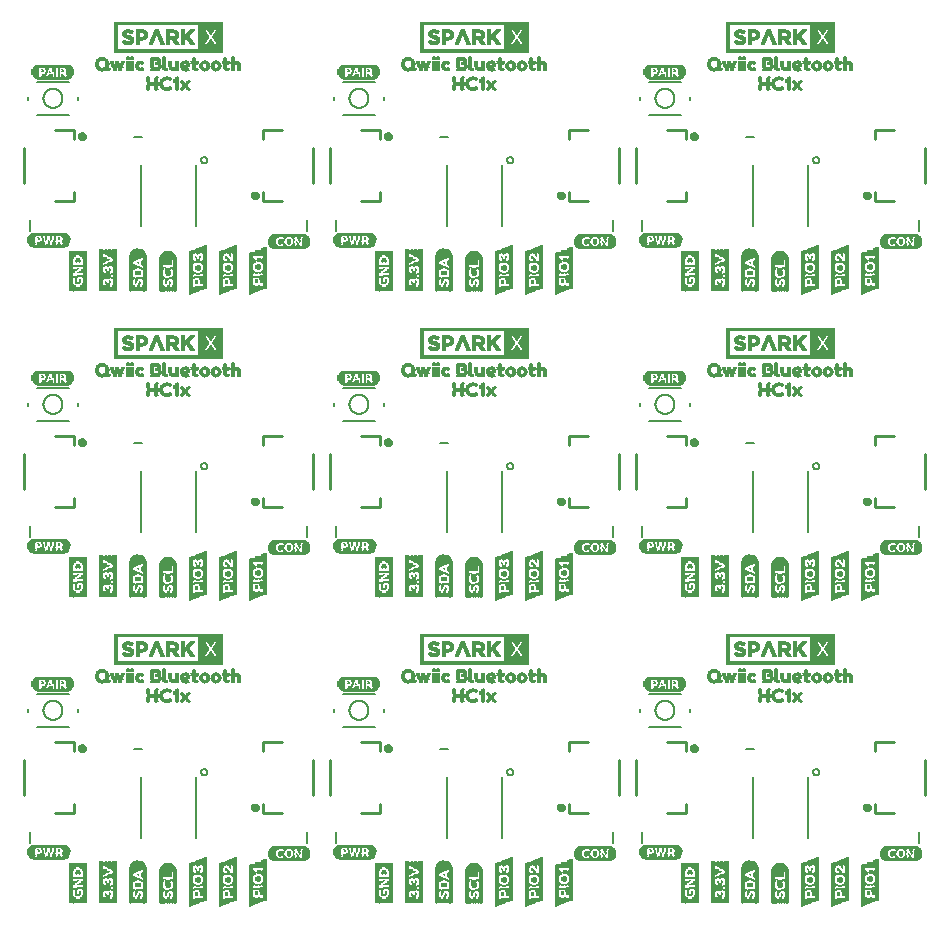
<source format=gto>
G75*
%MOIN*%
%OFA0B0*%
%FSLAX25Y25*%
%IPPOS*%
%LPD*%
%AMOC8*
5,1,8,0,0,1.08239X$1,22.5*
%
%ADD10C,0.00800*%
%ADD11C,0.01000*%
%ADD12C,0.01575*%
%ADD13C,0.00039*%
%ADD14C,0.00500*%
%ADD15R,0.00157X0.13386*%
%ADD16R,0.00118X0.13386*%
%ADD17R,0.00118X0.02913*%
%ADD18R,0.00118X0.09646*%
%ADD19R,0.00157X0.02638*%
%ADD20R,0.00157X0.01102*%
%ADD21R,0.00157X0.01654*%
%ADD22R,0.00157X0.00551*%
%ADD23R,0.00118X0.02362*%
%ADD24R,0.00118X0.00709*%
%ADD25R,0.00118X0.01378*%
%ADD26R,0.00118X0.00433*%
%ADD27R,0.00157X0.02205*%
%ADD28R,0.00157X0.01220*%
%ADD29R,0.00157X0.00433*%
%ADD30R,0.00118X0.01929*%
%ADD31R,0.00118X0.00551*%
%ADD32R,0.00118X0.01220*%
%ADD33R,0.00118X0.02087*%
%ADD34R,0.00157X0.01929*%
%ADD35R,0.00118X0.01811*%
%ADD36R,0.00118X0.00945*%
%ADD37R,0.00157X0.00945*%
%ADD38R,0.00157X0.00709*%
%ADD39R,0.00157X0.00827*%
%ADD40R,0.00118X0.01654*%
%ADD41R,0.00118X0.02480*%
%ADD42R,0.00118X0.00827*%
%ADD43R,0.00118X0.00984*%
%ADD44R,0.00157X0.00669*%
%ADD45R,0.00157X0.01535*%
%ADD46R,0.00118X0.01535*%
%ADD47R,0.00118X0.02638*%
%ADD48R,0.00118X0.01260*%
%ADD49R,0.00157X0.00394*%
%ADD50R,0.00157X0.01378*%
%ADD51R,0.00118X0.00394*%
%ADD52R,0.00157X0.00157*%
%ADD53R,0.00157X0.00276*%
%ADD54R,0.00118X0.00276*%
%ADD55R,0.00118X0.00118*%
%ADD56R,0.00157X0.01260*%
%ADD57R,0.00118X0.01102*%
%ADD58R,0.00157X0.00984*%
%ADD59R,0.00157X0.01811*%
%ADD60R,0.00157X0.02087*%
%ADD61R,0.00118X0.02205*%
%ADD62R,0.00157X0.02480*%
%ADD63R,0.00157X0.01496*%
%ADD64R,0.00118X0.02756*%
%ADD65R,0.00118X0.00669*%
%ADD66R,0.00157X0.13937*%
%ADD67R,0.00118X0.13937*%
%ADD68R,0.00118X0.03465*%
%ADD69R,0.00118X0.06496*%
%ADD70R,0.00157X0.02913*%
%ADD71R,0.00157X0.02047*%
%ADD72R,0.00118X0.02047*%
%ADD73R,0.00118X0.01496*%
%ADD74R,0.00118X0.01772*%
%ADD75R,0.00157X0.02756*%
%ADD76R,0.00157X0.02362*%
%ADD77R,0.00118X0.03189*%
%ADD78R,0.00118X0.03150*%
%ADD79R,0.00118X0.00157*%
%ADD80R,0.00157X0.03031*%
%ADD81R,0.00157X0.12126*%
%ADD82R,0.00118X0.12559*%
%ADD83R,0.00157X0.12835*%
%ADD84R,0.00118X0.13110*%
%ADD85R,0.00157X0.13228*%
%ADD86R,0.00157X0.13504*%
%ADD87R,0.00118X0.10472*%
%ADD88R,0.00157X0.03976*%
%ADD89R,0.00118X0.02323*%
%ADD90R,0.00118X0.03858*%
%ADD91R,0.00157X0.04016*%
%ADD92R,0.00157X0.03858*%
%ADD93R,0.00118X0.04016*%
%ADD94R,0.00157X0.03740*%
%ADD95R,0.00118X0.03740*%
%ADD96R,0.00157X0.03583*%
%ADD97R,0.00118X0.03583*%
%ADD98R,0.00157X0.03465*%
%ADD99R,0.00157X0.03307*%
%ADD100R,0.00118X0.03307*%
%ADD101R,0.00118X0.03031*%
%ADD102R,0.00157X0.02874*%
%ADD103R,0.00157X0.11417*%
%ADD104R,0.00118X0.11693*%
%ADD105R,0.00157X0.11969*%
%ADD106R,0.00118X0.12244*%
%ADD107R,0.00157X0.12402*%
%ADD108R,0.00118X0.12520*%
%ADD109R,0.00157X0.12677*%
%ADD110R,0.00118X0.06181*%
%ADD111R,0.00157X0.04291*%
%ADD112R,0.00118X0.04291*%
%ADD113R,0.00157X0.01772*%
%ADD114R,0.00157X0.04252*%
%ADD115R,0.00118X0.04252*%
%ADD116R,0.00157X0.04409*%
%ADD117R,0.00118X0.04409*%
%ADD118R,0.00157X0.04528*%
%ADD119R,0.00118X0.04528*%
%ADD120R,0.00157X0.02323*%
%ADD121R,0.00118X0.02874*%
%ADD122R,0.00157X0.03150*%
%ADD123R,0.00118X0.02598*%
%ADD124R,0.00157X0.02598*%
%ADD125R,0.00157X0.14449*%
%ADD126R,0.00118X0.14606*%
%ADD127R,0.00157X0.14488*%
%ADD128R,0.00118X0.14449*%
%ADD129R,0.00157X0.14606*%
%ADD130R,0.00118X0.08268*%
%ADD131R,0.10748X0.00118*%
%ADD132R,0.11457X0.00118*%
%ADD133R,0.11929X0.00079*%
%ADD134R,0.12402X0.00157*%
%ADD135R,0.12638X0.00118*%
%ADD136R,0.12874X0.00118*%
%ADD137R,0.13110X0.00079*%
%ADD138R,0.04961X0.00118*%
%ADD139R,0.03071X0.00118*%
%ADD140R,0.05079X0.00118*%
%ADD141R,0.02244X0.00157*%
%ADD142R,0.00945X0.00157*%
%ADD143R,0.01181X0.00157*%
%ADD144R,0.00472X0.00157*%
%ADD145R,0.02835X0.00157*%
%ADD146R,0.02244X0.00118*%
%ADD147R,0.00591X0.00118*%
%ADD148R,0.00945X0.00118*%
%ADD149R,0.00354X0.00118*%
%ADD150R,0.02598X0.00118*%
%ADD151R,0.02362X0.00118*%
%ADD152R,0.00472X0.00118*%
%ADD153R,0.00827X0.00118*%
%ADD154R,0.02480X0.00118*%
%ADD155R,0.02480X0.00157*%
%ADD156R,0.00236X0.00157*%
%ADD157R,0.00709X0.00157*%
%ADD158R,0.00354X0.00157*%
%ADD159R,0.00709X0.00118*%
%ADD160R,0.00236X0.00118*%
%ADD161R,0.02598X0.00157*%
%ADD162R,0.00591X0.00157*%
%ADD163R,0.02717X0.00118*%
%ADD164R,0.02835X0.00118*%
%ADD165R,0.00827X0.00157*%
%ADD166R,0.01299X0.00118*%
%ADD167R,0.01654X0.00118*%
%ADD168R,0.01063X0.00118*%
%ADD169R,0.01063X0.00157*%
%ADD170R,0.01181X0.00118*%
%ADD171R,0.02126X0.00118*%
%ADD172R,0.02126X0.00157*%
%ADD173R,0.01417X0.00118*%
%ADD174R,0.13110X0.00118*%
%ADD175R,0.12402X0.00118*%
%ADD176R,0.11929X0.00118*%
%ADD177R,0.10512X0.00118*%
%ADD178R,0.11220X0.00118*%
%ADD179R,0.11693X0.00079*%
%ADD180R,0.12165X0.00157*%
%ADD181R,0.12874X0.00079*%
%ADD182R,0.03425X0.00118*%
%ADD183R,0.06378X0.00118*%
%ADD184R,0.03189X0.00157*%
%ADD185R,0.01535X0.00157*%
%ADD186R,0.01299X0.00157*%
%ADD187R,0.01417X0.00157*%
%ADD188R,0.02953X0.00118*%
%ADD189R,0.02717X0.00157*%
%ADD190R,0.01535X0.00118*%
%ADD191R,0.01654X0.00157*%
%ADD192R,0.02953X0.00157*%
%ADD193R,0.01772X0.00118*%
%ADD194R,0.12165X0.00118*%
%ADD195R,0.11693X0.00118*%
%ADD196R,0.00906X0.00157*%
%ADD197R,0.01063X0.00197*%
%ADD198R,0.01969X0.00197*%
%ADD199R,0.01220X0.00197*%
%ADD200R,0.01929X0.00157*%
%ADD201R,0.00394X0.00157*%
%ADD202R,0.01220X0.00157*%
%ADD203R,0.02677X0.00197*%
%ADD204R,0.03031X0.00197*%
%ADD205R,0.01102X0.00197*%
%ADD206R,0.02992X0.00157*%
%ADD207R,0.01102X0.00157*%
%ADD208R,0.03386X0.00197*%
%ADD209R,0.01260X0.00197*%
%ADD210R,0.03701X0.00157*%
%ADD211R,0.03543X0.00157*%
%ADD212R,0.01260X0.00157*%
%ADD213R,0.04055X0.00197*%
%ADD214R,0.03543X0.00197*%
%ADD215R,0.01378X0.00157*%
%ADD216R,0.01614X0.00157*%
%ADD217R,0.01417X0.00197*%
%ADD218R,0.01457X0.00197*%
%ADD219R,0.00709X0.00197*%
%ADD220R,0.00866X0.00197*%
%ADD221R,0.01772X0.00197*%
%ADD222R,0.02480X0.00197*%
%ADD223R,0.01575X0.00197*%
%ADD224R,0.00906X0.00197*%
%ADD225R,0.01457X0.00157*%
%ADD226R,0.02323X0.00157*%
%ADD227R,0.02677X0.00157*%
%ADD228R,0.02087X0.00157*%
%ADD229R,0.02835X0.00197*%
%ADD230R,0.02638X0.00157*%
%ADD231R,0.01772X0.00157*%
%ADD232R,0.02795X0.00157*%
%ADD233R,0.01378X0.00197*%
%ADD234R,0.02638X0.00197*%
%ADD235R,0.02992X0.00197*%
%ADD236R,0.03189X0.00197*%
%ADD237R,0.01575X0.00157*%
%ADD238R,0.03386X0.00157*%
%ADD239R,0.01929X0.00197*%
%ADD240R,0.02126X0.00197*%
%ADD241R,0.00354X0.00197*%
%ADD242R,0.04252X0.00157*%
%ADD243R,0.00315X0.00157*%
%ADD244R,0.01732X0.00157*%
%ADD245R,0.04252X0.00197*%
%ADD246R,0.03898X0.00157*%
%ADD247R,0.03346X0.00157*%
%ADD248R,0.03898X0.00197*%
%ADD249R,0.02874X0.00157*%
%ADD250R,0.01732X0.00197*%
%ADD251R,0.01614X0.00197*%
%ADD252R,0.03740X0.00197*%
%ADD253R,0.03346X0.00197*%
%ADD254R,0.04567X0.00157*%
%ADD255R,0.01811X0.00157*%
%ADD256R,0.04606X0.00197*%
%ADD257R,0.04449X0.00157*%
%ADD258R,0.01969X0.00157*%
%ADD259R,0.03031X0.00157*%
%ADD260R,0.00551X0.00157*%
%ADD261R,0.00197X0.00157*%
%ADD262R,0.00157X0.13780*%
%ADD263R,0.00118X0.13780*%
%ADD264R,0.00157X0.13622*%
%ADD265R,0.00118X0.08386*%
%ADD266R,0.00118X0.04685*%
%ADD267R,0.00315X0.00197*%
%ADD268R,0.03701X0.00197*%
%ADD269R,0.00512X0.00197*%
%ADD270R,0.02283X0.00197*%
%ADD271R,0.00551X0.00197*%
%ADD272R,0.02283X0.00157*%
%ADD273R,0.00866X0.00157*%
%ADD274R,0.00157X0.00197*%
%ADD275R,0.00512X0.00157*%
%ADD276R,0.02441X0.00157*%
%ADD277R,0.00669X0.00197*%
%ADD278R,0.02362X0.00157*%
%ADD279R,0.02008X0.00118*%
D10*
X0069451Y0058752D02*
X0069451Y0078848D01*
X0070050Y0088150D02*
X0067350Y0088150D01*
X0048518Y0100738D02*
X0048518Y0101762D01*
X0045518Y0106762D02*
X0034982Y0106762D01*
X0031982Y0101762D02*
X0031982Y0100738D01*
X0034982Y0095738D02*
X0045518Y0095738D01*
X0088049Y0078848D02*
X0088049Y0058752D01*
X0089625Y0080625D02*
X0089627Y0080688D01*
X0089633Y0080750D01*
X0089643Y0080812D01*
X0089656Y0080874D01*
X0089674Y0080934D01*
X0089695Y0080993D01*
X0089720Y0081051D01*
X0089749Y0081107D01*
X0089781Y0081161D01*
X0089816Y0081213D01*
X0089854Y0081262D01*
X0089896Y0081310D01*
X0089940Y0081354D01*
X0089988Y0081396D01*
X0090037Y0081434D01*
X0090089Y0081469D01*
X0090143Y0081501D01*
X0090199Y0081530D01*
X0090257Y0081555D01*
X0090316Y0081576D01*
X0090376Y0081594D01*
X0090438Y0081607D01*
X0090500Y0081617D01*
X0090562Y0081623D01*
X0090625Y0081625D01*
X0090688Y0081623D01*
X0090750Y0081617D01*
X0090812Y0081607D01*
X0090874Y0081594D01*
X0090934Y0081576D01*
X0090993Y0081555D01*
X0091051Y0081530D01*
X0091107Y0081501D01*
X0091161Y0081469D01*
X0091213Y0081434D01*
X0091262Y0081396D01*
X0091310Y0081354D01*
X0091354Y0081310D01*
X0091396Y0081262D01*
X0091434Y0081213D01*
X0091469Y0081161D01*
X0091501Y0081107D01*
X0091530Y0081051D01*
X0091555Y0080993D01*
X0091576Y0080934D01*
X0091594Y0080874D01*
X0091607Y0080812D01*
X0091617Y0080750D01*
X0091623Y0080688D01*
X0091625Y0080625D01*
X0091623Y0080562D01*
X0091617Y0080500D01*
X0091607Y0080438D01*
X0091594Y0080376D01*
X0091576Y0080316D01*
X0091555Y0080257D01*
X0091530Y0080199D01*
X0091501Y0080143D01*
X0091469Y0080089D01*
X0091434Y0080037D01*
X0091396Y0079988D01*
X0091354Y0079940D01*
X0091310Y0079896D01*
X0091262Y0079854D01*
X0091213Y0079816D01*
X0091161Y0079781D01*
X0091107Y0079749D01*
X0091051Y0079720D01*
X0090993Y0079695D01*
X0090934Y0079674D01*
X0090874Y0079656D01*
X0090812Y0079643D01*
X0090750Y0079633D01*
X0090688Y0079627D01*
X0090625Y0079625D01*
X0090562Y0079627D01*
X0090500Y0079633D01*
X0090438Y0079643D01*
X0090376Y0079656D01*
X0090316Y0079674D01*
X0090257Y0079695D01*
X0090199Y0079720D01*
X0090143Y0079749D01*
X0090089Y0079781D01*
X0090037Y0079816D01*
X0089988Y0079854D01*
X0089940Y0079896D01*
X0089896Y0079940D01*
X0089854Y0079988D01*
X0089816Y0080037D01*
X0089781Y0080089D01*
X0089749Y0080143D01*
X0089720Y0080199D01*
X0089695Y0080257D01*
X0089674Y0080316D01*
X0089656Y0080376D01*
X0089643Y0080438D01*
X0089633Y0080500D01*
X0089627Y0080562D01*
X0089625Y0080625D01*
X0133982Y0100738D02*
X0133982Y0101762D01*
X0136982Y0106762D02*
X0147518Y0106762D01*
X0150518Y0101762D02*
X0150518Y0100738D01*
X0147518Y0095738D02*
X0136982Y0095738D01*
X0169350Y0088150D02*
X0172050Y0088150D01*
X0171451Y0078848D02*
X0171451Y0058752D01*
X0190049Y0058752D02*
X0190049Y0078848D01*
X0191625Y0080625D02*
X0191627Y0080688D01*
X0191633Y0080750D01*
X0191643Y0080812D01*
X0191656Y0080874D01*
X0191674Y0080934D01*
X0191695Y0080993D01*
X0191720Y0081051D01*
X0191749Y0081107D01*
X0191781Y0081161D01*
X0191816Y0081213D01*
X0191854Y0081262D01*
X0191896Y0081310D01*
X0191940Y0081354D01*
X0191988Y0081396D01*
X0192037Y0081434D01*
X0192089Y0081469D01*
X0192143Y0081501D01*
X0192199Y0081530D01*
X0192257Y0081555D01*
X0192316Y0081576D01*
X0192376Y0081594D01*
X0192438Y0081607D01*
X0192500Y0081617D01*
X0192562Y0081623D01*
X0192625Y0081625D01*
X0192688Y0081623D01*
X0192750Y0081617D01*
X0192812Y0081607D01*
X0192874Y0081594D01*
X0192934Y0081576D01*
X0192993Y0081555D01*
X0193051Y0081530D01*
X0193107Y0081501D01*
X0193161Y0081469D01*
X0193213Y0081434D01*
X0193262Y0081396D01*
X0193310Y0081354D01*
X0193354Y0081310D01*
X0193396Y0081262D01*
X0193434Y0081213D01*
X0193469Y0081161D01*
X0193501Y0081107D01*
X0193530Y0081051D01*
X0193555Y0080993D01*
X0193576Y0080934D01*
X0193594Y0080874D01*
X0193607Y0080812D01*
X0193617Y0080750D01*
X0193623Y0080688D01*
X0193625Y0080625D01*
X0193623Y0080562D01*
X0193617Y0080500D01*
X0193607Y0080438D01*
X0193594Y0080376D01*
X0193576Y0080316D01*
X0193555Y0080257D01*
X0193530Y0080199D01*
X0193501Y0080143D01*
X0193469Y0080089D01*
X0193434Y0080037D01*
X0193396Y0079988D01*
X0193354Y0079940D01*
X0193310Y0079896D01*
X0193262Y0079854D01*
X0193213Y0079816D01*
X0193161Y0079781D01*
X0193107Y0079749D01*
X0193051Y0079720D01*
X0192993Y0079695D01*
X0192934Y0079674D01*
X0192874Y0079656D01*
X0192812Y0079643D01*
X0192750Y0079633D01*
X0192688Y0079627D01*
X0192625Y0079625D01*
X0192562Y0079627D01*
X0192500Y0079633D01*
X0192438Y0079643D01*
X0192376Y0079656D01*
X0192316Y0079674D01*
X0192257Y0079695D01*
X0192199Y0079720D01*
X0192143Y0079749D01*
X0192089Y0079781D01*
X0192037Y0079816D01*
X0191988Y0079854D01*
X0191940Y0079896D01*
X0191896Y0079940D01*
X0191854Y0079988D01*
X0191816Y0080037D01*
X0191781Y0080089D01*
X0191749Y0080143D01*
X0191720Y0080199D01*
X0191695Y0080257D01*
X0191674Y0080316D01*
X0191656Y0080376D01*
X0191643Y0080438D01*
X0191633Y0080500D01*
X0191627Y0080562D01*
X0191625Y0080625D01*
X0235982Y0100738D02*
X0235982Y0101762D01*
X0238982Y0106762D02*
X0249518Y0106762D01*
X0252518Y0101762D02*
X0252518Y0100738D01*
X0249518Y0095738D02*
X0238982Y0095738D01*
X0271350Y0088150D02*
X0274050Y0088150D01*
X0273451Y0078848D02*
X0273451Y0058752D01*
X0292049Y0058752D02*
X0292049Y0078848D01*
X0293625Y0080625D02*
X0293627Y0080688D01*
X0293633Y0080750D01*
X0293643Y0080812D01*
X0293656Y0080874D01*
X0293674Y0080934D01*
X0293695Y0080993D01*
X0293720Y0081051D01*
X0293749Y0081107D01*
X0293781Y0081161D01*
X0293816Y0081213D01*
X0293854Y0081262D01*
X0293896Y0081310D01*
X0293940Y0081354D01*
X0293988Y0081396D01*
X0294037Y0081434D01*
X0294089Y0081469D01*
X0294143Y0081501D01*
X0294199Y0081530D01*
X0294257Y0081555D01*
X0294316Y0081576D01*
X0294376Y0081594D01*
X0294438Y0081607D01*
X0294500Y0081617D01*
X0294562Y0081623D01*
X0294625Y0081625D01*
X0294688Y0081623D01*
X0294750Y0081617D01*
X0294812Y0081607D01*
X0294874Y0081594D01*
X0294934Y0081576D01*
X0294993Y0081555D01*
X0295051Y0081530D01*
X0295107Y0081501D01*
X0295161Y0081469D01*
X0295213Y0081434D01*
X0295262Y0081396D01*
X0295310Y0081354D01*
X0295354Y0081310D01*
X0295396Y0081262D01*
X0295434Y0081213D01*
X0295469Y0081161D01*
X0295501Y0081107D01*
X0295530Y0081051D01*
X0295555Y0080993D01*
X0295576Y0080934D01*
X0295594Y0080874D01*
X0295607Y0080812D01*
X0295617Y0080750D01*
X0295623Y0080688D01*
X0295625Y0080625D01*
X0295623Y0080562D01*
X0295617Y0080500D01*
X0295607Y0080438D01*
X0295594Y0080376D01*
X0295576Y0080316D01*
X0295555Y0080257D01*
X0295530Y0080199D01*
X0295501Y0080143D01*
X0295469Y0080089D01*
X0295434Y0080037D01*
X0295396Y0079988D01*
X0295354Y0079940D01*
X0295310Y0079896D01*
X0295262Y0079854D01*
X0295213Y0079816D01*
X0295161Y0079781D01*
X0295107Y0079749D01*
X0295051Y0079720D01*
X0294993Y0079695D01*
X0294934Y0079674D01*
X0294874Y0079656D01*
X0294812Y0079643D01*
X0294750Y0079633D01*
X0294688Y0079627D01*
X0294625Y0079625D01*
X0294562Y0079627D01*
X0294500Y0079633D01*
X0294438Y0079643D01*
X0294376Y0079656D01*
X0294316Y0079674D01*
X0294257Y0079695D01*
X0294199Y0079720D01*
X0294143Y0079749D01*
X0294089Y0079781D01*
X0294037Y0079816D01*
X0293988Y0079854D01*
X0293940Y0079896D01*
X0293896Y0079940D01*
X0293854Y0079988D01*
X0293816Y0080037D01*
X0293781Y0080089D01*
X0293749Y0080143D01*
X0293720Y0080199D01*
X0293695Y0080257D01*
X0293674Y0080316D01*
X0293656Y0080376D01*
X0293643Y0080438D01*
X0293633Y0080500D01*
X0293627Y0080562D01*
X0293625Y0080625D01*
X0292049Y0160752D02*
X0292049Y0180848D01*
X0293625Y0182625D02*
X0293627Y0182688D01*
X0293633Y0182750D01*
X0293643Y0182812D01*
X0293656Y0182874D01*
X0293674Y0182934D01*
X0293695Y0182993D01*
X0293720Y0183051D01*
X0293749Y0183107D01*
X0293781Y0183161D01*
X0293816Y0183213D01*
X0293854Y0183262D01*
X0293896Y0183310D01*
X0293940Y0183354D01*
X0293988Y0183396D01*
X0294037Y0183434D01*
X0294089Y0183469D01*
X0294143Y0183501D01*
X0294199Y0183530D01*
X0294257Y0183555D01*
X0294316Y0183576D01*
X0294376Y0183594D01*
X0294438Y0183607D01*
X0294500Y0183617D01*
X0294562Y0183623D01*
X0294625Y0183625D01*
X0294688Y0183623D01*
X0294750Y0183617D01*
X0294812Y0183607D01*
X0294874Y0183594D01*
X0294934Y0183576D01*
X0294993Y0183555D01*
X0295051Y0183530D01*
X0295107Y0183501D01*
X0295161Y0183469D01*
X0295213Y0183434D01*
X0295262Y0183396D01*
X0295310Y0183354D01*
X0295354Y0183310D01*
X0295396Y0183262D01*
X0295434Y0183213D01*
X0295469Y0183161D01*
X0295501Y0183107D01*
X0295530Y0183051D01*
X0295555Y0182993D01*
X0295576Y0182934D01*
X0295594Y0182874D01*
X0295607Y0182812D01*
X0295617Y0182750D01*
X0295623Y0182688D01*
X0295625Y0182625D01*
X0295623Y0182562D01*
X0295617Y0182500D01*
X0295607Y0182438D01*
X0295594Y0182376D01*
X0295576Y0182316D01*
X0295555Y0182257D01*
X0295530Y0182199D01*
X0295501Y0182143D01*
X0295469Y0182089D01*
X0295434Y0182037D01*
X0295396Y0181988D01*
X0295354Y0181940D01*
X0295310Y0181896D01*
X0295262Y0181854D01*
X0295213Y0181816D01*
X0295161Y0181781D01*
X0295107Y0181749D01*
X0295051Y0181720D01*
X0294993Y0181695D01*
X0294934Y0181674D01*
X0294874Y0181656D01*
X0294812Y0181643D01*
X0294750Y0181633D01*
X0294688Y0181627D01*
X0294625Y0181625D01*
X0294562Y0181627D01*
X0294500Y0181633D01*
X0294438Y0181643D01*
X0294376Y0181656D01*
X0294316Y0181674D01*
X0294257Y0181695D01*
X0294199Y0181720D01*
X0294143Y0181749D01*
X0294089Y0181781D01*
X0294037Y0181816D01*
X0293988Y0181854D01*
X0293940Y0181896D01*
X0293896Y0181940D01*
X0293854Y0181988D01*
X0293816Y0182037D01*
X0293781Y0182089D01*
X0293749Y0182143D01*
X0293720Y0182199D01*
X0293695Y0182257D01*
X0293674Y0182316D01*
X0293656Y0182376D01*
X0293643Y0182438D01*
X0293633Y0182500D01*
X0293627Y0182562D01*
X0293625Y0182625D01*
X0273451Y0180848D02*
X0273451Y0160752D01*
X0274050Y0190150D02*
X0271350Y0190150D01*
X0252518Y0202738D02*
X0252518Y0203762D01*
X0249518Y0197738D02*
X0238982Y0197738D01*
X0235982Y0202738D02*
X0235982Y0203762D01*
X0238982Y0208762D02*
X0249518Y0208762D01*
X0273451Y0262752D02*
X0273451Y0282848D01*
X0274050Y0292150D02*
X0271350Y0292150D01*
X0252518Y0304738D02*
X0252518Y0305762D01*
X0249518Y0310762D02*
X0238982Y0310762D01*
X0235982Y0305762D02*
X0235982Y0304738D01*
X0238982Y0299738D02*
X0249518Y0299738D01*
X0292049Y0282848D02*
X0292049Y0262752D01*
X0293625Y0284625D02*
X0293627Y0284688D01*
X0293633Y0284750D01*
X0293643Y0284812D01*
X0293656Y0284874D01*
X0293674Y0284934D01*
X0293695Y0284993D01*
X0293720Y0285051D01*
X0293749Y0285107D01*
X0293781Y0285161D01*
X0293816Y0285213D01*
X0293854Y0285262D01*
X0293896Y0285310D01*
X0293940Y0285354D01*
X0293988Y0285396D01*
X0294037Y0285434D01*
X0294089Y0285469D01*
X0294143Y0285501D01*
X0294199Y0285530D01*
X0294257Y0285555D01*
X0294316Y0285576D01*
X0294376Y0285594D01*
X0294438Y0285607D01*
X0294500Y0285617D01*
X0294562Y0285623D01*
X0294625Y0285625D01*
X0294688Y0285623D01*
X0294750Y0285617D01*
X0294812Y0285607D01*
X0294874Y0285594D01*
X0294934Y0285576D01*
X0294993Y0285555D01*
X0295051Y0285530D01*
X0295107Y0285501D01*
X0295161Y0285469D01*
X0295213Y0285434D01*
X0295262Y0285396D01*
X0295310Y0285354D01*
X0295354Y0285310D01*
X0295396Y0285262D01*
X0295434Y0285213D01*
X0295469Y0285161D01*
X0295501Y0285107D01*
X0295530Y0285051D01*
X0295555Y0284993D01*
X0295576Y0284934D01*
X0295594Y0284874D01*
X0295607Y0284812D01*
X0295617Y0284750D01*
X0295623Y0284688D01*
X0295625Y0284625D01*
X0295623Y0284562D01*
X0295617Y0284500D01*
X0295607Y0284438D01*
X0295594Y0284376D01*
X0295576Y0284316D01*
X0295555Y0284257D01*
X0295530Y0284199D01*
X0295501Y0284143D01*
X0295469Y0284089D01*
X0295434Y0284037D01*
X0295396Y0283988D01*
X0295354Y0283940D01*
X0295310Y0283896D01*
X0295262Y0283854D01*
X0295213Y0283816D01*
X0295161Y0283781D01*
X0295107Y0283749D01*
X0295051Y0283720D01*
X0294993Y0283695D01*
X0294934Y0283674D01*
X0294874Y0283656D01*
X0294812Y0283643D01*
X0294750Y0283633D01*
X0294688Y0283627D01*
X0294625Y0283625D01*
X0294562Y0283627D01*
X0294500Y0283633D01*
X0294438Y0283643D01*
X0294376Y0283656D01*
X0294316Y0283674D01*
X0294257Y0283695D01*
X0294199Y0283720D01*
X0294143Y0283749D01*
X0294089Y0283781D01*
X0294037Y0283816D01*
X0293988Y0283854D01*
X0293940Y0283896D01*
X0293896Y0283940D01*
X0293854Y0283988D01*
X0293816Y0284037D01*
X0293781Y0284089D01*
X0293749Y0284143D01*
X0293720Y0284199D01*
X0293695Y0284257D01*
X0293674Y0284316D01*
X0293656Y0284376D01*
X0293643Y0284438D01*
X0293633Y0284500D01*
X0293627Y0284562D01*
X0293625Y0284625D01*
X0191625Y0284625D02*
X0191627Y0284688D01*
X0191633Y0284750D01*
X0191643Y0284812D01*
X0191656Y0284874D01*
X0191674Y0284934D01*
X0191695Y0284993D01*
X0191720Y0285051D01*
X0191749Y0285107D01*
X0191781Y0285161D01*
X0191816Y0285213D01*
X0191854Y0285262D01*
X0191896Y0285310D01*
X0191940Y0285354D01*
X0191988Y0285396D01*
X0192037Y0285434D01*
X0192089Y0285469D01*
X0192143Y0285501D01*
X0192199Y0285530D01*
X0192257Y0285555D01*
X0192316Y0285576D01*
X0192376Y0285594D01*
X0192438Y0285607D01*
X0192500Y0285617D01*
X0192562Y0285623D01*
X0192625Y0285625D01*
X0192688Y0285623D01*
X0192750Y0285617D01*
X0192812Y0285607D01*
X0192874Y0285594D01*
X0192934Y0285576D01*
X0192993Y0285555D01*
X0193051Y0285530D01*
X0193107Y0285501D01*
X0193161Y0285469D01*
X0193213Y0285434D01*
X0193262Y0285396D01*
X0193310Y0285354D01*
X0193354Y0285310D01*
X0193396Y0285262D01*
X0193434Y0285213D01*
X0193469Y0285161D01*
X0193501Y0285107D01*
X0193530Y0285051D01*
X0193555Y0284993D01*
X0193576Y0284934D01*
X0193594Y0284874D01*
X0193607Y0284812D01*
X0193617Y0284750D01*
X0193623Y0284688D01*
X0193625Y0284625D01*
X0193623Y0284562D01*
X0193617Y0284500D01*
X0193607Y0284438D01*
X0193594Y0284376D01*
X0193576Y0284316D01*
X0193555Y0284257D01*
X0193530Y0284199D01*
X0193501Y0284143D01*
X0193469Y0284089D01*
X0193434Y0284037D01*
X0193396Y0283988D01*
X0193354Y0283940D01*
X0193310Y0283896D01*
X0193262Y0283854D01*
X0193213Y0283816D01*
X0193161Y0283781D01*
X0193107Y0283749D01*
X0193051Y0283720D01*
X0192993Y0283695D01*
X0192934Y0283674D01*
X0192874Y0283656D01*
X0192812Y0283643D01*
X0192750Y0283633D01*
X0192688Y0283627D01*
X0192625Y0283625D01*
X0192562Y0283627D01*
X0192500Y0283633D01*
X0192438Y0283643D01*
X0192376Y0283656D01*
X0192316Y0283674D01*
X0192257Y0283695D01*
X0192199Y0283720D01*
X0192143Y0283749D01*
X0192089Y0283781D01*
X0192037Y0283816D01*
X0191988Y0283854D01*
X0191940Y0283896D01*
X0191896Y0283940D01*
X0191854Y0283988D01*
X0191816Y0284037D01*
X0191781Y0284089D01*
X0191749Y0284143D01*
X0191720Y0284199D01*
X0191695Y0284257D01*
X0191674Y0284316D01*
X0191656Y0284376D01*
X0191643Y0284438D01*
X0191633Y0284500D01*
X0191627Y0284562D01*
X0191625Y0284625D01*
X0190049Y0282848D02*
X0190049Y0262752D01*
X0171451Y0262752D02*
X0171451Y0282848D01*
X0172050Y0292150D02*
X0169350Y0292150D01*
X0150518Y0304738D02*
X0150518Y0305762D01*
X0147518Y0310762D02*
X0136982Y0310762D01*
X0133982Y0305762D02*
X0133982Y0304738D01*
X0136982Y0299738D02*
X0147518Y0299738D01*
X0089625Y0284625D02*
X0089627Y0284688D01*
X0089633Y0284750D01*
X0089643Y0284812D01*
X0089656Y0284874D01*
X0089674Y0284934D01*
X0089695Y0284993D01*
X0089720Y0285051D01*
X0089749Y0285107D01*
X0089781Y0285161D01*
X0089816Y0285213D01*
X0089854Y0285262D01*
X0089896Y0285310D01*
X0089940Y0285354D01*
X0089988Y0285396D01*
X0090037Y0285434D01*
X0090089Y0285469D01*
X0090143Y0285501D01*
X0090199Y0285530D01*
X0090257Y0285555D01*
X0090316Y0285576D01*
X0090376Y0285594D01*
X0090438Y0285607D01*
X0090500Y0285617D01*
X0090562Y0285623D01*
X0090625Y0285625D01*
X0090688Y0285623D01*
X0090750Y0285617D01*
X0090812Y0285607D01*
X0090874Y0285594D01*
X0090934Y0285576D01*
X0090993Y0285555D01*
X0091051Y0285530D01*
X0091107Y0285501D01*
X0091161Y0285469D01*
X0091213Y0285434D01*
X0091262Y0285396D01*
X0091310Y0285354D01*
X0091354Y0285310D01*
X0091396Y0285262D01*
X0091434Y0285213D01*
X0091469Y0285161D01*
X0091501Y0285107D01*
X0091530Y0285051D01*
X0091555Y0284993D01*
X0091576Y0284934D01*
X0091594Y0284874D01*
X0091607Y0284812D01*
X0091617Y0284750D01*
X0091623Y0284688D01*
X0091625Y0284625D01*
X0091623Y0284562D01*
X0091617Y0284500D01*
X0091607Y0284438D01*
X0091594Y0284376D01*
X0091576Y0284316D01*
X0091555Y0284257D01*
X0091530Y0284199D01*
X0091501Y0284143D01*
X0091469Y0284089D01*
X0091434Y0284037D01*
X0091396Y0283988D01*
X0091354Y0283940D01*
X0091310Y0283896D01*
X0091262Y0283854D01*
X0091213Y0283816D01*
X0091161Y0283781D01*
X0091107Y0283749D01*
X0091051Y0283720D01*
X0090993Y0283695D01*
X0090934Y0283674D01*
X0090874Y0283656D01*
X0090812Y0283643D01*
X0090750Y0283633D01*
X0090688Y0283627D01*
X0090625Y0283625D01*
X0090562Y0283627D01*
X0090500Y0283633D01*
X0090438Y0283643D01*
X0090376Y0283656D01*
X0090316Y0283674D01*
X0090257Y0283695D01*
X0090199Y0283720D01*
X0090143Y0283749D01*
X0090089Y0283781D01*
X0090037Y0283816D01*
X0089988Y0283854D01*
X0089940Y0283896D01*
X0089896Y0283940D01*
X0089854Y0283988D01*
X0089816Y0284037D01*
X0089781Y0284089D01*
X0089749Y0284143D01*
X0089720Y0284199D01*
X0089695Y0284257D01*
X0089674Y0284316D01*
X0089656Y0284376D01*
X0089643Y0284438D01*
X0089633Y0284500D01*
X0089627Y0284562D01*
X0089625Y0284625D01*
X0088049Y0282848D02*
X0088049Y0262752D01*
X0069451Y0262752D02*
X0069451Y0282848D01*
X0070050Y0292150D02*
X0067350Y0292150D01*
X0048518Y0304738D02*
X0048518Y0305762D01*
X0045518Y0310762D02*
X0034982Y0310762D01*
X0031982Y0305762D02*
X0031982Y0304738D01*
X0034982Y0299738D02*
X0045518Y0299738D01*
X0045518Y0208762D02*
X0034982Y0208762D01*
X0031982Y0203762D02*
X0031982Y0202738D01*
X0034982Y0197738D02*
X0045518Y0197738D01*
X0048518Y0202738D02*
X0048518Y0203762D01*
X0067350Y0190150D02*
X0070050Y0190150D01*
X0069451Y0180848D02*
X0069451Y0160752D01*
X0088049Y0160752D02*
X0088049Y0180848D01*
X0089625Y0182625D02*
X0089627Y0182688D01*
X0089633Y0182750D01*
X0089643Y0182812D01*
X0089656Y0182874D01*
X0089674Y0182934D01*
X0089695Y0182993D01*
X0089720Y0183051D01*
X0089749Y0183107D01*
X0089781Y0183161D01*
X0089816Y0183213D01*
X0089854Y0183262D01*
X0089896Y0183310D01*
X0089940Y0183354D01*
X0089988Y0183396D01*
X0090037Y0183434D01*
X0090089Y0183469D01*
X0090143Y0183501D01*
X0090199Y0183530D01*
X0090257Y0183555D01*
X0090316Y0183576D01*
X0090376Y0183594D01*
X0090438Y0183607D01*
X0090500Y0183617D01*
X0090562Y0183623D01*
X0090625Y0183625D01*
X0090688Y0183623D01*
X0090750Y0183617D01*
X0090812Y0183607D01*
X0090874Y0183594D01*
X0090934Y0183576D01*
X0090993Y0183555D01*
X0091051Y0183530D01*
X0091107Y0183501D01*
X0091161Y0183469D01*
X0091213Y0183434D01*
X0091262Y0183396D01*
X0091310Y0183354D01*
X0091354Y0183310D01*
X0091396Y0183262D01*
X0091434Y0183213D01*
X0091469Y0183161D01*
X0091501Y0183107D01*
X0091530Y0183051D01*
X0091555Y0182993D01*
X0091576Y0182934D01*
X0091594Y0182874D01*
X0091607Y0182812D01*
X0091617Y0182750D01*
X0091623Y0182688D01*
X0091625Y0182625D01*
X0091623Y0182562D01*
X0091617Y0182500D01*
X0091607Y0182438D01*
X0091594Y0182376D01*
X0091576Y0182316D01*
X0091555Y0182257D01*
X0091530Y0182199D01*
X0091501Y0182143D01*
X0091469Y0182089D01*
X0091434Y0182037D01*
X0091396Y0181988D01*
X0091354Y0181940D01*
X0091310Y0181896D01*
X0091262Y0181854D01*
X0091213Y0181816D01*
X0091161Y0181781D01*
X0091107Y0181749D01*
X0091051Y0181720D01*
X0090993Y0181695D01*
X0090934Y0181674D01*
X0090874Y0181656D01*
X0090812Y0181643D01*
X0090750Y0181633D01*
X0090688Y0181627D01*
X0090625Y0181625D01*
X0090562Y0181627D01*
X0090500Y0181633D01*
X0090438Y0181643D01*
X0090376Y0181656D01*
X0090316Y0181674D01*
X0090257Y0181695D01*
X0090199Y0181720D01*
X0090143Y0181749D01*
X0090089Y0181781D01*
X0090037Y0181816D01*
X0089988Y0181854D01*
X0089940Y0181896D01*
X0089896Y0181940D01*
X0089854Y0181988D01*
X0089816Y0182037D01*
X0089781Y0182089D01*
X0089749Y0182143D01*
X0089720Y0182199D01*
X0089695Y0182257D01*
X0089674Y0182316D01*
X0089656Y0182376D01*
X0089643Y0182438D01*
X0089633Y0182500D01*
X0089627Y0182562D01*
X0089625Y0182625D01*
X0133982Y0202738D02*
X0133982Y0203762D01*
X0136982Y0197738D02*
X0147518Y0197738D01*
X0150518Y0202738D02*
X0150518Y0203762D01*
X0147518Y0208762D02*
X0136982Y0208762D01*
X0169350Y0190150D02*
X0172050Y0190150D01*
X0171451Y0180848D02*
X0171451Y0160752D01*
X0190049Y0160752D02*
X0190049Y0180848D01*
X0191625Y0182625D02*
X0191627Y0182688D01*
X0191633Y0182750D01*
X0191643Y0182812D01*
X0191656Y0182874D01*
X0191674Y0182934D01*
X0191695Y0182993D01*
X0191720Y0183051D01*
X0191749Y0183107D01*
X0191781Y0183161D01*
X0191816Y0183213D01*
X0191854Y0183262D01*
X0191896Y0183310D01*
X0191940Y0183354D01*
X0191988Y0183396D01*
X0192037Y0183434D01*
X0192089Y0183469D01*
X0192143Y0183501D01*
X0192199Y0183530D01*
X0192257Y0183555D01*
X0192316Y0183576D01*
X0192376Y0183594D01*
X0192438Y0183607D01*
X0192500Y0183617D01*
X0192562Y0183623D01*
X0192625Y0183625D01*
X0192688Y0183623D01*
X0192750Y0183617D01*
X0192812Y0183607D01*
X0192874Y0183594D01*
X0192934Y0183576D01*
X0192993Y0183555D01*
X0193051Y0183530D01*
X0193107Y0183501D01*
X0193161Y0183469D01*
X0193213Y0183434D01*
X0193262Y0183396D01*
X0193310Y0183354D01*
X0193354Y0183310D01*
X0193396Y0183262D01*
X0193434Y0183213D01*
X0193469Y0183161D01*
X0193501Y0183107D01*
X0193530Y0183051D01*
X0193555Y0182993D01*
X0193576Y0182934D01*
X0193594Y0182874D01*
X0193607Y0182812D01*
X0193617Y0182750D01*
X0193623Y0182688D01*
X0193625Y0182625D01*
X0193623Y0182562D01*
X0193617Y0182500D01*
X0193607Y0182438D01*
X0193594Y0182376D01*
X0193576Y0182316D01*
X0193555Y0182257D01*
X0193530Y0182199D01*
X0193501Y0182143D01*
X0193469Y0182089D01*
X0193434Y0182037D01*
X0193396Y0181988D01*
X0193354Y0181940D01*
X0193310Y0181896D01*
X0193262Y0181854D01*
X0193213Y0181816D01*
X0193161Y0181781D01*
X0193107Y0181749D01*
X0193051Y0181720D01*
X0192993Y0181695D01*
X0192934Y0181674D01*
X0192874Y0181656D01*
X0192812Y0181643D01*
X0192750Y0181633D01*
X0192688Y0181627D01*
X0192625Y0181625D01*
X0192562Y0181627D01*
X0192500Y0181633D01*
X0192438Y0181643D01*
X0192376Y0181656D01*
X0192316Y0181674D01*
X0192257Y0181695D01*
X0192199Y0181720D01*
X0192143Y0181749D01*
X0192089Y0181781D01*
X0192037Y0181816D01*
X0191988Y0181854D01*
X0191940Y0181896D01*
X0191896Y0181940D01*
X0191854Y0181988D01*
X0191816Y0182037D01*
X0191781Y0182089D01*
X0191749Y0182143D01*
X0191720Y0182199D01*
X0191695Y0182257D01*
X0191674Y0182316D01*
X0191656Y0182376D01*
X0191643Y0182438D01*
X0191633Y0182500D01*
X0191627Y0182562D01*
X0191625Y0182625D01*
D11*
X0212128Y0189608D02*
X0212128Y0192561D01*
X0218624Y0192561D01*
X0228860Y0186656D02*
X0228860Y0174844D01*
X0234640Y0174844D02*
X0234640Y0186656D01*
X0244876Y0192561D02*
X0251372Y0192561D01*
X0251372Y0189608D01*
X0251372Y0171892D02*
X0251372Y0168939D01*
X0244876Y0168939D01*
X0218624Y0168939D02*
X0212128Y0168939D01*
X0212128Y0171892D01*
X0149372Y0171892D02*
X0149372Y0168939D01*
X0142876Y0168939D01*
X0132640Y0174844D02*
X0132640Y0186656D01*
X0126860Y0186656D02*
X0126860Y0174844D01*
X0116624Y0168939D02*
X0110128Y0168939D01*
X0110128Y0171892D01*
X0110128Y0189608D02*
X0110128Y0192561D01*
X0116624Y0192561D01*
X0142876Y0192561D02*
X0149372Y0192561D01*
X0149372Y0189608D01*
X0149372Y0270939D02*
X0142876Y0270939D01*
X0149372Y0270939D02*
X0149372Y0273892D01*
X0132640Y0276844D02*
X0132640Y0288656D01*
X0126860Y0288656D02*
X0126860Y0276844D01*
X0116624Y0270939D02*
X0110128Y0270939D01*
X0110128Y0273892D01*
X0110128Y0291608D02*
X0110128Y0294561D01*
X0116624Y0294561D01*
X0142876Y0294561D02*
X0149372Y0294561D01*
X0149372Y0291608D01*
X0212128Y0291608D02*
X0212128Y0294561D01*
X0218624Y0294561D01*
X0228860Y0288656D02*
X0228860Y0276844D01*
X0234640Y0276844D02*
X0234640Y0288656D01*
X0244876Y0294561D02*
X0251372Y0294561D01*
X0251372Y0291608D01*
X0251372Y0273892D02*
X0251372Y0270939D01*
X0244876Y0270939D01*
X0218624Y0270939D02*
X0212128Y0270939D01*
X0212128Y0273892D01*
X0314128Y0273892D02*
X0314128Y0270939D01*
X0320624Y0270939D01*
X0330860Y0276844D02*
X0330860Y0288656D01*
X0320624Y0294561D02*
X0314128Y0294561D01*
X0314128Y0291608D01*
X0314128Y0192561D02*
X0320624Y0192561D01*
X0314128Y0192561D02*
X0314128Y0189608D01*
X0330860Y0186656D02*
X0330860Y0174844D01*
X0320624Y0168939D02*
X0314128Y0168939D01*
X0314128Y0171892D01*
X0314128Y0090561D02*
X0320624Y0090561D01*
X0314128Y0090561D02*
X0314128Y0087608D01*
X0330860Y0084656D02*
X0330860Y0072844D01*
X0320624Y0066939D02*
X0314128Y0066939D01*
X0314128Y0069892D01*
X0251372Y0069892D02*
X0251372Y0066939D01*
X0244876Y0066939D01*
X0234640Y0072844D02*
X0234640Y0084656D01*
X0228860Y0084656D02*
X0228860Y0072844D01*
X0218624Y0066939D02*
X0212128Y0066939D01*
X0212128Y0069892D01*
X0212128Y0087608D02*
X0212128Y0090561D01*
X0218624Y0090561D01*
X0244876Y0090561D02*
X0251372Y0090561D01*
X0251372Y0087608D01*
X0149372Y0087608D02*
X0149372Y0090561D01*
X0142876Y0090561D01*
X0132640Y0084656D02*
X0132640Y0072844D01*
X0126860Y0072844D02*
X0126860Y0084656D01*
X0116624Y0090561D02*
X0110128Y0090561D01*
X0110128Y0087608D01*
X0110128Y0069892D02*
X0110128Y0066939D01*
X0116624Y0066939D01*
X0142876Y0066939D02*
X0149372Y0066939D01*
X0149372Y0069892D01*
X0047372Y0069892D02*
X0047372Y0066939D01*
X0040876Y0066939D01*
X0030640Y0072844D02*
X0030640Y0084656D01*
X0040876Y0090561D02*
X0047372Y0090561D01*
X0047372Y0087608D01*
X0047372Y0168939D02*
X0040876Y0168939D01*
X0047372Y0168939D02*
X0047372Y0171892D01*
X0030640Y0174844D02*
X0030640Y0186656D01*
X0040876Y0192561D02*
X0047372Y0192561D01*
X0047372Y0189608D01*
X0047372Y0270939D02*
X0040876Y0270939D01*
X0047372Y0270939D02*
X0047372Y0273892D01*
X0030640Y0276844D02*
X0030640Y0288656D01*
X0040876Y0294561D02*
X0047372Y0294561D01*
X0047372Y0291608D01*
D12*
X0049374Y0292593D02*
X0049376Y0292640D01*
X0049382Y0292686D01*
X0049391Y0292732D01*
X0049405Y0292776D01*
X0049422Y0292820D01*
X0049443Y0292861D01*
X0049467Y0292901D01*
X0049494Y0292939D01*
X0049525Y0292974D01*
X0049558Y0293007D01*
X0049594Y0293037D01*
X0049633Y0293063D01*
X0049673Y0293087D01*
X0049715Y0293106D01*
X0049759Y0293123D01*
X0049804Y0293135D01*
X0049850Y0293144D01*
X0049896Y0293149D01*
X0049943Y0293150D01*
X0049989Y0293147D01*
X0050035Y0293140D01*
X0050081Y0293129D01*
X0050125Y0293115D01*
X0050168Y0293097D01*
X0050209Y0293075D01*
X0050249Y0293050D01*
X0050286Y0293022D01*
X0050321Y0292991D01*
X0050353Y0292957D01*
X0050382Y0292920D01*
X0050407Y0292882D01*
X0050430Y0292841D01*
X0050449Y0292798D01*
X0050464Y0292754D01*
X0050476Y0292709D01*
X0050484Y0292663D01*
X0050488Y0292616D01*
X0050488Y0292570D01*
X0050484Y0292523D01*
X0050476Y0292477D01*
X0050464Y0292432D01*
X0050449Y0292388D01*
X0050430Y0292345D01*
X0050407Y0292304D01*
X0050382Y0292266D01*
X0050353Y0292229D01*
X0050321Y0292195D01*
X0050286Y0292164D01*
X0050249Y0292136D01*
X0050210Y0292111D01*
X0050168Y0292089D01*
X0050125Y0292071D01*
X0050081Y0292057D01*
X0050035Y0292046D01*
X0049989Y0292039D01*
X0049943Y0292036D01*
X0049896Y0292037D01*
X0049850Y0292042D01*
X0049804Y0292051D01*
X0049759Y0292063D01*
X0049715Y0292080D01*
X0049673Y0292099D01*
X0049633Y0292123D01*
X0049594Y0292149D01*
X0049558Y0292179D01*
X0049525Y0292212D01*
X0049494Y0292247D01*
X0049467Y0292285D01*
X0049443Y0292325D01*
X0049422Y0292366D01*
X0049405Y0292410D01*
X0049391Y0292454D01*
X0049382Y0292500D01*
X0049376Y0292546D01*
X0049374Y0292593D01*
X0107012Y0272907D02*
X0107014Y0272954D01*
X0107020Y0273000D01*
X0107029Y0273046D01*
X0107043Y0273090D01*
X0107060Y0273134D01*
X0107081Y0273175D01*
X0107105Y0273215D01*
X0107132Y0273253D01*
X0107163Y0273288D01*
X0107196Y0273321D01*
X0107232Y0273351D01*
X0107271Y0273377D01*
X0107311Y0273401D01*
X0107353Y0273420D01*
X0107397Y0273437D01*
X0107442Y0273449D01*
X0107488Y0273458D01*
X0107534Y0273463D01*
X0107581Y0273464D01*
X0107627Y0273461D01*
X0107673Y0273454D01*
X0107719Y0273443D01*
X0107763Y0273429D01*
X0107806Y0273411D01*
X0107847Y0273389D01*
X0107887Y0273364D01*
X0107924Y0273336D01*
X0107959Y0273305D01*
X0107991Y0273271D01*
X0108020Y0273234D01*
X0108045Y0273196D01*
X0108068Y0273155D01*
X0108087Y0273112D01*
X0108102Y0273068D01*
X0108114Y0273023D01*
X0108122Y0272977D01*
X0108126Y0272930D01*
X0108126Y0272884D01*
X0108122Y0272837D01*
X0108114Y0272791D01*
X0108102Y0272746D01*
X0108087Y0272702D01*
X0108068Y0272659D01*
X0108045Y0272618D01*
X0108020Y0272580D01*
X0107991Y0272543D01*
X0107959Y0272509D01*
X0107924Y0272478D01*
X0107887Y0272450D01*
X0107848Y0272425D01*
X0107806Y0272403D01*
X0107763Y0272385D01*
X0107719Y0272371D01*
X0107673Y0272360D01*
X0107627Y0272353D01*
X0107581Y0272350D01*
X0107534Y0272351D01*
X0107488Y0272356D01*
X0107442Y0272365D01*
X0107397Y0272377D01*
X0107353Y0272394D01*
X0107311Y0272413D01*
X0107271Y0272437D01*
X0107232Y0272463D01*
X0107196Y0272493D01*
X0107163Y0272526D01*
X0107132Y0272561D01*
X0107105Y0272599D01*
X0107081Y0272639D01*
X0107060Y0272680D01*
X0107043Y0272724D01*
X0107029Y0272768D01*
X0107020Y0272814D01*
X0107014Y0272860D01*
X0107012Y0272907D01*
X0151374Y0292593D02*
X0151376Y0292640D01*
X0151382Y0292686D01*
X0151391Y0292732D01*
X0151405Y0292776D01*
X0151422Y0292820D01*
X0151443Y0292861D01*
X0151467Y0292901D01*
X0151494Y0292939D01*
X0151525Y0292974D01*
X0151558Y0293007D01*
X0151594Y0293037D01*
X0151633Y0293063D01*
X0151673Y0293087D01*
X0151715Y0293106D01*
X0151759Y0293123D01*
X0151804Y0293135D01*
X0151850Y0293144D01*
X0151896Y0293149D01*
X0151943Y0293150D01*
X0151989Y0293147D01*
X0152035Y0293140D01*
X0152081Y0293129D01*
X0152125Y0293115D01*
X0152168Y0293097D01*
X0152209Y0293075D01*
X0152249Y0293050D01*
X0152286Y0293022D01*
X0152321Y0292991D01*
X0152353Y0292957D01*
X0152382Y0292920D01*
X0152407Y0292882D01*
X0152430Y0292841D01*
X0152449Y0292798D01*
X0152464Y0292754D01*
X0152476Y0292709D01*
X0152484Y0292663D01*
X0152488Y0292616D01*
X0152488Y0292570D01*
X0152484Y0292523D01*
X0152476Y0292477D01*
X0152464Y0292432D01*
X0152449Y0292388D01*
X0152430Y0292345D01*
X0152407Y0292304D01*
X0152382Y0292266D01*
X0152353Y0292229D01*
X0152321Y0292195D01*
X0152286Y0292164D01*
X0152249Y0292136D01*
X0152210Y0292111D01*
X0152168Y0292089D01*
X0152125Y0292071D01*
X0152081Y0292057D01*
X0152035Y0292046D01*
X0151989Y0292039D01*
X0151943Y0292036D01*
X0151896Y0292037D01*
X0151850Y0292042D01*
X0151804Y0292051D01*
X0151759Y0292063D01*
X0151715Y0292080D01*
X0151673Y0292099D01*
X0151633Y0292123D01*
X0151594Y0292149D01*
X0151558Y0292179D01*
X0151525Y0292212D01*
X0151494Y0292247D01*
X0151467Y0292285D01*
X0151443Y0292325D01*
X0151422Y0292366D01*
X0151405Y0292410D01*
X0151391Y0292454D01*
X0151382Y0292500D01*
X0151376Y0292546D01*
X0151374Y0292593D01*
X0209012Y0272907D02*
X0209014Y0272954D01*
X0209020Y0273000D01*
X0209029Y0273046D01*
X0209043Y0273090D01*
X0209060Y0273134D01*
X0209081Y0273175D01*
X0209105Y0273215D01*
X0209132Y0273253D01*
X0209163Y0273288D01*
X0209196Y0273321D01*
X0209232Y0273351D01*
X0209271Y0273377D01*
X0209311Y0273401D01*
X0209353Y0273420D01*
X0209397Y0273437D01*
X0209442Y0273449D01*
X0209488Y0273458D01*
X0209534Y0273463D01*
X0209581Y0273464D01*
X0209627Y0273461D01*
X0209673Y0273454D01*
X0209719Y0273443D01*
X0209763Y0273429D01*
X0209806Y0273411D01*
X0209847Y0273389D01*
X0209887Y0273364D01*
X0209924Y0273336D01*
X0209959Y0273305D01*
X0209991Y0273271D01*
X0210020Y0273234D01*
X0210045Y0273196D01*
X0210068Y0273155D01*
X0210087Y0273112D01*
X0210102Y0273068D01*
X0210114Y0273023D01*
X0210122Y0272977D01*
X0210126Y0272930D01*
X0210126Y0272884D01*
X0210122Y0272837D01*
X0210114Y0272791D01*
X0210102Y0272746D01*
X0210087Y0272702D01*
X0210068Y0272659D01*
X0210045Y0272618D01*
X0210020Y0272580D01*
X0209991Y0272543D01*
X0209959Y0272509D01*
X0209924Y0272478D01*
X0209887Y0272450D01*
X0209848Y0272425D01*
X0209806Y0272403D01*
X0209763Y0272385D01*
X0209719Y0272371D01*
X0209673Y0272360D01*
X0209627Y0272353D01*
X0209581Y0272350D01*
X0209534Y0272351D01*
X0209488Y0272356D01*
X0209442Y0272365D01*
X0209397Y0272377D01*
X0209353Y0272394D01*
X0209311Y0272413D01*
X0209271Y0272437D01*
X0209232Y0272463D01*
X0209196Y0272493D01*
X0209163Y0272526D01*
X0209132Y0272561D01*
X0209105Y0272599D01*
X0209081Y0272639D01*
X0209060Y0272680D01*
X0209043Y0272724D01*
X0209029Y0272768D01*
X0209020Y0272814D01*
X0209014Y0272860D01*
X0209012Y0272907D01*
X0253374Y0292593D02*
X0253376Y0292640D01*
X0253382Y0292686D01*
X0253391Y0292732D01*
X0253405Y0292776D01*
X0253422Y0292820D01*
X0253443Y0292861D01*
X0253467Y0292901D01*
X0253494Y0292939D01*
X0253525Y0292974D01*
X0253558Y0293007D01*
X0253594Y0293037D01*
X0253633Y0293063D01*
X0253673Y0293087D01*
X0253715Y0293106D01*
X0253759Y0293123D01*
X0253804Y0293135D01*
X0253850Y0293144D01*
X0253896Y0293149D01*
X0253943Y0293150D01*
X0253989Y0293147D01*
X0254035Y0293140D01*
X0254081Y0293129D01*
X0254125Y0293115D01*
X0254168Y0293097D01*
X0254209Y0293075D01*
X0254249Y0293050D01*
X0254286Y0293022D01*
X0254321Y0292991D01*
X0254353Y0292957D01*
X0254382Y0292920D01*
X0254407Y0292882D01*
X0254430Y0292841D01*
X0254449Y0292798D01*
X0254464Y0292754D01*
X0254476Y0292709D01*
X0254484Y0292663D01*
X0254488Y0292616D01*
X0254488Y0292570D01*
X0254484Y0292523D01*
X0254476Y0292477D01*
X0254464Y0292432D01*
X0254449Y0292388D01*
X0254430Y0292345D01*
X0254407Y0292304D01*
X0254382Y0292266D01*
X0254353Y0292229D01*
X0254321Y0292195D01*
X0254286Y0292164D01*
X0254249Y0292136D01*
X0254210Y0292111D01*
X0254168Y0292089D01*
X0254125Y0292071D01*
X0254081Y0292057D01*
X0254035Y0292046D01*
X0253989Y0292039D01*
X0253943Y0292036D01*
X0253896Y0292037D01*
X0253850Y0292042D01*
X0253804Y0292051D01*
X0253759Y0292063D01*
X0253715Y0292080D01*
X0253673Y0292099D01*
X0253633Y0292123D01*
X0253594Y0292149D01*
X0253558Y0292179D01*
X0253525Y0292212D01*
X0253494Y0292247D01*
X0253467Y0292285D01*
X0253443Y0292325D01*
X0253422Y0292366D01*
X0253405Y0292410D01*
X0253391Y0292454D01*
X0253382Y0292500D01*
X0253376Y0292546D01*
X0253374Y0292593D01*
X0311012Y0272907D02*
X0311014Y0272954D01*
X0311020Y0273000D01*
X0311029Y0273046D01*
X0311043Y0273090D01*
X0311060Y0273134D01*
X0311081Y0273175D01*
X0311105Y0273215D01*
X0311132Y0273253D01*
X0311163Y0273288D01*
X0311196Y0273321D01*
X0311232Y0273351D01*
X0311271Y0273377D01*
X0311311Y0273401D01*
X0311353Y0273420D01*
X0311397Y0273437D01*
X0311442Y0273449D01*
X0311488Y0273458D01*
X0311534Y0273463D01*
X0311581Y0273464D01*
X0311627Y0273461D01*
X0311673Y0273454D01*
X0311719Y0273443D01*
X0311763Y0273429D01*
X0311806Y0273411D01*
X0311847Y0273389D01*
X0311887Y0273364D01*
X0311924Y0273336D01*
X0311959Y0273305D01*
X0311991Y0273271D01*
X0312020Y0273234D01*
X0312045Y0273196D01*
X0312068Y0273155D01*
X0312087Y0273112D01*
X0312102Y0273068D01*
X0312114Y0273023D01*
X0312122Y0272977D01*
X0312126Y0272930D01*
X0312126Y0272884D01*
X0312122Y0272837D01*
X0312114Y0272791D01*
X0312102Y0272746D01*
X0312087Y0272702D01*
X0312068Y0272659D01*
X0312045Y0272618D01*
X0312020Y0272580D01*
X0311991Y0272543D01*
X0311959Y0272509D01*
X0311924Y0272478D01*
X0311887Y0272450D01*
X0311848Y0272425D01*
X0311806Y0272403D01*
X0311763Y0272385D01*
X0311719Y0272371D01*
X0311673Y0272360D01*
X0311627Y0272353D01*
X0311581Y0272350D01*
X0311534Y0272351D01*
X0311488Y0272356D01*
X0311442Y0272365D01*
X0311397Y0272377D01*
X0311353Y0272394D01*
X0311311Y0272413D01*
X0311271Y0272437D01*
X0311232Y0272463D01*
X0311196Y0272493D01*
X0311163Y0272526D01*
X0311132Y0272561D01*
X0311105Y0272599D01*
X0311081Y0272639D01*
X0311060Y0272680D01*
X0311043Y0272724D01*
X0311029Y0272768D01*
X0311020Y0272814D01*
X0311014Y0272860D01*
X0311012Y0272907D01*
X0253374Y0190593D02*
X0253376Y0190640D01*
X0253382Y0190686D01*
X0253391Y0190732D01*
X0253405Y0190776D01*
X0253422Y0190820D01*
X0253443Y0190861D01*
X0253467Y0190901D01*
X0253494Y0190939D01*
X0253525Y0190974D01*
X0253558Y0191007D01*
X0253594Y0191037D01*
X0253633Y0191063D01*
X0253673Y0191087D01*
X0253715Y0191106D01*
X0253759Y0191123D01*
X0253804Y0191135D01*
X0253850Y0191144D01*
X0253896Y0191149D01*
X0253943Y0191150D01*
X0253989Y0191147D01*
X0254035Y0191140D01*
X0254081Y0191129D01*
X0254125Y0191115D01*
X0254168Y0191097D01*
X0254209Y0191075D01*
X0254249Y0191050D01*
X0254286Y0191022D01*
X0254321Y0190991D01*
X0254353Y0190957D01*
X0254382Y0190920D01*
X0254407Y0190882D01*
X0254430Y0190841D01*
X0254449Y0190798D01*
X0254464Y0190754D01*
X0254476Y0190709D01*
X0254484Y0190663D01*
X0254488Y0190616D01*
X0254488Y0190570D01*
X0254484Y0190523D01*
X0254476Y0190477D01*
X0254464Y0190432D01*
X0254449Y0190388D01*
X0254430Y0190345D01*
X0254407Y0190304D01*
X0254382Y0190266D01*
X0254353Y0190229D01*
X0254321Y0190195D01*
X0254286Y0190164D01*
X0254249Y0190136D01*
X0254210Y0190111D01*
X0254168Y0190089D01*
X0254125Y0190071D01*
X0254081Y0190057D01*
X0254035Y0190046D01*
X0253989Y0190039D01*
X0253943Y0190036D01*
X0253896Y0190037D01*
X0253850Y0190042D01*
X0253804Y0190051D01*
X0253759Y0190063D01*
X0253715Y0190080D01*
X0253673Y0190099D01*
X0253633Y0190123D01*
X0253594Y0190149D01*
X0253558Y0190179D01*
X0253525Y0190212D01*
X0253494Y0190247D01*
X0253467Y0190285D01*
X0253443Y0190325D01*
X0253422Y0190366D01*
X0253405Y0190410D01*
X0253391Y0190454D01*
X0253382Y0190500D01*
X0253376Y0190546D01*
X0253374Y0190593D01*
X0209012Y0170907D02*
X0209014Y0170954D01*
X0209020Y0171000D01*
X0209029Y0171046D01*
X0209043Y0171090D01*
X0209060Y0171134D01*
X0209081Y0171175D01*
X0209105Y0171215D01*
X0209132Y0171253D01*
X0209163Y0171288D01*
X0209196Y0171321D01*
X0209232Y0171351D01*
X0209271Y0171377D01*
X0209311Y0171401D01*
X0209353Y0171420D01*
X0209397Y0171437D01*
X0209442Y0171449D01*
X0209488Y0171458D01*
X0209534Y0171463D01*
X0209581Y0171464D01*
X0209627Y0171461D01*
X0209673Y0171454D01*
X0209719Y0171443D01*
X0209763Y0171429D01*
X0209806Y0171411D01*
X0209847Y0171389D01*
X0209887Y0171364D01*
X0209924Y0171336D01*
X0209959Y0171305D01*
X0209991Y0171271D01*
X0210020Y0171234D01*
X0210045Y0171196D01*
X0210068Y0171155D01*
X0210087Y0171112D01*
X0210102Y0171068D01*
X0210114Y0171023D01*
X0210122Y0170977D01*
X0210126Y0170930D01*
X0210126Y0170884D01*
X0210122Y0170837D01*
X0210114Y0170791D01*
X0210102Y0170746D01*
X0210087Y0170702D01*
X0210068Y0170659D01*
X0210045Y0170618D01*
X0210020Y0170580D01*
X0209991Y0170543D01*
X0209959Y0170509D01*
X0209924Y0170478D01*
X0209887Y0170450D01*
X0209848Y0170425D01*
X0209806Y0170403D01*
X0209763Y0170385D01*
X0209719Y0170371D01*
X0209673Y0170360D01*
X0209627Y0170353D01*
X0209581Y0170350D01*
X0209534Y0170351D01*
X0209488Y0170356D01*
X0209442Y0170365D01*
X0209397Y0170377D01*
X0209353Y0170394D01*
X0209311Y0170413D01*
X0209271Y0170437D01*
X0209232Y0170463D01*
X0209196Y0170493D01*
X0209163Y0170526D01*
X0209132Y0170561D01*
X0209105Y0170599D01*
X0209081Y0170639D01*
X0209060Y0170680D01*
X0209043Y0170724D01*
X0209029Y0170768D01*
X0209020Y0170814D01*
X0209014Y0170860D01*
X0209012Y0170907D01*
X0151374Y0190593D02*
X0151376Y0190640D01*
X0151382Y0190686D01*
X0151391Y0190732D01*
X0151405Y0190776D01*
X0151422Y0190820D01*
X0151443Y0190861D01*
X0151467Y0190901D01*
X0151494Y0190939D01*
X0151525Y0190974D01*
X0151558Y0191007D01*
X0151594Y0191037D01*
X0151633Y0191063D01*
X0151673Y0191087D01*
X0151715Y0191106D01*
X0151759Y0191123D01*
X0151804Y0191135D01*
X0151850Y0191144D01*
X0151896Y0191149D01*
X0151943Y0191150D01*
X0151989Y0191147D01*
X0152035Y0191140D01*
X0152081Y0191129D01*
X0152125Y0191115D01*
X0152168Y0191097D01*
X0152209Y0191075D01*
X0152249Y0191050D01*
X0152286Y0191022D01*
X0152321Y0190991D01*
X0152353Y0190957D01*
X0152382Y0190920D01*
X0152407Y0190882D01*
X0152430Y0190841D01*
X0152449Y0190798D01*
X0152464Y0190754D01*
X0152476Y0190709D01*
X0152484Y0190663D01*
X0152488Y0190616D01*
X0152488Y0190570D01*
X0152484Y0190523D01*
X0152476Y0190477D01*
X0152464Y0190432D01*
X0152449Y0190388D01*
X0152430Y0190345D01*
X0152407Y0190304D01*
X0152382Y0190266D01*
X0152353Y0190229D01*
X0152321Y0190195D01*
X0152286Y0190164D01*
X0152249Y0190136D01*
X0152210Y0190111D01*
X0152168Y0190089D01*
X0152125Y0190071D01*
X0152081Y0190057D01*
X0152035Y0190046D01*
X0151989Y0190039D01*
X0151943Y0190036D01*
X0151896Y0190037D01*
X0151850Y0190042D01*
X0151804Y0190051D01*
X0151759Y0190063D01*
X0151715Y0190080D01*
X0151673Y0190099D01*
X0151633Y0190123D01*
X0151594Y0190149D01*
X0151558Y0190179D01*
X0151525Y0190212D01*
X0151494Y0190247D01*
X0151467Y0190285D01*
X0151443Y0190325D01*
X0151422Y0190366D01*
X0151405Y0190410D01*
X0151391Y0190454D01*
X0151382Y0190500D01*
X0151376Y0190546D01*
X0151374Y0190593D01*
X0107012Y0170907D02*
X0107014Y0170954D01*
X0107020Y0171000D01*
X0107029Y0171046D01*
X0107043Y0171090D01*
X0107060Y0171134D01*
X0107081Y0171175D01*
X0107105Y0171215D01*
X0107132Y0171253D01*
X0107163Y0171288D01*
X0107196Y0171321D01*
X0107232Y0171351D01*
X0107271Y0171377D01*
X0107311Y0171401D01*
X0107353Y0171420D01*
X0107397Y0171437D01*
X0107442Y0171449D01*
X0107488Y0171458D01*
X0107534Y0171463D01*
X0107581Y0171464D01*
X0107627Y0171461D01*
X0107673Y0171454D01*
X0107719Y0171443D01*
X0107763Y0171429D01*
X0107806Y0171411D01*
X0107847Y0171389D01*
X0107887Y0171364D01*
X0107924Y0171336D01*
X0107959Y0171305D01*
X0107991Y0171271D01*
X0108020Y0171234D01*
X0108045Y0171196D01*
X0108068Y0171155D01*
X0108087Y0171112D01*
X0108102Y0171068D01*
X0108114Y0171023D01*
X0108122Y0170977D01*
X0108126Y0170930D01*
X0108126Y0170884D01*
X0108122Y0170837D01*
X0108114Y0170791D01*
X0108102Y0170746D01*
X0108087Y0170702D01*
X0108068Y0170659D01*
X0108045Y0170618D01*
X0108020Y0170580D01*
X0107991Y0170543D01*
X0107959Y0170509D01*
X0107924Y0170478D01*
X0107887Y0170450D01*
X0107848Y0170425D01*
X0107806Y0170403D01*
X0107763Y0170385D01*
X0107719Y0170371D01*
X0107673Y0170360D01*
X0107627Y0170353D01*
X0107581Y0170350D01*
X0107534Y0170351D01*
X0107488Y0170356D01*
X0107442Y0170365D01*
X0107397Y0170377D01*
X0107353Y0170394D01*
X0107311Y0170413D01*
X0107271Y0170437D01*
X0107232Y0170463D01*
X0107196Y0170493D01*
X0107163Y0170526D01*
X0107132Y0170561D01*
X0107105Y0170599D01*
X0107081Y0170639D01*
X0107060Y0170680D01*
X0107043Y0170724D01*
X0107029Y0170768D01*
X0107020Y0170814D01*
X0107014Y0170860D01*
X0107012Y0170907D01*
X0049374Y0190593D02*
X0049376Y0190640D01*
X0049382Y0190686D01*
X0049391Y0190732D01*
X0049405Y0190776D01*
X0049422Y0190820D01*
X0049443Y0190861D01*
X0049467Y0190901D01*
X0049494Y0190939D01*
X0049525Y0190974D01*
X0049558Y0191007D01*
X0049594Y0191037D01*
X0049633Y0191063D01*
X0049673Y0191087D01*
X0049715Y0191106D01*
X0049759Y0191123D01*
X0049804Y0191135D01*
X0049850Y0191144D01*
X0049896Y0191149D01*
X0049943Y0191150D01*
X0049989Y0191147D01*
X0050035Y0191140D01*
X0050081Y0191129D01*
X0050125Y0191115D01*
X0050168Y0191097D01*
X0050209Y0191075D01*
X0050249Y0191050D01*
X0050286Y0191022D01*
X0050321Y0190991D01*
X0050353Y0190957D01*
X0050382Y0190920D01*
X0050407Y0190882D01*
X0050430Y0190841D01*
X0050449Y0190798D01*
X0050464Y0190754D01*
X0050476Y0190709D01*
X0050484Y0190663D01*
X0050488Y0190616D01*
X0050488Y0190570D01*
X0050484Y0190523D01*
X0050476Y0190477D01*
X0050464Y0190432D01*
X0050449Y0190388D01*
X0050430Y0190345D01*
X0050407Y0190304D01*
X0050382Y0190266D01*
X0050353Y0190229D01*
X0050321Y0190195D01*
X0050286Y0190164D01*
X0050249Y0190136D01*
X0050210Y0190111D01*
X0050168Y0190089D01*
X0050125Y0190071D01*
X0050081Y0190057D01*
X0050035Y0190046D01*
X0049989Y0190039D01*
X0049943Y0190036D01*
X0049896Y0190037D01*
X0049850Y0190042D01*
X0049804Y0190051D01*
X0049759Y0190063D01*
X0049715Y0190080D01*
X0049673Y0190099D01*
X0049633Y0190123D01*
X0049594Y0190149D01*
X0049558Y0190179D01*
X0049525Y0190212D01*
X0049494Y0190247D01*
X0049467Y0190285D01*
X0049443Y0190325D01*
X0049422Y0190366D01*
X0049405Y0190410D01*
X0049391Y0190454D01*
X0049382Y0190500D01*
X0049376Y0190546D01*
X0049374Y0190593D01*
X0049374Y0088593D02*
X0049376Y0088640D01*
X0049382Y0088686D01*
X0049391Y0088732D01*
X0049405Y0088776D01*
X0049422Y0088820D01*
X0049443Y0088861D01*
X0049467Y0088901D01*
X0049494Y0088939D01*
X0049525Y0088974D01*
X0049558Y0089007D01*
X0049594Y0089037D01*
X0049633Y0089063D01*
X0049673Y0089087D01*
X0049715Y0089106D01*
X0049759Y0089123D01*
X0049804Y0089135D01*
X0049850Y0089144D01*
X0049896Y0089149D01*
X0049943Y0089150D01*
X0049989Y0089147D01*
X0050035Y0089140D01*
X0050081Y0089129D01*
X0050125Y0089115D01*
X0050168Y0089097D01*
X0050209Y0089075D01*
X0050249Y0089050D01*
X0050286Y0089022D01*
X0050321Y0088991D01*
X0050353Y0088957D01*
X0050382Y0088920D01*
X0050407Y0088882D01*
X0050430Y0088841D01*
X0050449Y0088798D01*
X0050464Y0088754D01*
X0050476Y0088709D01*
X0050484Y0088663D01*
X0050488Y0088616D01*
X0050488Y0088570D01*
X0050484Y0088523D01*
X0050476Y0088477D01*
X0050464Y0088432D01*
X0050449Y0088388D01*
X0050430Y0088345D01*
X0050407Y0088304D01*
X0050382Y0088266D01*
X0050353Y0088229D01*
X0050321Y0088195D01*
X0050286Y0088164D01*
X0050249Y0088136D01*
X0050210Y0088111D01*
X0050168Y0088089D01*
X0050125Y0088071D01*
X0050081Y0088057D01*
X0050035Y0088046D01*
X0049989Y0088039D01*
X0049943Y0088036D01*
X0049896Y0088037D01*
X0049850Y0088042D01*
X0049804Y0088051D01*
X0049759Y0088063D01*
X0049715Y0088080D01*
X0049673Y0088099D01*
X0049633Y0088123D01*
X0049594Y0088149D01*
X0049558Y0088179D01*
X0049525Y0088212D01*
X0049494Y0088247D01*
X0049467Y0088285D01*
X0049443Y0088325D01*
X0049422Y0088366D01*
X0049405Y0088410D01*
X0049391Y0088454D01*
X0049382Y0088500D01*
X0049376Y0088546D01*
X0049374Y0088593D01*
X0107012Y0068907D02*
X0107014Y0068954D01*
X0107020Y0069000D01*
X0107029Y0069046D01*
X0107043Y0069090D01*
X0107060Y0069134D01*
X0107081Y0069175D01*
X0107105Y0069215D01*
X0107132Y0069253D01*
X0107163Y0069288D01*
X0107196Y0069321D01*
X0107232Y0069351D01*
X0107271Y0069377D01*
X0107311Y0069401D01*
X0107353Y0069420D01*
X0107397Y0069437D01*
X0107442Y0069449D01*
X0107488Y0069458D01*
X0107534Y0069463D01*
X0107581Y0069464D01*
X0107627Y0069461D01*
X0107673Y0069454D01*
X0107719Y0069443D01*
X0107763Y0069429D01*
X0107806Y0069411D01*
X0107847Y0069389D01*
X0107887Y0069364D01*
X0107924Y0069336D01*
X0107959Y0069305D01*
X0107991Y0069271D01*
X0108020Y0069234D01*
X0108045Y0069196D01*
X0108068Y0069155D01*
X0108087Y0069112D01*
X0108102Y0069068D01*
X0108114Y0069023D01*
X0108122Y0068977D01*
X0108126Y0068930D01*
X0108126Y0068884D01*
X0108122Y0068837D01*
X0108114Y0068791D01*
X0108102Y0068746D01*
X0108087Y0068702D01*
X0108068Y0068659D01*
X0108045Y0068618D01*
X0108020Y0068580D01*
X0107991Y0068543D01*
X0107959Y0068509D01*
X0107924Y0068478D01*
X0107887Y0068450D01*
X0107848Y0068425D01*
X0107806Y0068403D01*
X0107763Y0068385D01*
X0107719Y0068371D01*
X0107673Y0068360D01*
X0107627Y0068353D01*
X0107581Y0068350D01*
X0107534Y0068351D01*
X0107488Y0068356D01*
X0107442Y0068365D01*
X0107397Y0068377D01*
X0107353Y0068394D01*
X0107311Y0068413D01*
X0107271Y0068437D01*
X0107232Y0068463D01*
X0107196Y0068493D01*
X0107163Y0068526D01*
X0107132Y0068561D01*
X0107105Y0068599D01*
X0107081Y0068639D01*
X0107060Y0068680D01*
X0107043Y0068724D01*
X0107029Y0068768D01*
X0107020Y0068814D01*
X0107014Y0068860D01*
X0107012Y0068907D01*
X0151374Y0088593D02*
X0151376Y0088640D01*
X0151382Y0088686D01*
X0151391Y0088732D01*
X0151405Y0088776D01*
X0151422Y0088820D01*
X0151443Y0088861D01*
X0151467Y0088901D01*
X0151494Y0088939D01*
X0151525Y0088974D01*
X0151558Y0089007D01*
X0151594Y0089037D01*
X0151633Y0089063D01*
X0151673Y0089087D01*
X0151715Y0089106D01*
X0151759Y0089123D01*
X0151804Y0089135D01*
X0151850Y0089144D01*
X0151896Y0089149D01*
X0151943Y0089150D01*
X0151989Y0089147D01*
X0152035Y0089140D01*
X0152081Y0089129D01*
X0152125Y0089115D01*
X0152168Y0089097D01*
X0152209Y0089075D01*
X0152249Y0089050D01*
X0152286Y0089022D01*
X0152321Y0088991D01*
X0152353Y0088957D01*
X0152382Y0088920D01*
X0152407Y0088882D01*
X0152430Y0088841D01*
X0152449Y0088798D01*
X0152464Y0088754D01*
X0152476Y0088709D01*
X0152484Y0088663D01*
X0152488Y0088616D01*
X0152488Y0088570D01*
X0152484Y0088523D01*
X0152476Y0088477D01*
X0152464Y0088432D01*
X0152449Y0088388D01*
X0152430Y0088345D01*
X0152407Y0088304D01*
X0152382Y0088266D01*
X0152353Y0088229D01*
X0152321Y0088195D01*
X0152286Y0088164D01*
X0152249Y0088136D01*
X0152210Y0088111D01*
X0152168Y0088089D01*
X0152125Y0088071D01*
X0152081Y0088057D01*
X0152035Y0088046D01*
X0151989Y0088039D01*
X0151943Y0088036D01*
X0151896Y0088037D01*
X0151850Y0088042D01*
X0151804Y0088051D01*
X0151759Y0088063D01*
X0151715Y0088080D01*
X0151673Y0088099D01*
X0151633Y0088123D01*
X0151594Y0088149D01*
X0151558Y0088179D01*
X0151525Y0088212D01*
X0151494Y0088247D01*
X0151467Y0088285D01*
X0151443Y0088325D01*
X0151422Y0088366D01*
X0151405Y0088410D01*
X0151391Y0088454D01*
X0151382Y0088500D01*
X0151376Y0088546D01*
X0151374Y0088593D01*
X0209012Y0068907D02*
X0209014Y0068954D01*
X0209020Y0069000D01*
X0209029Y0069046D01*
X0209043Y0069090D01*
X0209060Y0069134D01*
X0209081Y0069175D01*
X0209105Y0069215D01*
X0209132Y0069253D01*
X0209163Y0069288D01*
X0209196Y0069321D01*
X0209232Y0069351D01*
X0209271Y0069377D01*
X0209311Y0069401D01*
X0209353Y0069420D01*
X0209397Y0069437D01*
X0209442Y0069449D01*
X0209488Y0069458D01*
X0209534Y0069463D01*
X0209581Y0069464D01*
X0209627Y0069461D01*
X0209673Y0069454D01*
X0209719Y0069443D01*
X0209763Y0069429D01*
X0209806Y0069411D01*
X0209847Y0069389D01*
X0209887Y0069364D01*
X0209924Y0069336D01*
X0209959Y0069305D01*
X0209991Y0069271D01*
X0210020Y0069234D01*
X0210045Y0069196D01*
X0210068Y0069155D01*
X0210087Y0069112D01*
X0210102Y0069068D01*
X0210114Y0069023D01*
X0210122Y0068977D01*
X0210126Y0068930D01*
X0210126Y0068884D01*
X0210122Y0068837D01*
X0210114Y0068791D01*
X0210102Y0068746D01*
X0210087Y0068702D01*
X0210068Y0068659D01*
X0210045Y0068618D01*
X0210020Y0068580D01*
X0209991Y0068543D01*
X0209959Y0068509D01*
X0209924Y0068478D01*
X0209887Y0068450D01*
X0209848Y0068425D01*
X0209806Y0068403D01*
X0209763Y0068385D01*
X0209719Y0068371D01*
X0209673Y0068360D01*
X0209627Y0068353D01*
X0209581Y0068350D01*
X0209534Y0068351D01*
X0209488Y0068356D01*
X0209442Y0068365D01*
X0209397Y0068377D01*
X0209353Y0068394D01*
X0209311Y0068413D01*
X0209271Y0068437D01*
X0209232Y0068463D01*
X0209196Y0068493D01*
X0209163Y0068526D01*
X0209132Y0068561D01*
X0209105Y0068599D01*
X0209081Y0068639D01*
X0209060Y0068680D01*
X0209043Y0068724D01*
X0209029Y0068768D01*
X0209020Y0068814D01*
X0209014Y0068860D01*
X0209012Y0068907D01*
X0253374Y0088593D02*
X0253376Y0088640D01*
X0253382Y0088686D01*
X0253391Y0088732D01*
X0253405Y0088776D01*
X0253422Y0088820D01*
X0253443Y0088861D01*
X0253467Y0088901D01*
X0253494Y0088939D01*
X0253525Y0088974D01*
X0253558Y0089007D01*
X0253594Y0089037D01*
X0253633Y0089063D01*
X0253673Y0089087D01*
X0253715Y0089106D01*
X0253759Y0089123D01*
X0253804Y0089135D01*
X0253850Y0089144D01*
X0253896Y0089149D01*
X0253943Y0089150D01*
X0253989Y0089147D01*
X0254035Y0089140D01*
X0254081Y0089129D01*
X0254125Y0089115D01*
X0254168Y0089097D01*
X0254209Y0089075D01*
X0254249Y0089050D01*
X0254286Y0089022D01*
X0254321Y0088991D01*
X0254353Y0088957D01*
X0254382Y0088920D01*
X0254407Y0088882D01*
X0254430Y0088841D01*
X0254449Y0088798D01*
X0254464Y0088754D01*
X0254476Y0088709D01*
X0254484Y0088663D01*
X0254488Y0088616D01*
X0254488Y0088570D01*
X0254484Y0088523D01*
X0254476Y0088477D01*
X0254464Y0088432D01*
X0254449Y0088388D01*
X0254430Y0088345D01*
X0254407Y0088304D01*
X0254382Y0088266D01*
X0254353Y0088229D01*
X0254321Y0088195D01*
X0254286Y0088164D01*
X0254249Y0088136D01*
X0254210Y0088111D01*
X0254168Y0088089D01*
X0254125Y0088071D01*
X0254081Y0088057D01*
X0254035Y0088046D01*
X0253989Y0088039D01*
X0253943Y0088036D01*
X0253896Y0088037D01*
X0253850Y0088042D01*
X0253804Y0088051D01*
X0253759Y0088063D01*
X0253715Y0088080D01*
X0253673Y0088099D01*
X0253633Y0088123D01*
X0253594Y0088149D01*
X0253558Y0088179D01*
X0253525Y0088212D01*
X0253494Y0088247D01*
X0253467Y0088285D01*
X0253443Y0088325D01*
X0253422Y0088366D01*
X0253405Y0088410D01*
X0253391Y0088454D01*
X0253382Y0088500D01*
X0253376Y0088546D01*
X0253374Y0088593D01*
X0311012Y0068907D02*
X0311014Y0068954D01*
X0311020Y0069000D01*
X0311029Y0069046D01*
X0311043Y0069090D01*
X0311060Y0069134D01*
X0311081Y0069175D01*
X0311105Y0069215D01*
X0311132Y0069253D01*
X0311163Y0069288D01*
X0311196Y0069321D01*
X0311232Y0069351D01*
X0311271Y0069377D01*
X0311311Y0069401D01*
X0311353Y0069420D01*
X0311397Y0069437D01*
X0311442Y0069449D01*
X0311488Y0069458D01*
X0311534Y0069463D01*
X0311581Y0069464D01*
X0311627Y0069461D01*
X0311673Y0069454D01*
X0311719Y0069443D01*
X0311763Y0069429D01*
X0311806Y0069411D01*
X0311847Y0069389D01*
X0311887Y0069364D01*
X0311924Y0069336D01*
X0311959Y0069305D01*
X0311991Y0069271D01*
X0312020Y0069234D01*
X0312045Y0069196D01*
X0312068Y0069155D01*
X0312087Y0069112D01*
X0312102Y0069068D01*
X0312114Y0069023D01*
X0312122Y0068977D01*
X0312126Y0068930D01*
X0312126Y0068884D01*
X0312122Y0068837D01*
X0312114Y0068791D01*
X0312102Y0068746D01*
X0312087Y0068702D01*
X0312068Y0068659D01*
X0312045Y0068618D01*
X0312020Y0068580D01*
X0311991Y0068543D01*
X0311959Y0068509D01*
X0311924Y0068478D01*
X0311887Y0068450D01*
X0311848Y0068425D01*
X0311806Y0068403D01*
X0311763Y0068385D01*
X0311719Y0068371D01*
X0311673Y0068360D01*
X0311627Y0068353D01*
X0311581Y0068350D01*
X0311534Y0068351D01*
X0311488Y0068356D01*
X0311442Y0068365D01*
X0311397Y0068377D01*
X0311353Y0068394D01*
X0311311Y0068413D01*
X0311271Y0068437D01*
X0311232Y0068463D01*
X0311196Y0068493D01*
X0311163Y0068526D01*
X0311132Y0068561D01*
X0311105Y0068599D01*
X0311081Y0068639D01*
X0311060Y0068680D01*
X0311043Y0068724D01*
X0311029Y0068768D01*
X0311020Y0068814D01*
X0311014Y0068860D01*
X0311012Y0068907D01*
X0311012Y0170907D02*
X0311014Y0170954D01*
X0311020Y0171000D01*
X0311029Y0171046D01*
X0311043Y0171090D01*
X0311060Y0171134D01*
X0311081Y0171175D01*
X0311105Y0171215D01*
X0311132Y0171253D01*
X0311163Y0171288D01*
X0311196Y0171321D01*
X0311232Y0171351D01*
X0311271Y0171377D01*
X0311311Y0171401D01*
X0311353Y0171420D01*
X0311397Y0171437D01*
X0311442Y0171449D01*
X0311488Y0171458D01*
X0311534Y0171463D01*
X0311581Y0171464D01*
X0311627Y0171461D01*
X0311673Y0171454D01*
X0311719Y0171443D01*
X0311763Y0171429D01*
X0311806Y0171411D01*
X0311847Y0171389D01*
X0311887Y0171364D01*
X0311924Y0171336D01*
X0311959Y0171305D01*
X0311991Y0171271D01*
X0312020Y0171234D01*
X0312045Y0171196D01*
X0312068Y0171155D01*
X0312087Y0171112D01*
X0312102Y0171068D01*
X0312114Y0171023D01*
X0312122Y0170977D01*
X0312126Y0170930D01*
X0312126Y0170884D01*
X0312122Y0170837D01*
X0312114Y0170791D01*
X0312102Y0170746D01*
X0312087Y0170702D01*
X0312068Y0170659D01*
X0312045Y0170618D01*
X0312020Y0170580D01*
X0311991Y0170543D01*
X0311959Y0170509D01*
X0311924Y0170478D01*
X0311887Y0170450D01*
X0311848Y0170425D01*
X0311806Y0170403D01*
X0311763Y0170385D01*
X0311719Y0170371D01*
X0311673Y0170360D01*
X0311627Y0170353D01*
X0311581Y0170350D01*
X0311534Y0170351D01*
X0311488Y0170356D01*
X0311442Y0170365D01*
X0311397Y0170377D01*
X0311353Y0170394D01*
X0311311Y0170413D01*
X0311271Y0170437D01*
X0311232Y0170463D01*
X0311196Y0170493D01*
X0311163Y0170526D01*
X0311132Y0170561D01*
X0311105Y0170599D01*
X0311081Y0170639D01*
X0311060Y0170680D01*
X0311043Y0170724D01*
X0311029Y0170768D01*
X0311020Y0170814D01*
X0311014Y0170860D01*
X0311012Y0170907D01*
D13*
X0300750Y0126732D02*
X0292708Y0126732D01*
X0264750Y0126732D01*
X0264750Y0116768D01*
X0292384Y0116768D01*
X0300750Y0116768D01*
X0300750Y0121265D01*
X0297730Y0121265D01*
X0299047Y0119334D01*
X0297798Y0119334D01*
X0296714Y0120990D01*
X0295624Y0119334D01*
X0294418Y0119334D01*
X0295742Y0121265D01*
X0292708Y0121265D01*
X0292708Y0117693D01*
X0292384Y0117693D01*
X0292384Y0116768D01*
X0292384Y0117693D01*
X0265675Y0117693D01*
X0265675Y0125807D01*
X0292708Y0125807D01*
X0292708Y0121265D01*
X0295742Y0121265D01*
X0296102Y0121790D01*
X0294490Y0124162D01*
X0295732Y0124162D01*
X0296747Y0122596D01*
X0297769Y0124162D01*
X0298975Y0124162D01*
X0297362Y0121804D01*
X0297730Y0121265D01*
X0300750Y0121265D01*
X0300750Y0126732D01*
X0300750Y0126711D02*
X0264750Y0126711D01*
X0264750Y0126673D02*
X0300750Y0126673D01*
X0300750Y0126636D02*
X0264750Y0126636D01*
X0264750Y0126598D02*
X0300750Y0126598D01*
X0300750Y0126560D02*
X0264750Y0126560D01*
X0264750Y0126522D02*
X0300750Y0126522D01*
X0300750Y0126484D02*
X0264750Y0126484D01*
X0264750Y0126446D02*
X0300750Y0126446D01*
X0300750Y0126408D02*
X0264750Y0126408D01*
X0264750Y0126370D02*
X0300750Y0126370D01*
X0300750Y0126332D02*
X0264750Y0126332D01*
X0264750Y0126295D02*
X0300750Y0126295D01*
X0300750Y0126257D02*
X0264750Y0126257D01*
X0264750Y0126219D02*
X0300750Y0126219D01*
X0300750Y0126181D02*
X0264750Y0126181D01*
X0264750Y0126143D02*
X0300750Y0126143D01*
X0300750Y0126105D02*
X0264750Y0126105D01*
X0264750Y0126067D02*
X0300750Y0126067D01*
X0300750Y0126029D02*
X0264750Y0126029D01*
X0264750Y0125992D02*
X0300750Y0125992D01*
X0300750Y0125954D02*
X0264750Y0125954D01*
X0264750Y0125916D02*
X0300750Y0125916D01*
X0300750Y0125878D02*
X0264750Y0125878D01*
X0264750Y0125840D02*
X0300750Y0125840D01*
X0300750Y0125802D02*
X0292708Y0125802D01*
X0292708Y0125764D02*
X0300750Y0125764D01*
X0300750Y0125726D02*
X0292708Y0125726D01*
X0292708Y0125688D02*
X0300750Y0125688D01*
X0300750Y0125651D02*
X0292708Y0125651D01*
X0292708Y0125613D02*
X0300750Y0125613D01*
X0300750Y0125575D02*
X0292708Y0125575D01*
X0292708Y0125537D02*
X0300750Y0125537D01*
X0300750Y0125499D02*
X0292708Y0125499D01*
X0292708Y0125461D02*
X0300750Y0125461D01*
X0300750Y0125423D02*
X0292708Y0125423D01*
X0292708Y0125385D02*
X0300750Y0125385D01*
X0300750Y0125348D02*
X0292708Y0125348D01*
X0292708Y0125310D02*
X0300750Y0125310D01*
X0300750Y0125272D02*
X0292708Y0125272D01*
X0292708Y0125234D02*
X0300750Y0125234D01*
X0300750Y0125196D02*
X0292708Y0125196D01*
X0292708Y0125158D02*
X0300750Y0125158D01*
X0300750Y0125120D02*
X0292708Y0125120D01*
X0292708Y0125082D02*
X0300750Y0125082D01*
X0300750Y0125045D02*
X0292708Y0125045D01*
X0292708Y0125007D02*
X0300750Y0125007D01*
X0300750Y0124969D02*
X0292708Y0124969D01*
X0292708Y0124931D02*
X0300750Y0124931D01*
X0300750Y0124893D02*
X0292708Y0124893D01*
X0292708Y0124855D02*
X0300750Y0124855D01*
X0300750Y0124817D02*
X0292708Y0124817D01*
X0292708Y0124779D02*
X0300750Y0124779D01*
X0300750Y0124741D02*
X0292708Y0124741D01*
X0292708Y0124704D02*
X0300750Y0124704D01*
X0300750Y0124666D02*
X0292708Y0124666D01*
X0292708Y0124628D02*
X0300750Y0124628D01*
X0300750Y0124590D02*
X0292708Y0124590D01*
X0292708Y0124552D02*
X0300750Y0124552D01*
X0300750Y0124514D02*
X0292708Y0124514D01*
X0292708Y0124476D02*
X0300750Y0124476D01*
X0300750Y0124438D02*
X0292708Y0124438D01*
X0292708Y0124401D02*
X0300750Y0124401D01*
X0300750Y0124363D02*
X0292708Y0124363D01*
X0292708Y0124325D02*
X0300750Y0124325D01*
X0300750Y0124287D02*
X0292708Y0124287D01*
X0292708Y0124249D02*
X0300750Y0124249D01*
X0300750Y0124211D02*
X0292708Y0124211D01*
X0292708Y0124173D02*
X0300750Y0124173D01*
X0300750Y0124135D02*
X0298957Y0124135D01*
X0298931Y0124097D02*
X0300750Y0124097D01*
X0300750Y0124060D02*
X0298905Y0124060D01*
X0298879Y0124022D02*
X0300750Y0124022D01*
X0300750Y0123984D02*
X0298853Y0123984D01*
X0298827Y0123946D02*
X0300750Y0123946D01*
X0300750Y0123908D02*
X0298802Y0123908D01*
X0298776Y0123870D02*
X0300750Y0123870D01*
X0300750Y0123832D02*
X0298750Y0123832D01*
X0298724Y0123794D02*
X0300750Y0123794D01*
X0300750Y0123757D02*
X0298698Y0123757D01*
X0298672Y0123719D02*
X0300750Y0123719D01*
X0300750Y0123681D02*
X0298646Y0123681D01*
X0298620Y0123643D02*
X0300750Y0123643D01*
X0300750Y0123605D02*
X0298594Y0123605D01*
X0298568Y0123567D02*
X0300750Y0123567D01*
X0300750Y0123529D02*
X0298542Y0123529D01*
X0298517Y0123491D02*
X0300750Y0123491D01*
X0300750Y0123453D02*
X0298491Y0123453D01*
X0298465Y0123416D02*
X0300750Y0123416D01*
X0300750Y0123378D02*
X0298439Y0123378D01*
X0298413Y0123340D02*
X0300750Y0123340D01*
X0300750Y0123302D02*
X0298387Y0123302D01*
X0298361Y0123264D02*
X0300750Y0123264D01*
X0300750Y0123226D02*
X0298335Y0123226D01*
X0298309Y0123188D02*
X0300750Y0123188D01*
X0300750Y0123150D02*
X0298283Y0123150D01*
X0298257Y0123113D02*
X0300750Y0123113D01*
X0300750Y0123075D02*
X0298232Y0123075D01*
X0298206Y0123037D02*
X0300750Y0123037D01*
X0300750Y0122999D02*
X0298180Y0122999D01*
X0298154Y0122961D02*
X0300750Y0122961D01*
X0300750Y0122923D02*
X0298128Y0122923D01*
X0298102Y0122885D02*
X0300750Y0122885D01*
X0300750Y0122847D02*
X0298076Y0122847D01*
X0298050Y0122810D02*
X0300750Y0122810D01*
X0300750Y0122772D02*
X0298024Y0122772D01*
X0297998Y0122734D02*
X0300750Y0122734D01*
X0300750Y0122696D02*
X0297972Y0122696D01*
X0297947Y0122658D02*
X0300750Y0122658D01*
X0300750Y0122620D02*
X0297921Y0122620D01*
X0297895Y0122582D02*
X0300750Y0122582D01*
X0300750Y0122544D02*
X0297869Y0122544D01*
X0297843Y0122506D02*
X0300750Y0122506D01*
X0300750Y0122469D02*
X0297817Y0122469D01*
X0297791Y0122431D02*
X0300750Y0122431D01*
X0300750Y0122393D02*
X0297765Y0122393D01*
X0297739Y0122355D02*
X0300750Y0122355D01*
X0300750Y0122317D02*
X0297713Y0122317D01*
X0297687Y0122279D02*
X0300750Y0122279D01*
X0300750Y0122241D02*
X0297662Y0122241D01*
X0297636Y0122203D02*
X0300750Y0122203D01*
X0300750Y0122166D02*
X0297610Y0122166D01*
X0297584Y0122128D02*
X0300750Y0122128D01*
X0300750Y0122090D02*
X0297558Y0122090D01*
X0297532Y0122052D02*
X0300750Y0122052D01*
X0300750Y0122014D02*
X0297506Y0122014D01*
X0297480Y0121976D02*
X0300750Y0121976D01*
X0300750Y0121938D02*
X0297454Y0121938D01*
X0297428Y0121900D02*
X0300750Y0121900D01*
X0300750Y0121862D02*
X0297402Y0121862D01*
X0297376Y0121825D02*
X0300750Y0121825D01*
X0300750Y0121787D02*
X0297374Y0121787D01*
X0297400Y0121749D02*
X0300750Y0121749D01*
X0300750Y0121711D02*
X0297426Y0121711D01*
X0297452Y0121673D02*
X0300750Y0121673D01*
X0300750Y0121635D02*
X0297478Y0121635D01*
X0297503Y0121597D02*
X0300750Y0121597D01*
X0300750Y0121559D02*
X0297529Y0121559D01*
X0297555Y0121522D02*
X0300750Y0121522D01*
X0300750Y0121484D02*
X0297581Y0121484D01*
X0297607Y0121446D02*
X0300750Y0121446D01*
X0300750Y0121408D02*
X0297633Y0121408D01*
X0297659Y0121370D02*
X0300750Y0121370D01*
X0300750Y0121332D02*
X0297684Y0121332D01*
X0297710Y0121294D02*
X0300750Y0121294D01*
X0300750Y0121256D02*
X0297736Y0121256D01*
X0297762Y0121218D02*
X0300750Y0121218D01*
X0300750Y0121181D02*
X0297788Y0121181D01*
X0297814Y0121143D02*
X0300750Y0121143D01*
X0300750Y0121105D02*
X0297840Y0121105D01*
X0297865Y0121067D02*
X0300750Y0121067D01*
X0300750Y0121029D02*
X0297891Y0121029D01*
X0297917Y0120991D02*
X0300750Y0120991D01*
X0300750Y0120953D02*
X0297943Y0120953D01*
X0297969Y0120915D02*
X0300750Y0120915D01*
X0300750Y0120878D02*
X0297995Y0120878D01*
X0298020Y0120840D02*
X0300750Y0120840D01*
X0300750Y0120802D02*
X0298046Y0120802D01*
X0298072Y0120764D02*
X0300750Y0120764D01*
X0300750Y0120726D02*
X0298098Y0120726D01*
X0298124Y0120688D02*
X0300750Y0120688D01*
X0300750Y0120650D02*
X0298150Y0120650D01*
X0298175Y0120612D02*
X0300750Y0120612D01*
X0300750Y0120575D02*
X0298201Y0120575D01*
X0298227Y0120537D02*
X0300750Y0120537D01*
X0300750Y0120499D02*
X0298253Y0120499D01*
X0298279Y0120461D02*
X0300750Y0120461D01*
X0300750Y0120423D02*
X0298305Y0120423D01*
X0298330Y0120385D02*
X0300750Y0120385D01*
X0300750Y0120347D02*
X0298356Y0120347D01*
X0298382Y0120309D02*
X0300750Y0120309D01*
X0300750Y0120271D02*
X0298408Y0120271D01*
X0298434Y0120234D02*
X0300750Y0120234D01*
X0300750Y0120196D02*
X0298460Y0120196D01*
X0298486Y0120158D02*
X0300750Y0120158D01*
X0300750Y0120120D02*
X0298511Y0120120D01*
X0298537Y0120082D02*
X0300750Y0120082D01*
X0300750Y0120044D02*
X0298563Y0120044D01*
X0298589Y0120006D02*
X0300750Y0120006D01*
X0300750Y0119968D02*
X0298615Y0119968D01*
X0298641Y0119931D02*
X0300750Y0119931D01*
X0300750Y0119893D02*
X0298666Y0119893D01*
X0298692Y0119855D02*
X0300750Y0119855D01*
X0300750Y0119817D02*
X0298718Y0119817D01*
X0298744Y0119779D02*
X0300750Y0119779D01*
X0300750Y0119741D02*
X0298770Y0119741D01*
X0298796Y0119703D02*
X0300750Y0119703D01*
X0300750Y0119665D02*
X0298821Y0119665D01*
X0298847Y0119627D02*
X0300750Y0119627D01*
X0300750Y0119590D02*
X0298873Y0119590D01*
X0298899Y0119552D02*
X0300750Y0119552D01*
X0300750Y0119514D02*
X0298925Y0119514D01*
X0298951Y0119476D02*
X0300750Y0119476D01*
X0300750Y0119438D02*
X0298976Y0119438D01*
X0299002Y0119400D02*
X0300750Y0119400D01*
X0300750Y0119362D02*
X0299028Y0119362D01*
X0297780Y0119362D02*
X0295642Y0119362D01*
X0295667Y0119400D02*
X0297755Y0119400D01*
X0297730Y0119438D02*
X0295692Y0119438D01*
X0295717Y0119476D02*
X0297705Y0119476D01*
X0297681Y0119514D02*
X0295742Y0119514D01*
X0295767Y0119552D02*
X0297656Y0119552D01*
X0297631Y0119590D02*
X0295792Y0119590D01*
X0295817Y0119627D02*
X0297606Y0119627D01*
X0297581Y0119665D02*
X0295842Y0119665D01*
X0295867Y0119703D02*
X0297557Y0119703D01*
X0297532Y0119741D02*
X0295892Y0119741D01*
X0295916Y0119779D02*
X0297507Y0119779D01*
X0297482Y0119817D02*
X0295941Y0119817D01*
X0295966Y0119855D02*
X0297458Y0119855D01*
X0297433Y0119893D02*
X0295991Y0119893D01*
X0296016Y0119931D02*
X0297408Y0119931D01*
X0297383Y0119968D02*
X0296041Y0119968D01*
X0296066Y0120006D02*
X0297358Y0120006D01*
X0297334Y0120044D02*
X0296091Y0120044D01*
X0296116Y0120082D02*
X0297309Y0120082D01*
X0297284Y0120120D02*
X0296141Y0120120D01*
X0296166Y0120158D02*
X0297259Y0120158D01*
X0297234Y0120196D02*
X0296191Y0120196D01*
X0296216Y0120234D02*
X0297210Y0120234D01*
X0297185Y0120271D02*
X0296241Y0120271D01*
X0296266Y0120309D02*
X0297160Y0120309D01*
X0297135Y0120347D02*
X0296291Y0120347D01*
X0296316Y0120385D02*
X0297110Y0120385D01*
X0297086Y0120423D02*
X0296341Y0120423D01*
X0296366Y0120461D02*
X0297061Y0120461D01*
X0297036Y0120499D02*
X0296391Y0120499D01*
X0296416Y0120537D02*
X0297011Y0120537D01*
X0296987Y0120575D02*
X0296440Y0120575D01*
X0296465Y0120612D02*
X0296962Y0120612D01*
X0296937Y0120650D02*
X0296490Y0120650D01*
X0296515Y0120688D02*
X0296912Y0120688D01*
X0296887Y0120726D02*
X0296540Y0120726D01*
X0296565Y0120764D02*
X0296863Y0120764D01*
X0296838Y0120802D02*
X0296590Y0120802D01*
X0296615Y0120840D02*
X0296813Y0120840D01*
X0296788Y0120878D02*
X0296640Y0120878D01*
X0296665Y0120915D02*
X0296763Y0120915D01*
X0296739Y0120953D02*
X0296690Y0120953D01*
X0295893Y0121484D02*
X0292708Y0121484D01*
X0292708Y0121522D02*
X0295919Y0121522D01*
X0295945Y0121559D02*
X0292708Y0121559D01*
X0292708Y0121597D02*
X0295970Y0121597D01*
X0295996Y0121635D02*
X0292708Y0121635D01*
X0292708Y0121673D02*
X0296022Y0121673D01*
X0296048Y0121711D02*
X0292708Y0121711D01*
X0292708Y0121749D02*
X0296074Y0121749D01*
X0296100Y0121787D02*
X0292708Y0121787D01*
X0292708Y0121825D02*
X0296079Y0121825D01*
X0296053Y0121862D02*
X0292708Y0121862D01*
X0292708Y0121900D02*
X0296027Y0121900D01*
X0296001Y0121938D02*
X0292708Y0121938D01*
X0292708Y0121976D02*
X0295976Y0121976D01*
X0295950Y0122014D02*
X0292708Y0122014D01*
X0292708Y0122052D02*
X0295924Y0122052D01*
X0295898Y0122090D02*
X0292708Y0122090D01*
X0292708Y0122128D02*
X0295873Y0122128D01*
X0295847Y0122166D02*
X0292708Y0122166D01*
X0292708Y0122203D02*
X0295821Y0122203D01*
X0295795Y0122241D02*
X0292708Y0122241D01*
X0292708Y0122279D02*
X0295770Y0122279D01*
X0295744Y0122317D02*
X0292708Y0122317D01*
X0292708Y0122355D02*
X0295718Y0122355D01*
X0295692Y0122393D02*
X0292708Y0122393D01*
X0292708Y0122431D02*
X0295667Y0122431D01*
X0295641Y0122469D02*
X0292708Y0122469D01*
X0292708Y0122506D02*
X0295615Y0122506D01*
X0295589Y0122544D02*
X0292708Y0122544D01*
X0292708Y0122582D02*
X0295564Y0122582D01*
X0295538Y0122620D02*
X0292708Y0122620D01*
X0292708Y0122658D02*
X0295512Y0122658D01*
X0295486Y0122696D02*
X0292708Y0122696D01*
X0292708Y0122734D02*
X0295461Y0122734D01*
X0295435Y0122772D02*
X0292708Y0122772D01*
X0292708Y0122810D02*
X0295409Y0122810D01*
X0295383Y0122847D02*
X0292708Y0122847D01*
X0292708Y0122885D02*
X0295358Y0122885D01*
X0295332Y0122923D02*
X0292708Y0122923D01*
X0292708Y0122961D02*
X0295306Y0122961D01*
X0295280Y0122999D02*
X0292708Y0122999D01*
X0292708Y0123037D02*
X0295255Y0123037D01*
X0295229Y0123075D02*
X0292708Y0123075D01*
X0292708Y0123113D02*
X0295203Y0123113D01*
X0295177Y0123150D02*
X0292708Y0123150D01*
X0292708Y0123188D02*
X0295152Y0123188D01*
X0295126Y0123226D02*
X0292708Y0123226D01*
X0292708Y0123264D02*
X0295100Y0123264D01*
X0295074Y0123302D02*
X0292708Y0123302D01*
X0292708Y0123340D02*
X0295049Y0123340D01*
X0295023Y0123378D02*
X0292708Y0123378D01*
X0292708Y0123416D02*
X0294997Y0123416D01*
X0294971Y0123453D02*
X0292708Y0123453D01*
X0292708Y0123491D02*
X0294946Y0123491D01*
X0294920Y0123529D02*
X0292708Y0123529D01*
X0292708Y0123567D02*
X0294894Y0123567D01*
X0294868Y0123605D02*
X0292708Y0123605D01*
X0292708Y0123643D02*
X0294842Y0123643D01*
X0294817Y0123681D02*
X0292708Y0123681D01*
X0292708Y0123719D02*
X0294791Y0123719D01*
X0294765Y0123757D02*
X0292708Y0123757D01*
X0292708Y0123794D02*
X0294739Y0123794D01*
X0294714Y0123832D02*
X0292708Y0123832D01*
X0292708Y0123870D02*
X0294688Y0123870D01*
X0294662Y0123908D02*
X0292708Y0123908D01*
X0292708Y0123946D02*
X0294636Y0123946D01*
X0294611Y0123984D02*
X0292708Y0123984D01*
X0292708Y0124022D02*
X0294585Y0124022D01*
X0294559Y0124060D02*
X0292708Y0124060D01*
X0292708Y0124097D02*
X0294533Y0124097D01*
X0294508Y0124135D02*
X0292708Y0124135D01*
X0291264Y0124162D02*
X0289982Y0124162D01*
X0288842Y0122934D01*
X0290085Y0122934D01*
X0291264Y0124162D01*
X0291238Y0124135D02*
X0289958Y0124135D01*
X0289923Y0124097D02*
X0291202Y0124097D01*
X0291166Y0124060D02*
X0289887Y0124060D01*
X0289852Y0124022D02*
X0291129Y0124022D01*
X0291093Y0123984D02*
X0289817Y0123984D01*
X0289782Y0123946D02*
X0291057Y0123946D01*
X0291020Y0123908D02*
X0289747Y0123908D01*
X0289712Y0123870D02*
X0290984Y0123870D01*
X0290948Y0123832D02*
X0289676Y0123832D01*
X0289641Y0123794D02*
X0290911Y0123794D01*
X0290875Y0123757D02*
X0289606Y0123757D01*
X0289571Y0123719D02*
X0290839Y0123719D01*
X0290802Y0123681D02*
X0289536Y0123681D01*
X0289500Y0123643D02*
X0290766Y0123643D01*
X0290730Y0123605D02*
X0289465Y0123605D01*
X0289430Y0123567D02*
X0290693Y0123567D01*
X0290657Y0123529D02*
X0289395Y0123529D01*
X0289360Y0123491D02*
X0290620Y0123491D01*
X0290584Y0123453D02*
X0289325Y0123453D01*
X0289289Y0123416D02*
X0290548Y0123416D01*
X0290511Y0123378D02*
X0289254Y0123378D01*
X0289219Y0123340D02*
X0290475Y0123340D01*
X0290439Y0123302D02*
X0289184Y0123302D01*
X0289149Y0123264D02*
X0290402Y0123264D01*
X0290366Y0123226D02*
X0289114Y0123226D01*
X0289078Y0123188D02*
X0290330Y0123188D01*
X0290293Y0123150D02*
X0289043Y0123150D01*
X0289008Y0123113D02*
X0290257Y0123113D01*
X0290221Y0123075D02*
X0288973Y0123075D01*
X0288938Y0123037D02*
X0290184Y0123037D01*
X0290148Y0122999D02*
X0288903Y0122999D01*
X0288867Y0122961D02*
X0290112Y0122961D01*
X0290085Y0122934D02*
X0289298Y0122114D01*
X0291354Y0119334D01*
X0290080Y0119334D01*
X0288582Y0121390D01*
X0288024Y0120810D01*
X0288024Y0119334D01*
X0286962Y0119334D01*
X0286962Y0122934D01*
X0288024Y0122934D01*
X0288024Y0124162D01*
X0286962Y0124162D01*
X0286962Y0122934D01*
X0288024Y0122934D01*
X0288024Y0122052D01*
X0288842Y0122934D01*
X0290085Y0122934D01*
X0290075Y0122923D02*
X0288832Y0122923D01*
X0288797Y0122885D02*
X0290039Y0122885D01*
X0290002Y0122847D02*
X0288762Y0122847D01*
X0288727Y0122810D02*
X0289966Y0122810D01*
X0289930Y0122772D02*
X0288692Y0122772D01*
X0288656Y0122734D02*
X0289893Y0122734D01*
X0289857Y0122696D02*
X0288621Y0122696D01*
X0288586Y0122658D02*
X0289821Y0122658D01*
X0289784Y0122620D02*
X0288551Y0122620D01*
X0288516Y0122582D02*
X0289748Y0122582D01*
X0289712Y0122544D02*
X0288481Y0122544D01*
X0288446Y0122506D02*
X0289675Y0122506D01*
X0289639Y0122469D02*
X0288410Y0122469D01*
X0288375Y0122431D02*
X0289603Y0122431D01*
X0289566Y0122393D02*
X0288340Y0122393D01*
X0288305Y0122355D02*
X0289530Y0122355D01*
X0289494Y0122317D02*
X0288270Y0122317D01*
X0288235Y0122279D02*
X0289457Y0122279D01*
X0289421Y0122241D02*
X0288199Y0122241D01*
X0288164Y0122203D02*
X0289385Y0122203D01*
X0289348Y0122166D02*
X0288129Y0122166D01*
X0288094Y0122128D02*
X0289312Y0122128D01*
X0289316Y0122090D02*
X0288059Y0122090D01*
X0288024Y0122090D02*
X0286962Y0122090D01*
X0286962Y0122128D02*
X0288024Y0122128D01*
X0288024Y0122166D02*
X0286962Y0122166D01*
X0286962Y0122203D02*
X0288024Y0122203D01*
X0288024Y0122241D02*
X0286962Y0122241D01*
X0286962Y0122279D02*
X0288024Y0122279D01*
X0288024Y0122317D02*
X0286962Y0122317D01*
X0286962Y0122355D02*
X0288024Y0122355D01*
X0288024Y0122393D02*
X0286962Y0122393D01*
X0286962Y0122431D02*
X0288024Y0122431D01*
X0288024Y0122469D02*
X0286962Y0122469D01*
X0286962Y0122506D02*
X0288024Y0122506D01*
X0288024Y0122544D02*
X0286962Y0122544D01*
X0286962Y0122582D02*
X0288024Y0122582D01*
X0288024Y0122620D02*
X0286962Y0122620D01*
X0286962Y0122658D02*
X0288024Y0122658D01*
X0288024Y0122696D02*
X0286962Y0122696D01*
X0286962Y0122734D02*
X0288024Y0122734D01*
X0288024Y0122772D02*
X0286962Y0122772D01*
X0286962Y0122810D02*
X0288024Y0122810D01*
X0288024Y0122847D02*
X0286962Y0122847D01*
X0286962Y0122885D02*
X0288024Y0122885D01*
X0288024Y0122923D02*
X0286962Y0122923D01*
X0286962Y0122961D02*
X0288024Y0122961D01*
X0288024Y0122999D02*
X0286962Y0122999D01*
X0286962Y0123037D02*
X0288024Y0123037D01*
X0288024Y0123075D02*
X0286962Y0123075D01*
X0286962Y0123113D02*
X0288024Y0123113D01*
X0288024Y0123150D02*
X0286962Y0123150D01*
X0286962Y0123188D02*
X0288024Y0123188D01*
X0288024Y0123226D02*
X0286962Y0123226D01*
X0286962Y0123264D02*
X0288024Y0123264D01*
X0288024Y0123302D02*
X0286962Y0123302D01*
X0286962Y0123340D02*
X0288024Y0123340D01*
X0288024Y0123378D02*
X0286962Y0123378D01*
X0286962Y0123416D02*
X0288024Y0123416D01*
X0288024Y0123453D02*
X0286962Y0123453D01*
X0286962Y0123491D02*
X0288024Y0123491D01*
X0288024Y0123529D02*
X0286962Y0123529D01*
X0286962Y0123567D02*
X0288024Y0123567D01*
X0288024Y0123605D02*
X0286962Y0123605D01*
X0286962Y0123643D02*
X0288024Y0123643D01*
X0288024Y0123681D02*
X0286962Y0123681D01*
X0286962Y0123719D02*
X0288024Y0123719D01*
X0288024Y0123757D02*
X0286962Y0123757D01*
X0286962Y0123794D02*
X0288024Y0123794D01*
X0288024Y0123832D02*
X0286962Y0123832D01*
X0286962Y0123870D02*
X0288024Y0123870D01*
X0288024Y0123908D02*
X0286962Y0123908D01*
X0286962Y0123946D02*
X0288024Y0123946D01*
X0288024Y0123984D02*
X0286962Y0123984D01*
X0286962Y0124022D02*
X0288024Y0124022D01*
X0288024Y0124060D02*
X0286962Y0124060D01*
X0286962Y0124097D02*
X0288024Y0124097D01*
X0288024Y0124135D02*
X0286962Y0124135D01*
X0285763Y0123453D02*
X0281972Y0123453D01*
X0281972Y0123416D02*
X0285783Y0123416D01*
X0285804Y0123378D02*
X0281972Y0123378D01*
X0281972Y0123340D02*
X0285825Y0123340D01*
X0285846Y0123302D02*
X0281972Y0123302D01*
X0281972Y0123264D02*
X0285866Y0123264D01*
X0285882Y0123236D02*
X0285732Y0123509D01*
X0285522Y0123741D01*
X0285258Y0123925D01*
X0284946Y0124057D01*
X0284587Y0124136D01*
X0284179Y0124162D01*
X0281972Y0124162D01*
X0281972Y0122934D01*
X0283034Y0122934D01*
X0283034Y0123204D01*
X0284089Y0123204D01*
X0284440Y0123161D01*
X0284705Y0123032D01*
X0284780Y0122934D01*
X0285968Y0122934D01*
X0285882Y0123236D01*
X0285884Y0123226D02*
X0281972Y0123226D01*
X0281972Y0123188D02*
X0283034Y0123188D01*
X0283034Y0123150D02*
X0281972Y0123150D01*
X0281972Y0123113D02*
X0283034Y0123113D01*
X0283034Y0123075D02*
X0281972Y0123075D01*
X0281972Y0123037D02*
X0283034Y0123037D01*
X0283034Y0122999D02*
X0281972Y0122999D01*
X0281972Y0122961D02*
X0283034Y0122961D01*
X0283034Y0122934D02*
X0281972Y0122934D01*
X0281972Y0119334D01*
X0283034Y0119334D01*
X0283034Y0120879D01*
X0283870Y0120879D01*
X0284903Y0119334D01*
X0286145Y0119334D01*
X0284964Y0121059D01*
X0285383Y0121280D01*
X0285713Y0121599D01*
X0285928Y0122022D01*
X0286001Y0122553D01*
X0286001Y0122567D01*
X0285971Y0122922D01*
X0285968Y0122934D01*
X0284780Y0122934D01*
X0284870Y0122816D01*
X0284924Y0122513D01*
X0284924Y0122502D01*
X0284873Y0122224D01*
X0284716Y0122006D01*
X0284459Y0121866D01*
X0284111Y0121818D01*
X0283034Y0121818D01*
X0283034Y0122934D01*
X0283034Y0122923D02*
X0281972Y0122923D01*
X0281972Y0122885D02*
X0283034Y0122885D01*
X0283034Y0122847D02*
X0281972Y0122847D01*
X0281972Y0122810D02*
X0283034Y0122810D01*
X0283034Y0122772D02*
X0281972Y0122772D01*
X0281972Y0122734D02*
X0283034Y0122734D01*
X0283034Y0122696D02*
X0281972Y0122696D01*
X0281972Y0122658D02*
X0283034Y0122658D01*
X0283034Y0122620D02*
X0281972Y0122620D01*
X0281972Y0122582D02*
X0283034Y0122582D01*
X0283034Y0122544D02*
X0281972Y0122544D01*
X0281972Y0122506D02*
X0283034Y0122506D01*
X0283034Y0122469D02*
X0281972Y0122469D01*
X0281972Y0122431D02*
X0283034Y0122431D01*
X0283034Y0122393D02*
X0281972Y0122393D01*
X0281972Y0122355D02*
X0283034Y0122355D01*
X0283034Y0122317D02*
X0281972Y0122317D01*
X0281972Y0122279D02*
X0283034Y0122279D01*
X0283034Y0122241D02*
X0281972Y0122241D01*
X0281972Y0122203D02*
X0283034Y0122203D01*
X0283034Y0122166D02*
X0281972Y0122166D01*
X0281972Y0122128D02*
X0283034Y0122128D01*
X0283034Y0122090D02*
X0281972Y0122090D01*
X0281972Y0122052D02*
X0283034Y0122052D01*
X0283034Y0122014D02*
X0281972Y0122014D01*
X0281972Y0121976D02*
X0283034Y0121976D01*
X0283034Y0121938D02*
X0281972Y0121938D01*
X0281972Y0121900D02*
X0283034Y0121900D01*
X0283034Y0121862D02*
X0281972Y0121862D01*
X0281972Y0121825D02*
X0283034Y0121825D01*
X0283034Y0120878D02*
X0281972Y0120878D01*
X0281972Y0120915D02*
X0285062Y0120915D01*
X0285088Y0120878D02*
X0283870Y0120878D01*
X0283896Y0120840D02*
X0285114Y0120840D01*
X0285140Y0120802D02*
X0283921Y0120802D01*
X0283946Y0120764D02*
X0285166Y0120764D01*
X0285192Y0120726D02*
X0283972Y0120726D01*
X0283997Y0120688D02*
X0285218Y0120688D01*
X0285244Y0120650D02*
X0284022Y0120650D01*
X0284048Y0120612D02*
X0285270Y0120612D01*
X0285296Y0120575D02*
X0284073Y0120575D01*
X0284099Y0120537D02*
X0285322Y0120537D01*
X0285348Y0120499D02*
X0284124Y0120499D01*
X0284149Y0120461D02*
X0285373Y0120461D01*
X0285399Y0120423D02*
X0284175Y0120423D01*
X0284200Y0120385D02*
X0285425Y0120385D01*
X0285451Y0120347D02*
X0284225Y0120347D01*
X0284251Y0120309D02*
X0285477Y0120309D01*
X0285503Y0120271D02*
X0284276Y0120271D01*
X0284301Y0120234D02*
X0285529Y0120234D01*
X0285555Y0120196D02*
X0284327Y0120196D01*
X0284352Y0120158D02*
X0285581Y0120158D01*
X0285607Y0120120D02*
X0284377Y0120120D01*
X0284403Y0120082D02*
X0285633Y0120082D01*
X0285659Y0120044D02*
X0284428Y0120044D01*
X0284453Y0120006D02*
X0285685Y0120006D01*
X0285711Y0119968D02*
X0284479Y0119968D01*
X0284504Y0119931D02*
X0285737Y0119931D01*
X0285763Y0119893D02*
X0284529Y0119893D01*
X0284555Y0119855D02*
X0285788Y0119855D01*
X0285814Y0119817D02*
X0284580Y0119817D01*
X0284605Y0119779D02*
X0285840Y0119779D01*
X0285866Y0119741D02*
X0284631Y0119741D01*
X0284656Y0119703D02*
X0285892Y0119703D01*
X0285918Y0119665D02*
X0284681Y0119665D01*
X0284707Y0119627D02*
X0285944Y0119627D01*
X0285970Y0119590D02*
X0284732Y0119590D01*
X0284757Y0119552D02*
X0285996Y0119552D01*
X0286022Y0119514D02*
X0284783Y0119514D01*
X0284808Y0119476D02*
X0286048Y0119476D01*
X0286074Y0119438D02*
X0284833Y0119438D01*
X0284859Y0119400D02*
X0286100Y0119400D01*
X0286126Y0119362D02*
X0284884Y0119362D01*
X0285036Y0120953D02*
X0281972Y0120953D01*
X0281972Y0120991D02*
X0285010Y0120991D01*
X0284984Y0121029D02*
X0281972Y0121029D01*
X0281972Y0121067D02*
X0284979Y0121067D01*
X0285051Y0121105D02*
X0281972Y0121105D01*
X0281972Y0121143D02*
X0285123Y0121143D01*
X0285194Y0121181D02*
X0281972Y0121181D01*
X0281972Y0121218D02*
X0285266Y0121218D01*
X0285337Y0121256D02*
X0281972Y0121256D01*
X0281972Y0121294D02*
X0285397Y0121294D01*
X0285436Y0121332D02*
X0281972Y0121332D01*
X0281972Y0121370D02*
X0285476Y0121370D01*
X0285515Y0121408D02*
X0281972Y0121408D01*
X0281972Y0121446D02*
X0285554Y0121446D01*
X0285593Y0121484D02*
X0281972Y0121484D01*
X0281972Y0121522D02*
X0285633Y0121522D01*
X0285672Y0121559D02*
X0281972Y0121559D01*
X0281972Y0121597D02*
X0285711Y0121597D01*
X0285731Y0121635D02*
X0281972Y0121635D01*
X0281972Y0121673D02*
X0285751Y0121673D01*
X0285770Y0121711D02*
X0281972Y0121711D01*
X0281972Y0121749D02*
X0285789Y0121749D01*
X0285809Y0121787D02*
X0281972Y0121787D01*
X0281972Y0120840D02*
X0283034Y0120840D01*
X0283034Y0120802D02*
X0281972Y0120802D01*
X0281972Y0120764D02*
X0283034Y0120764D01*
X0283034Y0120726D02*
X0281972Y0120726D01*
X0281972Y0120688D02*
X0283034Y0120688D01*
X0283034Y0120650D02*
X0281972Y0120650D01*
X0281972Y0120612D02*
X0283034Y0120612D01*
X0283034Y0120575D02*
X0281972Y0120575D01*
X0281972Y0120537D02*
X0283034Y0120537D01*
X0283034Y0120499D02*
X0281972Y0120499D01*
X0281972Y0120461D02*
X0283034Y0120461D01*
X0283034Y0120423D02*
X0281972Y0120423D01*
X0281972Y0120385D02*
X0283034Y0120385D01*
X0283034Y0120347D02*
X0281972Y0120347D01*
X0281972Y0120309D02*
X0283034Y0120309D01*
X0283034Y0120271D02*
X0281972Y0120271D01*
X0281972Y0120234D02*
X0283034Y0120234D01*
X0283034Y0120196D02*
X0281972Y0120196D01*
X0281972Y0120158D02*
X0283034Y0120158D01*
X0283034Y0120120D02*
X0281972Y0120120D01*
X0281972Y0120082D02*
X0283034Y0120082D01*
X0283034Y0120044D02*
X0281972Y0120044D01*
X0281972Y0120006D02*
X0283034Y0120006D01*
X0283034Y0119968D02*
X0281972Y0119968D01*
X0281972Y0119931D02*
X0283034Y0119931D01*
X0283034Y0119893D02*
X0281972Y0119893D01*
X0281972Y0119855D02*
X0283034Y0119855D01*
X0283034Y0119817D02*
X0281972Y0119817D01*
X0281972Y0119779D02*
X0283034Y0119779D01*
X0283034Y0119741D02*
X0281972Y0119741D01*
X0281972Y0119703D02*
X0283034Y0119703D01*
X0283034Y0119665D02*
X0281972Y0119665D01*
X0281972Y0119627D02*
X0283034Y0119627D01*
X0283034Y0119590D02*
X0281972Y0119590D01*
X0281972Y0119552D02*
X0283034Y0119552D01*
X0283034Y0119514D02*
X0281972Y0119514D01*
X0281972Y0119476D02*
X0283034Y0119476D01*
X0283034Y0119438D02*
X0281972Y0119438D01*
X0281972Y0119400D02*
X0283034Y0119400D01*
X0283034Y0119362D02*
X0281972Y0119362D01*
X0281227Y0119334D02*
X0279695Y0122934D01*
X0277640Y0122934D01*
X0278178Y0124198D01*
X0279157Y0124198D01*
X0279695Y0122934D01*
X0277640Y0122934D01*
X0276108Y0119334D01*
X0277192Y0119334D01*
X0278653Y0122920D01*
X0280115Y0119334D01*
X0281227Y0119334D01*
X0281215Y0119362D02*
X0280103Y0119362D01*
X0280088Y0119400D02*
X0281199Y0119400D01*
X0281183Y0119438D02*
X0280073Y0119438D01*
X0280057Y0119476D02*
X0281167Y0119476D01*
X0281151Y0119514D02*
X0280042Y0119514D01*
X0280026Y0119552D02*
X0281135Y0119552D01*
X0281119Y0119590D02*
X0280011Y0119590D01*
X0279995Y0119627D02*
X0281102Y0119627D01*
X0281086Y0119665D02*
X0279980Y0119665D01*
X0279964Y0119703D02*
X0281070Y0119703D01*
X0281054Y0119741D02*
X0279949Y0119741D01*
X0279934Y0119779D02*
X0281038Y0119779D01*
X0281022Y0119817D02*
X0279918Y0119817D01*
X0279903Y0119855D02*
X0281006Y0119855D01*
X0280990Y0119893D02*
X0279887Y0119893D01*
X0279872Y0119931D02*
X0280973Y0119931D01*
X0280957Y0119968D02*
X0279856Y0119968D01*
X0279841Y0120006D02*
X0280941Y0120006D01*
X0280925Y0120044D02*
X0279825Y0120044D01*
X0279810Y0120082D02*
X0280909Y0120082D01*
X0280893Y0120120D02*
X0279795Y0120120D01*
X0279779Y0120158D02*
X0280877Y0120158D01*
X0280861Y0120196D02*
X0279764Y0120196D01*
X0279748Y0120234D02*
X0280844Y0120234D01*
X0280828Y0120271D02*
X0279733Y0120271D01*
X0279717Y0120309D02*
X0280812Y0120309D01*
X0280796Y0120347D02*
X0279702Y0120347D01*
X0279686Y0120385D02*
X0280780Y0120385D01*
X0280764Y0120423D02*
X0279671Y0120423D01*
X0279656Y0120461D02*
X0280748Y0120461D01*
X0280732Y0120499D02*
X0279640Y0120499D01*
X0279625Y0120537D02*
X0280715Y0120537D01*
X0280699Y0120575D02*
X0279609Y0120575D01*
X0279594Y0120612D02*
X0280683Y0120612D01*
X0280667Y0120650D02*
X0279578Y0120650D01*
X0279563Y0120688D02*
X0280651Y0120688D01*
X0280635Y0120726D02*
X0279548Y0120726D01*
X0279532Y0120764D02*
X0280619Y0120764D01*
X0280603Y0120802D02*
X0279517Y0120802D01*
X0279501Y0120840D02*
X0280586Y0120840D01*
X0280570Y0120878D02*
X0279486Y0120878D01*
X0279470Y0120915D02*
X0280554Y0120915D01*
X0280538Y0120953D02*
X0279455Y0120953D01*
X0279439Y0120991D02*
X0280522Y0120991D01*
X0280506Y0121029D02*
X0279424Y0121029D01*
X0279409Y0121067D02*
X0280490Y0121067D01*
X0280474Y0121105D02*
X0279393Y0121105D01*
X0279378Y0121143D02*
X0280457Y0121143D01*
X0280441Y0121181D02*
X0279362Y0121181D01*
X0279347Y0121218D02*
X0280425Y0121218D01*
X0280409Y0121256D02*
X0279331Y0121256D01*
X0279316Y0121294D02*
X0280393Y0121294D01*
X0280377Y0121332D02*
X0279300Y0121332D01*
X0279285Y0121370D02*
X0280361Y0121370D01*
X0280345Y0121408D02*
X0279270Y0121408D01*
X0279254Y0121446D02*
X0280328Y0121446D01*
X0280312Y0121484D02*
X0279239Y0121484D01*
X0279223Y0121522D02*
X0280296Y0121522D01*
X0280280Y0121559D02*
X0279208Y0121559D01*
X0279192Y0121597D02*
X0280264Y0121597D01*
X0280248Y0121635D02*
X0279177Y0121635D01*
X0279161Y0121673D02*
X0280232Y0121673D01*
X0280216Y0121711D02*
X0279146Y0121711D01*
X0279131Y0121749D02*
X0280200Y0121749D01*
X0280183Y0121787D02*
X0279115Y0121787D01*
X0279100Y0121825D02*
X0280167Y0121825D01*
X0280151Y0121862D02*
X0279084Y0121862D01*
X0279069Y0121900D02*
X0280135Y0121900D01*
X0280119Y0121938D02*
X0279053Y0121938D01*
X0279038Y0121976D02*
X0280103Y0121976D01*
X0280087Y0122014D02*
X0279023Y0122014D01*
X0279007Y0122052D02*
X0280071Y0122052D01*
X0280054Y0122090D02*
X0278992Y0122090D01*
X0278976Y0122128D02*
X0280038Y0122128D01*
X0280022Y0122166D02*
X0278961Y0122166D01*
X0278945Y0122203D02*
X0280006Y0122203D01*
X0279990Y0122241D02*
X0278930Y0122241D01*
X0278914Y0122279D02*
X0279974Y0122279D01*
X0279958Y0122317D02*
X0278899Y0122317D01*
X0278884Y0122355D02*
X0279942Y0122355D01*
X0279925Y0122393D02*
X0278868Y0122393D01*
X0278853Y0122431D02*
X0279909Y0122431D01*
X0279893Y0122469D02*
X0278837Y0122469D01*
X0278822Y0122506D02*
X0279877Y0122506D01*
X0279861Y0122544D02*
X0278806Y0122544D01*
X0278791Y0122582D02*
X0279845Y0122582D01*
X0279829Y0122620D02*
X0278775Y0122620D01*
X0278760Y0122658D02*
X0279813Y0122658D01*
X0279796Y0122696D02*
X0278745Y0122696D01*
X0278729Y0122734D02*
X0279780Y0122734D01*
X0279764Y0122772D02*
X0278714Y0122772D01*
X0278698Y0122810D02*
X0279748Y0122810D01*
X0279732Y0122847D02*
X0278683Y0122847D01*
X0278667Y0122885D02*
X0279716Y0122885D01*
X0279700Y0122923D02*
X0277635Y0122923D01*
X0277619Y0122885D02*
X0278639Y0122885D01*
X0278624Y0122847D02*
X0277603Y0122847D01*
X0277587Y0122810D02*
X0278608Y0122810D01*
X0278593Y0122772D02*
X0277571Y0122772D01*
X0277555Y0122734D02*
X0278577Y0122734D01*
X0278562Y0122696D02*
X0277538Y0122696D01*
X0277522Y0122658D02*
X0278546Y0122658D01*
X0278531Y0122620D02*
X0277506Y0122620D01*
X0277490Y0122582D02*
X0278516Y0122582D01*
X0278500Y0122544D02*
X0277474Y0122544D01*
X0277458Y0122506D02*
X0278485Y0122506D01*
X0278469Y0122469D02*
X0277442Y0122469D01*
X0277426Y0122431D02*
X0278454Y0122431D01*
X0278438Y0122393D02*
X0277409Y0122393D01*
X0277393Y0122355D02*
X0278423Y0122355D01*
X0278407Y0122317D02*
X0277377Y0122317D01*
X0277361Y0122279D02*
X0278392Y0122279D01*
X0278377Y0122241D02*
X0277345Y0122241D01*
X0277329Y0122203D02*
X0278361Y0122203D01*
X0278346Y0122166D02*
X0277313Y0122166D01*
X0277297Y0122128D02*
X0278330Y0122128D01*
X0278315Y0122090D02*
X0277281Y0122090D01*
X0277264Y0122052D02*
X0278299Y0122052D01*
X0278284Y0122014D02*
X0277248Y0122014D01*
X0277232Y0121976D02*
X0278268Y0121976D01*
X0278253Y0121938D02*
X0277216Y0121938D01*
X0277200Y0121900D02*
X0278238Y0121900D01*
X0278222Y0121862D02*
X0277184Y0121862D01*
X0277168Y0121825D02*
X0278207Y0121825D01*
X0278191Y0121787D02*
X0277152Y0121787D01*
X0277135Y0121749D02*
X0278176Y0121749D01*
X0278160Y0121711D02*
X0277119Y0121711D01*
X0277103Y0121673D02*
X0278145Y0121673D01*
X0278129Y0121635D02*
X0277087Y0121635D01*
X0277071Y0121597D02*
X0278114Y0121597D01*
X0278099Y0121559D02*
X0277055Y0121559D01*
X0277039Y0121522D02*
X0278083Y0121522D01*
X0278068Y0121484D02*
X0277023Y0121484D01*
X0277006Y0121446D02*
X0278052Y0121446D01*
X0278037Y0121408D02*
X0276990Y0121408D01*
X0276974Y0121370D02*
X0278021Y0121370D01*
X0278006Y0121332D02*
X0276958Y0121332D01*
X0276942Y0121294D02*
X0277990Y0121294D01*
X0277975Y0121256D02*
X0276926Y0121256D01*
X0276910Y0121218D02*
X0277960Y0121218D01*
X0277944Y0121181D02*
X0276894Y0121181D01*
X0276878Y0121143D02*
X0277929Y0121143D01*
X0277913Y0121105D02*
X0276861Y0121105D01*
X0276845Y0121067D02*
X0277898Y0121067D01*
X0277882Y0121029D02*
X0276829Y0121029D01*
X0276813Y0120991D02*
X0277867Y0120991D01*
X0277852Y0120953D02*
X0276797Y0120953D01*
X0276781Y0120915D02*
X0277836Y0120915D01*
X0277821Y0120878D02*
X0276765Y0120878D01*
X0276749Y0120840D02*
X0277805Y0120840D01*
X0277790Y0120802D02*
X0276732Y0120802D01*
X0276716Y0120764D02*
X0277774Y0120764D01*
X0277759Y0120726D02*
X0276700Y0120726D01*
X0276684Y0120688D02*
X0277743Y0120688D01*
X0277728Y0120650D02*
X0276668Y0120650D01*
X0276652Y0120612D02*
X0277713Y0120612D01*
X0277697Y0120575D02*
X0276636Y0120575D01*
X0276620Y0120537D02*
X0277682Y0120537D01*
X0277666Y0120499D02*
X0276603Y0120499D01*
X0276587Y0120461D02*
X0277651Y0120461D01*
X0277635Y0120423D02*
X0276571Y0120423D01*
X0276555Y0120385D02*
X0277620Y0120385D01*
X0277604Y0120347D02*
X0276539Y0120347D01*
X0276523Y0120309D02*
X0277589Y0120309D01*
X0277574Y0120271D02*
X0276507Y0120271D01*
X0276491Y0120234D02*
X0277558Y0120234D01*
X0277543Y0120196D02*
X0276475Y0120196D01*
X0276458Y0120158D02*
X0277527Y0120158D01*
X0277512Y0120120D02*
X0276442Y0120120D01*
X0276426Y0120082D02*
X0277496Y0120082D01*
X0277481Y0120044D02*
X0276410Y0120044D01*
X0276394Y0120006D02*
X0277465Y0120006D01*
X0277450Y0119968D02*
X0276378Y0119968D01*
X0276362Y0119931D02*
X0277435Y0119931D01*
X0277419Y0119893D02*
X0276346Y0119893D01*
X0276329Y0119855D02*
X0277404Y0119855D01*
X0277388Y0119817D02*
X0276313Y0119817D01*
X0276297Y0119779D02*
X0277373Y0119779D01*
X0277357Y0119741D02*
X0276281Y0119741D01*
X0276265Y0119703D02*
X0277342Y0119703D01*
X0277327Y0119665D02*
X0276249Y0119665D01*
X0276233Y0119627D02*
X0277311Y0119627D01*
X0277296Y0119590D02*
X0276217Y0119590D01*
X0276200Y0119552D02*
X0277280Y0119552D01*
X0277265Y0119514D02*
X0276184Y0119514D01*
X0276168Y0119476D02*
X0277249Y0119476D01*
X0277234Y0119438D02*
X0276152Y0119438D01*
X0276136Y0119400D02*
X0277218Y0119400D01*
X0277203Y0119362D02*
X0276120Y0119362D01*
X0274992Y0121105D02*
X0271914Y0121105D01*
X0271914Y0121143D02*
X0275050Y0121143D01*
X0275108Y0121181D02*
X0271914Y0121181D01*
X0271914Y0121218D02*
X0275166Y0121218D01*
X0275165Y0121217D02*
X0275402Y0121458D01*
X0275582Y0121750D01*
X0275696Y0122093D01*
X0275734Y0122488D01*
X0275737Y0122481D01*
X0275737Y0122495D01*
X0275705Y0122852D01*
X0275682Y0122934D01*
X0274494Y0122934D01*
X0274430Y0123017D01*
X0274158Y0123158D01*
X0273800Y0123204D01*
X0272980Y0123204D01*
X0272980Y0122934D01*
X0271914Y0122934D01*
X0271914Y0124169D01*
X0273887Y0124169D01*
X0274300Y0124138D01*
X0274664Y0124047D01*
X0274980Y0123900D01*
X0275244Y0123705D01*
X0275456Y0123462D01*
X0275611Y0123176D01*
X0275682Y0122934D01*
X0274494Y0122934D01*
X0274604Y0122788D01*
X0274661Y0122474D01*
X0274661Y0122459D01*
X0274606Y0122174D01*
X0274441Y0121937D01*
X0274176Y0121780D01*
X0273822Y0121728D01*
X0272980Y0121728D01*
X0272980Y0122934D01*
X0271914Y0122934D01*
X0271914Y0119342D01*
X0272976Y0119342D01*
X0272976Y0120789D01*
X0273782Y0120789D01*
X0274176Y0120816D01*
X0274546Y0120897D01*
X0274878Y0121031D01*
X0275165Y0121217D01*
X0275203Y0121256D02*
X0271914Y0121256D01*
X0271914Y0121294D02*
X0275241Y0121294D01*
X0275278Y0121332D02*
X0271914Y0121332D01*
X0271914Y0121370D02*
X0275315Y0121370D01*
X0275353Y0121408D02*
X0271914Y0121408D01*
X0271914Y0121446D02*
X0275390Y0121446D01*
X0275418Y0121484D02*
X0271914Y0121484D01*
X0271914Y0121522D02*
X0275441Y0121522D01*
X0275465Y0121559D02*
X0271914Y0121559D01*
X0271914Y0121597D02*
X0275488Y0121597D01*
X0275511Y0121635D02*
X0271914Y0121635D01*
X0271914Y0121673D02*
X0275535Y0121673D01*
X0275558Y0121711D02*
X0271914Y0121711D01*
X0271914Y0121749D02*
X0272980Y0121749D01*
X0272980Y0121787D02*
X0271914Y0121787D01*
X0271914Y0121825D02*
X0272980Y0121825D01*
X0272980Y0121862D02*
X0271914Y0121862D01*
X0271914Y0121900D02*
X0272980Y0121900D01*
X0272980Y0121938D02*
X0271914Y0121938D01*
X0271914Y0121976D02*
X0272980Y0121976D01*
X0272980Y0122014D02*
X0271914Y0122014D01*
X0271914Y0122052D02*
X0272980Y0122052D01*
X0272980Y0122090D02*
X0271914Y0122090D01*
X0271914Y0122128D02*
X0272980Y0122128D01*
X0272980Y0122166D02*
X0271914Y0122166D01*
X0271914Y0122203D02*
X0272980Y0122203D01*
X0272980Y0122241D02*
X0271914Y0122241D01*
X0271914Y0122279D02*
X0272980Y0122279D01*
X0272980Y0122317D02*
X0271914Y0122317D01*
X0271914Y0122355D02*
X0272980Y0122355D01*
X0272980Y0122393D02*
X0271914Y0122393D01*
X0271914Y0122431D02*
X0272980Y0122431D01*
X0272980Y0122469D02*
X0271914Y0122469D01*
X0271914Y0122506D02*
X0272980Y0122506D01*
X0272980Y0122544D02*
X0271914Y0122544D01*
X0271914Y0122582D02*
X0272980Y0122582D01*
X0272980Y0122620D02*
X0271914Y0122620D01*
X0271914Y0122658D02*
X0272980Y0122658D01*
X0272980Y0122696D02*
X0271914Y0122696D01*
X0271914Y0122734D02*
X0272980Y0122734D01*
X0272980Y0122772D02*
X0271914Y0122772D01*
X0271914Y0122810D02*
X0272980Y0122810D01*
X0272980Y0122847D02*
X0271914Y0122847D01*
X0271914Y0122885D02*
X0272980Y0122885D01*
X0272980Y0122923D02*
X0271914Y0122923D01*
X0271914Y0122961D02*
X0272980Y0122961D01*
X0272980Y0122999D02*
X0271914Y0122999D01*
X0271914Y0123037D02*
X0272980Y0123037D01*
X0272980Y0123075D02*
X0271914Y0123075D01*
X0271914Y0123113D02*
X0272980Y0123113D01*
X0272980Y0123150D02*
X0271914Y0123150D01*
X0271914Y0123188D02*
X0272980Y0123188D01*
X0273924Y0123188D02*
X0275604Y0123188D01*
X0275619Y0123150D02*
X0274173Y0123150D01*
X0274246Y0123113D02*
X0275630Y0123113D01*
X0275641Y0123075D02*
X0274319Y0123075D01*
X0274393Y0123037D02*
X0275652Y0123037D01*
X0275663Y0122999D02*
X0274444Y0122999D01*
X0274473Y0122961D02*
X0275674Y0122961D01*
X0275685Y0122923D02*
X0274502Y0122923D01*
X0274530Y0122885D02*
X0275696Y0122885D01*
X0275706Y0122847D02*
X0274559Y0122847D01*
X0274588Y0122810D02*
X0275709Y0122810D01*
X0275712Y0122772D02*
X0274607Y0122772D01*
X0274614Y0122734D02*
X0275716Y0122734D01*
X0275719Y0122696D02*
X0274620Y0122696D01*
X0274627Y0122658D02*
X0275723Y0122658D01*
X0275726Y0122620D02*
X0274634Y0122620D01*
X0274641Y0122582D02*
X0275729Y0122582D01*
X0275733Y0122544D02*
X0274648Y0122544D01*
X0274655Y0122506D02*
X0275736Y0122506D01*
X0275732Y0122469D02*
X0274661Y0122469D01*
X0274655Y0122431D02*
X0275728Y0122431D01*
X0275724Y0122393D02*
X0274648Y0122393D01*
X0274641Y0122355D02*
X0275721Y0122355D01*
X0275717Y0122317D02*
X0274634Y0122317D01*
X0274626Y0122279D02*
X0275713Y0122279D01*
X0275710Y0122241D02*
X0274619Y0122241D01*
X0274612Y0122203D02*
X0275706Y0122203D01*
X0275703Y0122166D02*
X0274600Y0122166D01*
X0274574Y0122128D02*
X0275699Y0122128D01*
X0275694Y0122090D02*
X0274548Y0122090D01*
X0274521Y0122052D02*
X0275682Y0122052D01*
X0275669Y0122014D02*
X0274495Y0122014D01*
X0274468Y0121976D02*
X0275657Y0121976D01*
X0275644Y0121938D02*
X0274442Y0121938D01*
X0274379Y0121900D02*
X0275632Y0121900D01*
X0275619Y0121862D02*
X0274315Y0121862D01*
X0274251Y0121825D02*
X0275607Y0121825D01*
X0275595Y0121787D02*
X0274187Y0121787D01*
X0273962Y0121749D02*
X0275582Y0121749D01*
X0274933Y0121067D02*
X0271914Y0121067D01*
X0271914Y0121029D02*
X0274873Y0121029D01*
X0274779Y0120991D02*
X0271914Y0120991D01*
X0271914Y0120953D02*
X0274685Y0120953D01*
X0274592Y0120915D02*
X0271914Y0120915D01*
X0271914Y0120878D02*
X0274458Y0120878D01*
X0274284Y0120840D02*
X0271914Y0120840D01*
X0271914Y0120802D02*
X0273970Y0120802D01*
X0272976Y0120764D02*
X0271914Y0120764D01*
X0271914Y0120726D02*
X0272976Y0120726D01*
X0272976Y0120688D02*
X0271914Y0120688D01*
X0271914Y0120650D02*
X0272976Y0120650D01*
X0272976Y0120612D02*
X0271914Y0120612D01*
X0271914Y0120575D02*
X0272976Y0120575D01*
X0272976Y0120537D02*
X0271914Y0120537D01*
X0271914Y0120499D02*
X0272976Y0120499D01*
X0272976Y0120461D02*
X0271914Y0120461D01*
X0271914Y0120423D02*
X0272976Y0120423D01*
X0272976Y0120385D02*
X0271914Y0120385D01*
X0271914Y0120347D02*
X0272976Y0120347D01*
X0272976Y0120309D02*
X0271914Y0120309D01*
X0271914Y0120271D02*
X0272976Y0120271D01*
X0272976Y0120234D02*
X0271914Y0120234D01*
X0271914Y0120196D02*
X0272976Y0120196D01*
X0272976Y0120158D02*
X0271914Y0120158D01*
X0271914Y0120120D02*
X0272976Y0120120D01*
X0272976Y0120082D02*
X0271914Y0120082D01*
X0271914Y0120044D02*
X0272976Y0120044D01*
X0272976Y0120006D02*
X0271914Y0120006D01*
X0271914Y0119968D02*
X0272976Y0119968D01*
X0272976Y0119931D02*
X0271914Y0119931D01*
X0271914Y0119893D02*
X0272976Y0119893D01*
X0272976Y0119855D02*
X0271914Y0119855D01*
X0271914Y0119817D02*
X0272976Y0119817D01*
X0272976Y0119779D02*
X0271914Y0119779D01*
X0271914Y0119741D02*
X0272976Y0119741D01*
X0272976Y0119703D02*
X0271914Y0119703D01*
X0271914Y0119665D02*
X0272976Y0119665D01*
X0272976Y0119627D02*
X0271914Y0119627D01*
X0271914Y0119590D02*
X0272976Y0119590D01*
X0272976Y0119552D02*
X0271914Y0119552D01*
X0271914Y0119514D02*
X0272976Y0119514D01*
X0272976Y0119476D02*
X0271914Y0119476D01*
X0271914Y0119438D02*
X0272976Y0119438D01*
X0272976Y0119400D02*
X0271914Y0119400D01*
X0271914Y0119362D02*
X0272976Y0119362D01*
X0270863Y0120112D02*
X0270960Y0120412D01*
X0270992Y0120749D01*
X0270992Y0120778D01*
X0270968Y0121073D01*
X0270892Y0121322D01*
X0270766Y0121534D01*
X0270593Y0121718D01*
X0270110Y0122006D01*
X0269455Y0122222D01*
X0268940Y0122366D01*
X0268620Y0122495D01*
X0268458Y0122650D01*
X0268415Y0122855D01*
X0268415Y0122870D01*
X0268430Y0122934D01*
X0267379Y0122934D01*
X0267364Y0122772D01*
X0268432Y0122772D01*
X0268424Y0122810D02*
X0267367Y0122810D01*
X0267371Y0122847D02*
X0268416Y0122847D01*
X0268418Y0122885D02*
X0267374Y0122885D01*
X0267378Y0122923D02*
X0268427Y0122923D01*
X0268430Y0122934D02*
X0268453Y0123034D01*
X0268570Y0123168D01*
X0268764Y0123259D01*
X0269034Y0123291D01*
X0269344Y0123259D01*
X0269653Y0123165D01*
X0270073Y0122934D01*
X0270287Y0122816D01*
X0270368Y0122934D01*
X0270073Y0122934D01*
X0270368Y0122934D01*
X0270838Y0123615D01*
X0270446Y0123877D01*
X0270020Y0124068D01*
X0269554Y0124187D01*
X0269045Y0124227D01*
X0268688Y0124200D01*
X0268364Y0124122D01*
X0268076Y0123996D01*
X0267832Y0123827D01*
X0267634Y0123616D01*
X0267486Y0123370D01*
X0267394Y0123089D01*
X0267379Y0122934D01*
X0268430Y0122934D01*
X0268436Y0122961D02*
X0267381Y0122961D01*
X0267385Y0122999D02*
X0268445Y0122999D01*
X0268456Y0123037D02*
X0267389Y0123037D01*
X0267392Y0123075D02*
X0268488Y0123075D01*
X0268521Y0123113D02*
X0267401Y0123113D01*
X0267414Y0123150D02*
X0268554Y0123150D01*
X0268612Y0123188D02*
X0267426Y0123188D01*
X0267439Y0123226D02*
X0268693Y0123226D01*
X0268806Y0123264D02*
X0267451Y0123264D01*
X0267464Y0123302D02*
X0270622Y0123302D01*
X0270648Y0123340D02*
X0267476Y0123340D01*
X0267491Y0123378D02*
X0270674Y0123378D01*
X0270700Y0123416D02*
X0267514Y0123416D01*
X0267536Y0123453D02*
X0270726Y0123453D01*
X0270753Y0123491D02*
X0267559Y0123491D01*
X0267582Y0123529D02*
X0270779Y0123529D01*
X0270805Y0123567D02*
X0267605Y0123567D01*
X0267628Y0123605D02*
X0270831Y0123605D01*
X0270796Y0123643D02*
X0267660Y0123643D01*
X0267695Y0123681D02*
X0270739Y0123681D01*
X0270683Y0123719D02*
X0267730Y0123719D01*
X0267766Y0123757D02*
X0270626Y0123757D01*
X0270569Y0123794D02*
X0267801Y0123794D01*
X0267839Y0123832D02*
X0270513Y0123832D01*
X0270456Y0123870D02*
X0267894Y0123870D01*
X0267949Y0123908D02*
X0270377Y0123908D01*
X0270293Y0123946D02*
X0268003Y0123946D01*
X0268058Y0123984D02*
X0270208Y0123984D01*
X0270124Y0124022D02*
X0268134Y0124022D01*
X0268221Y0124060D02*
X0270040Y0124060D01*
X0269906Y0124097D02*
X0268307Y0124097D01*
X0268418Y0124135D02*
X0269757Y0124135D01*
X0269608Y0124173D02*
X0268576Y0124173D01*
X0268833Y0124211D02*
X0269245Y0124211D01*
X0269292Y0123264D02*
X0270596Y0123264D01*
X0270570Y0123226D02*
X0269451Y0123226D01*
X0269576Y0123188D02*
X0270544Y0123188D01*
X0270517Y0123150D02*
X0269679Y0123150D01*
X0269748Y0123113D02*
X0270491Y0123113D01*
X0270465Y0123075D02*
X0269817Y0123075D01*
X0269885Y0123037D02*
X0270439Y0123037D01*
X0270413Y0122999D02*
X0269954Y0122999D01*
X0270023Y0122961D02*
X0270387Y0122961D01*
X0270361Y0122923D02*
X0270092Y0122923D01*
X0270160Y0122885D02*
X0270335Y0122885D01*
X0270309Y0122847D02*
X0270229Y0122847D01*
X0269970Y0122052D02*
X0267544Y0122052D01*
X0267567Y0122014D02*
X0270085Y0122014D01*
X0270160Y0121976D02*
X0267590Y0121976D01*
X0267614Y0121938D02*
X0270223Y0121938D01*
X0270287Y0121900D02*
X0267651Y0121900D01*
X0267616Y0121935D02*
X0267799Y0121754D01*
X0268303Y0121480D01*
X0268969Y0121278D01*
X0269462Y0121134D01*
X0269761Y0120998D01*
X0269905Y0120850D01*
X0269945Y0120666D01*
X0269945Y0120652D01*
X0269899Y0120460D01*
X0269761Y0120317D01*
X0269542Y0120226D01*
X0269246Y0120195D01*
X0268848Y0120235D01*
X0268483Y0120353D01*
X0268139Y0120539D01*
X0267803Y0120782D01*
X0267176Y0120029D01*
X0267634Y0119686D01*
X0268141Y0119446D01*
X0268678Y0119303D01*
X0269225Y0119255D01*
X0269600Y0119280D01*
X0269941Y0119356D01*
X0270242Y0119478D01*
X0270499Y0119644D01*
X0270707Y0119856D01*
X0270863Y0120112D01*
X0270865Y0120120D02*
X0267252Y0120120D01*
X0267283Y0120158D02*
X0270878Y0120158D01*
X0270890Y0120196D02*
X0269255Y0120196D01*
X0269237Y0120196D02*
X0267315Y0120196D01*
X0267347Y0120234D02*
X0268861Y0120234D01*
X0268735Y0120271D02*
X0267378Y0120271D01*
X0267410Y0120309D02*
X0268618Y0120309D01*
X0268502Y0120347D02*
X0267441Y0120347D01*
X0267473Y0120385D02*
X0268424Y0120385D01*
X0268354Y0120423D02*
X0267504Y0120423D01*
X0267536Y0120461D02*
X0268284Y0120461D01*
X0268214Y0120499D02*
X0267567Y0120499D01*
X0267599Y0120537D02*
X0268144Y0120537D01*
X0268090Y0120575D02*
X0267630Y0120575D01*
X0267662Y0120612D02*
X0268037Y0120612D01*
X0267985Y0120650D02*
X0267693Y0120650D01*
X0267725Y0120688D02*
X0267932Y0120688D01*
X0267880Y0120726D02*
X0267757Y0120726D01*
X0267788Y0120764D02*
X0267827Y0120764D01*
X0268227Y0121522D02*
X0270774Y0121522D01*
X0270796Y0121484D02*
X0268296Y0121484D01*
X0268416Y0121446D02*
X0270819Y0121446D01*
X0270841Y0121408D02*
X0268541Y0121408D01*
X0268667Y0121370D02*
X0270863Y0121370D01*
X0270885Y0121332D02*
X0268792Y0121332D01*
X0268917Y0121294D02*
X0270900Y0121294D01*
X0270912Y0121256D02*
X0269045Y0121256D01*
X0269174Y0121218D02*
X0270923Y0121218D01*
X0270935Y0121181D02*
X0269304Y0121181D01*
X0269434Y0121143D02*
X0270946Y0121143D01*
X0270958Y0121105D02*
X0269527Y0121105D01*
X0269610Y0121067D02*
X0270968Y0121067D01*
X0270971Y0121029D02*
X0269692Y0121029D01*
X0269767Y0120991D02*
X0270974Y0120991D01*
X0270978Y0120953D02*
X0269804Y0120953D01*
X0269841Y0120915D02*
X0270981Y0120915D01*
X0270984Y0120878D02*
X0269878Y0120878D01*
X0269907Y0120840D02*
X0270987Y0120840D01*
X0270990Y0120802D02*
X0269916Y0120802D01*
X0269924Y0120764D02*
X0270992Y0120764D01*
X0270990Y0120726D02*
X0269932Y0120726D01*
X0269940Y0120688D02*
X0270987Y0120688D01*
X0270983Y0120650D02*
X0269944Y0120650D01*
X0269935Y0120612D02*
X0270979Y0120612D01*
X0270976Y0120575D02*
X0269926Y0120575D01*
X0269917Y0120537D02*
X0270972Y0120537D01*
X0270968Y0120499D02*
X0269908Y0120499D01*
X0269899Y0120461D02*
X0270965Y0120461D01*
X0270961Y0120423D02*
X0269863Y0120423D01*
X0269826Y0120385D02*
X0270951Y0120385D01*
X0270939Y0120347D02*
X0269790Y0120347D01*
X0269742Y0120309D02*
X0270927Y0120309D01*
X0270915Y0120271D02*
X0269651Y0120271D01*
X0269559Y0120234D02*
X0270902Y0120234D01*
X0270845Y0120082D02*
X0267220Y0120082D01*
X0267189Y0120044D02*
X0270821Y0120044D01*
X0270798Y0120006D02*
X0267207Y0120006D01*
X0267258Y0119968D02*
X0270775Y0119968D01*
X0270752Y0119931D02*
X0267308Y0119931D01*
X0267359Y0119893D02*
X0270729Y0119893D01*
X0270705Y0119855D02*
X0267409Y0119855D01*
X0267460Y0119817D02*
X0270668Y0119817D01*
X0270631Y0119779D02*
X0267511Y0119779D01*
X0267561Y0119741D02*
X0270594Y0119741D01*
X0270557Y0119703D02*
X0267612Y0119703D01*
X0267679Y0119665D02*
X0270520Y0119665D01*
X0270473Y0119627D02*
X0267759Y0119627D01*
X0267838Y0119590D02*
X0270415Y0119590D01*
X0270356Y0119552D02*
X0267918Y0119552D01*
X0267998Y0119514D02*
X0270297Y0119514D01*
X0270236Y0119476D02*
X0268078Y0119476D01*
X0268171Y0119438D02*
X0270143Y0119438D01*
X0270050Y0119400D02*
X0268313Y0119400D01*
X0268456Y0119362D02*
X0269957Y0119362D01*
X0269800Y0119324D02*
X0268598Y0119324D01*
X0268868Y0119287D02*
X0269630Y0119287D01*
X0270743Y0121559D02*
X0268157Y0121559D01*
X0268087Y0121597D02*
X0270707Y0121597D01*
X0270671Y0121635D02*
X0268017Y0121635D01*
X0267948Y0121673D02*
X0270635Y0121673D01*
X0270599Y0121711D02*
X0267878Y0121711D01*
X0267808Y0121749D02*
X0270541Y0121749D01*
X0270477Y0121787D02*
X0267766Y0121787D01*
X0267727Y0121825D02*
X0270414Y0121825D01*
X0270350Y0121862D02*
X0267689Y0121862D01*
X0267616Y0121935D02*
X0267479Y0122157D01*
X0267393Y0122429D01*
X0267364Y0122758D01*
X0267364Y0122772D01*
X0267366Y0122734D02*
X0268440Y0122734D01*
X0268448Y0122696D02*
X0267369Y0122696D01*
X0267372Y0122658D02*
X0268456Y0122658D01*
X0268489Y0122620D02*
X0267376Y0122620D01*
X0267379Y0122582D02*
X0268529Y0122582D01*
X0268569Y0122544D02*
X0267383Y0122544D01*
X0267386Y0122506D02*
X0268608Y0122506D01*
X0268686Y0122469D02*
X0267389Y0122469D01*
X0267393Y0122431D02*
X0268779Y0122431D01*
X0268873Y0122393D02*
X0267404Y0122393D01*
X0267416Y0122355D02*
X0268979Y0122355D01*
X0269114Y0122317D02*
X0267428Y0122317D01*
X0267440Y0122279D02*
X0269249Y0122279D01*
X0269385Y0122241D02*
X0267452Y0122241D01*
X0267464Y0122203D02*
X0269510Y0122203D01*
X0269625Y0122166D02*
X0267476Y0122166D01*
X0267497Y0122128D02*
X0269740Y0122128D01*
X0269855Y0122090D02*
X0267520Y0122090D01*
X0265675Y0122090D02*
X0264750Y0122090D01*
X0264750Y0122128D02*
X0265675Y0122128D01*
X0265675Y0122166D02*
X0264750Y0122166D01*
X0264750Y0122203D02*
X0265675Y0122203D01*
X0265675Y0122241D02*
X0264750Y0122241D01*
X0264750Y0122279D02*
X0265675Y0122279D01*
X0265675Y0122317D02*
X0264750Y0122317D01*
X0264750Y0122355D02*
X0265675Y0122355D01*
X0265675Y0122393D02*
X0264750Y0122393D01*
X0264750Y0122431D02*
X0265675Y0122431D01*
X0265675Y0122469D02*
X0264750Y0122469D01*
X0264750Y0122506D02*
X0265675Y0122506D01*
X0265675Y0122544D02*
X0264750Y0122544D01*
X0264750Y0122582D02*
X0265675Y0122582D01*
X0265675Y0122620D02*
X0264750Y0122620D01*
X0264750Y0122658D02*
X0265675Y0122658D01*
X0265675Y0122696D02*
X0264750Y0122696D01*
X0264750Y0122734D02*
X0265675Y0122734D01*
X0265675Y0122772D02*
X0264750Y0122772D01*
X0264750Y0122810D02*
X0265675Y0122810D01*
X0265675Y0122847D02*
X0264750Y0122847D01*
X0264750Y0122885D02*
X0265675Y0122885D01*
X0265675Y0122923D02*
X0264750Y0122923D01*
X0264750Y0122961D02*
X0265675Y0122961D01*
X0265675Y0122999D02*
X0264750Y0122999D01*
X0264750Y0123037D02*
X0265675Y0123037D01*
X0265675Y0123075D02*
X0264750Y0123075D01*
X0264750Y0123113D02*
X0265675Y0123113D01*
X0265675Y0123150D02*
X0264750Y0123150D01*
X0264750Y0123188D02*
X0265675Y0123188D01*
X0265675Y0123226D02*
X0264750Y0123226D01*
X0264750Y0123264D02*
X0265675Y0123264D01*
X0265675Y0123302D02*
X0264750Y0123302D01*
X0264750Y0123340D02*
X0265675Y0123340D01*
X0265675Y0123378D02*
X0264750Y0123378D01*
X0264750Y0123416D02*
X0265675Y0123416D01*
X0265675Y0123453D02*
X0264750Y0123453D01*
X0264750Y0123491D02*
X0265675Y0123491D01*
X0265675Y0123529D02*
X0264750Y0123529D01*
X0264750Y0123567D02*
X0265675Y0123567D01*
X0265675Y0123605D02*
X0264750Y0123605D01*
X0264750Y0123643D02*
X0265675Y0123643D01*
X0265675Y0123681D02*
X0264750Y0123681D01*
X0264750Y0123719D02*
X0265675Y0123719D01*
X0265675Y0123757D02*
X0264750Y0123757D01*
X0264750Y0123794D02*
X0265675Y0123794D01*
X0265675Y0123832D02*
X0264750Y0123832D01*
X0264750Y0123870D02*
X0265675Y0123870D01*
X0265675Y0123908D02*
X0264750Y0123908D01*
X0264750Y0123946D02*
X0265675Y0123946D01*
X0265675Y0123984D02*
X0264750Y0123984D01*
X0264750Y0124022D02*
X0265675Y0124022D01*
X0265675Y0124060D02*
X0264750Y0124060D01*
X0264750Y0124097D02*
X0265675Y0124097D01*
X0265675Y0124135D02*
X0264750Y0124135D01*
X0264750Y0124173D02*
X0265675Y0124173D01*
X0265675Y0124211D02*
X0264750Y0124211D01*
X0264750Y0124249D02*
X0265675Y0124249D01*
X0265675Y0124287D02*
X0264750Y0124287D01*
X0264750Y0124325D02*
X0265675Y0124325D01*
X0265675Y0124363D02*
X0264750Y0124363D01*
X0264750Y0124401D02*
X0265675Y0124401D01*
X0265675Y0124438D02*
X0264750Y0124438D01*
X0264750Y0124476D02*
X0265675Y0124476D01*
X0265675Y0124514D02*
X0264750Y0124514D01*
X0264750Y0124552D02*
X0265675Y0124552D01*
X0265675Y0124590D02*
X0264750Y0124590D01*
X0264750Y0124628D02*
X0265675Y0124628D01*
X0265675Y0124666D02*
X0264750Y0124666D01*
X0264750Y0124704D02*
X0265675Y0124704D01*
X0265675Y0124741D02*
X0264750Y0124741D01*
X0264750Y0124779D02*
X0265675Y0124779D01*
X0265675Y0124817D02*
X0264750Y0124817D01*
X0264750Y0124855D02*
X0265675Y0124855D01*
X0265675Y0124893D02*
X0264750Y0124893D01*
X0264750Y0124931D02*
X0265675Y0124931D01*
X0265675Y0124969D02*
X0264750Y0124969D01*
X0264750Y0125007D02*
X0265675Y0125007D01*
X0265675Y0125045D02*
X0264750Y0125045D01*
X0264750Y0125082D02*
X0265675Y0125082D01*
X0265675Y0125120D02*
X0264750Y0125120D01*
X0264750Y0125158D02*
X0265675Y0125158D01*
X0265675Y0125196D02*
X0264750Y0125196D01*
X0264750Y0125234D02*
X0265675Y0125234D01*
X0265675Y0125272D02*
X0264750Y0125272D01*
X0264750Y0125310D02*
X0265675Y0125310D01*
X0265675Y0125348D02*
X0264750Y0125348D01*
X0264750Y0125385D02*
X0265675Y0125385D01*
X0265675Y0125423D02*
X0264750Y0125423D01*
X0264750Y0125461D02*
X0265675Y0125461D01*
X0265675Y0125499D02*
X0264750Y0125499D01*
X0264750Y0125537D02*
X0265675Y0125537D01*
X0265675Y0125575D02*
X0264750Y0125575D01*
X0264750Y0125613D02*
X0265675Y0125613D01*
X0265675Y0125651D02*
X0264750Y0125651D01*
X0264750Y0125688D02*
X0265675Y0125688D01*
X0265675Y0125726D02*
X0264750Y0125726D01*
X0264750Y0125764D02*
X0265675Y0125764D01*
X0265675Y0125802D02*
X0264750Y0125802D01*
X0264750Y0122052D02*
X0265675Y0122052D01*
X0265675Y0122014D02*
X0264750Y0122014D01*
X0264750Y0121976D02*
X0265675Y0121976D01*
X0265675Y0121938D02*
X0264750Y0121938D01*
X0264750Y0121900D02*
X0265675Y0121900D01*
X0265675Y0121862D02*
X0264750Y0121862D01*
X0264750Y0121825D02*
X0265675Y0121825D01*
X0265675Y0121787D02*
X0264750Y0121787D01*
X0264750Y0121749D02*
X0265675Y0121749D01*
X0265675Y0121711D02*
X0264750Y0121711D01*
X0264750Y0121673D02*
X0265675Y0121673D01*
X0265675Y0121635D02*
X0264750Y0121635D01*
X0264750Y0121597D02*
X0265675Y0121597D01*
X0265675Y0121559D02*
X0264750Y0121559D01*
X0264750Y0121522D02*
X0265675Y0121522D01*
X0265675Y0121484D02*
X0264750Y0121484D01*
X0264750Y0121446D02*
X0265675Y0121446D01*
X0265675Y0121408D02*
X0264750Y0121408D01*
X0264750Y0121370D02*
X0265675Y0121370D01*
X0265675Y0121332D02*
X0264750Y0121332D01*
X0264750Y0121294D02*
X0265675Y0121294D01*
X0265675Y0121256D02*
X0264750Y0121256D01*
X0264750Y0121218D02*
X0265675Y0121218D01*
X0265675Y0121181D02*
X0264750Y0121181D01*
X0264750Y0121143D02*
X0265675Y0121143D01*
X0265675Y0121105D02*
X0264750Y0121105D01*
X0264750Y0121067D02*
X0265675Y0121067D01*
X0265675Y0121029D02*
X0264750Y0121029D01*
X0264750Y0120991D02*
X0265675Y0120991D01*
X0265675Y0120953D02*
X0264750Y0120953D01*
X0264750Y0120915D02*
X0265675Y0120915D01*
X0265675Y0120878D02*
X0264750Y0120878D01*
X0264750Y0120840D02*
X0265675Y0120840D01*
X0265675Y0120802D02*
X0264750Y0120802D01*
X0264750Y0120764D02*
X0265675Y0120764D01*
X0265675Y0120726D02*
X0264750Y0120726D01*
X0264750Y0120688D02*
X0265675Y0120688D01*
X0265675Y0120650D02*
X0264750Y0120650D01*
X0264750Y0120612D02*
X0265675Y0120612D01*
X0265675Y0120575D02*
X0264750Y0120575D01*
X0264750Y0120537D02*
X0265675Y0120537D01*
X0265675Y0120499D02*
X0264750Y0120499D01*
X0264750Y0120461D02*
X0265675Y0120461D01*
X0265675Y0120423D02*
X0264750Y0120423D01*
X0264750Y0120385D02*
X0265675Y0120385D01*
X0265675Y0120347D02*
X0264750Y0120347D01*
X0264750Y0120309D02*
X0265675Y0120309D01*
X0265675Y0120271D02*
X0264750Y0120271D01*
X0264750Y0120234D02*
X0265675Y0120234D01*
X0265675Y0120196D02*
X0264750Y0120196D01*
X0264750Y0120158D02*
X0265675Y0120158D01*
X0265675Y0120120D02*
X0264750Y0120120D01*
X0264750Y0120082D02*
X0265675Y0120082D01*
X0265675Y0120044D02*
X0264750Y0120044D01*
X0264750Y0120006D02*
X0265675Y0120006D01*
X0265675Y0119968D02*
X0264750Y0119968D01*
X0264750Y0119931D02*
X0265675Y0119931D01*
X0265675Y0119893D02*
X0264750Y0119893D01*
X0264750Y0119855D02*
X0265675Y0119855D01*
X0265675Y0119817D02*
X0264750Y0119817D01*
X0264750Y0119779D02*
X0265675Y0119779D01*
X0265675Y0119741D02*
X0264750Y0119741D01*
X0264750Y0119703D02*
X0265675Y0119703D01*
X0265675Y0119665D02*
X0264750Y0119665D01*
X0264750Y0119627D02*
X0265675Y0119627D01*
X0265675Y0119590D02*
X0264750Y0119590D01*
X0264750Y0119552D02*
X0265675Y0119552D01*
X0265675Y0119514D02*
X0264750Y0119514D01*
X0264750Y0119476D02*
X0265675Y0119476D01*
X0265675Y0119438D02*
X0264750Y0119438D01*
X0264750Y0119400D02*
X0265675Y0119400D01*
X0265675Y0119362D02*
X0264750Y0119362D01*
X0264750Y0119324D02*
X0265675Y0119324D01*
X0265675Y0119287D02*
X0264750Y0119287D01*
X0264750Y0119249D02*
X0265675Y0119249D01*
X0265675Y0119211D02*
X0264750Y0119211D01*
X0264750Y0119173D02*
X0265675Y0119173D01*
X0265675Y0119135D02*
X0264750Y0119135D01*
X0264750Y0119097D02*
X0265675Y0119097D01*
X0265675Y0119059D02*
X0264750Y0119059D01*
X0264750Y0119021D02*
X0265675Y0119021D01*
X0265675Y0118983D02*
X0264750Y0118983D01*
X0264750Y0118946D02*
X0265675Y0118946D01*
X0265675Y0118908D02*
X0264750Y0118908D01*
X0264750Y0118870D02*
X0265675Y0118870D01*
X0265675Y0118832D02*
X0264750Y0118832D01*
X0264750Y0118794D02*
X0265675Y0118794D01*
X0265675Y0118756D02*
X0264750Y0118756D01*
X0264750Y0118718D02*
X0265675Y0118718D01*
X0265675Y0118680D02*
X0264750Y0118680D01*
X0264750Y0118643D02*
X0265675Y0118643D01*
X0265675Y0118605D02*
X0264750Y0118605D01*
X0264750Y0118567D02*
X0265675Y0118567D01*
X0265675Y0118529D02*
X0264750Y0118529D01*
X0264750Y0118491D02*
X0265675Y0118491D01*
X0265675Y0118453D02*
X0264750Y0118453D01*
X0264750Y0118415D02*
X0265675Y0118415D01*
X0265675Y0118377D02*
X0264750Y0118377D01*
X0264750Y0118340D02*
X0265675Y0118340D01*
X0265675Y0118302D02*
X0264750Y0118302D01*
X0264750Y0118264D02*
X0265675Y0118264D01*
X0265675Y0118226D02*
X0264750Y0118226D01*
X0264750Y0118188D02*
X0265675Y0118188D01*
X0265675Y0118150D02*
X0264750Y0118150D01*
X0264750Y0118112D02*
X0265675Y0118112D01*
X0265675Y0118074D02*
X0264750Y0118074D01*
X0264750Y0118036D02*
X0265675Y0118036D01*
X0265675Y0117999D02*
X0264750Y0117999D01*
X0264750Y0117961D02*
X0265675Y0117961D01*
X0265675Y0117923D02*
X0264750Y0117923D01*
X0264750Y0117885D02*
X0265675Y0117885D01*
X0265675Y0117847D02*
X0264750Y0117847D01*
X0264750Y0117809D02*
X0265675Y0117809D01*
X0265675Y0117771D02*
X0264750Y0117771D01*
X0264750Y0117733D02*
X0265675Y0117733D01*
X0265675Y0117696D02*
X0264750Y0117696D01*
X0264750Y0117658D02*
X0292384Y0117658D01*
X0300750Y0117658D01*
X0300750Y0117696D02*
X0292708Y0117696D01*
X0292708Y0117733D02*
X0300750Y0117733D01*
X0300750Y0117771D02*
X0292708Y0117771D01*
X0292708Y0117809D02*
X0300750Y0117809D01*
X0300750Y0117847D02*
X0292708Y0117847D01*
X0292708Y0117885D02*
X0300750Y0117885D01*
X0300750Y0117923D02*
X0292708Y0117923D01*
X0292708Y0117961D02*
X0300750Y0117961D01*
X0300750Y0117999D02*
X0292708Y0117999D01*
X0292708Y0118036D02*
X0300750Y0118036D01*
X0300750Y0118074D02*
X0292708Y0118074D01*
X0292708Y0118112D02*
X0300750Y0118112D01*
X0300750Y0118150D02*
X0292708Y0118150D01*
X0292708Y0118188D02*
X0300750Y0118188D01*
X0300750Y0118226D02*
X0292708Y0118226D01*
X0292708Y0118264D02*
X0300750Y0118264D01*
X0300750Y0118302D02*
X0292708Y0118302D01*
X0292708Y0118340D02*
X0300750Y0118340D01*
X0300750Y0118377D02*
X0292708Y0118377D01*
X0292708Y0118415D02*
X0300750Y0118415D01*
X0300750Y0118453D02*
X0292708Y0118453D01*
X0292708Y0118491D02*
X0300750Y0118491D01*
X0300750Y0118529D02*
X0292708Y0118529D01*
X0292708Y0118567D02*
X0300750Y0118567D01*
X0300750Y0118605D02*
X0292708Y0118605D01*
X0292708Y0118643D02*
X0300750Y0118643D01*
X0300750Y0118680D02*
X0292708Y0118680D01*
X0292708Y0118718D02*
X0300750Y0118718D01*
X0300750Y0118756D02*
X0292708Y0118756D01*
X0292708Y0118794D02*
X0300750Y0118794D01*
X0300750Y0118832D02*
X0292708Y0118832D01*
X0292708Y0118870D02*
X0300750Y0118870D01*
X0300750Y0118908D02*
X0292708Y0118908D01*
X0292708Y0118946D02*
X0300750Y0118946D01*
X0300750Y0118983D02*
X0292708Y0118983D01*
X0292708Y0119021D02*
X0300750Y0119021D01*
X0300750Y0119059D02*
X0292708Y0119059D01*
X0292708Y0119097D02*
X0300750Y0119097D01*
X0300750Y0119135D02*
X0292708Y0119135D01*
X0292708Y0119173D02*
X0300750Y0119173D01*
X0300750Y0119211D02*
X0292708Y0119211D01*
X0292708Y0119249D02*
X0300750Y0119249D01*
X0300750Y0119287D02*
X0292708Y0119287D01*
X0292708Y0119324D02*
X0300750Y0119324D01*
X0300750Y0117620D02*
X0292384Y0117620D01*
X0264750Y0117620D01*
X0264750Y0117582D02*
X0292384Y0117582D01*
X0300750Y0117582D01*
X0300750Y0117544D02*
X0292384Y0117544D01*
X0264750Y0117544D01*
X0264750Y0117506D02*
X0292384Y0117506D01*
X0300750Y0117506D01*
X0300750Y0117468D02*
X0292384Y0117468D01*
X0264750Y0117468D01*
X0264750Y0117430D02*
X0292384Y0117430D01*
X0300750Y0117430D01*
X0300750Y0117392D02*
X0292384Y0117392D01*
X0264750Y0117392D01*
X0264750Y0117355D02*
X0292384Y0117355D01*
X0300750Y0117355D01*
X0300750Y0117317D02*
X0292384Y0117317D01*
X0264750Y0117317D01*
X0264750Y0117279D02*
X0292384Y0117279D01*
X0300750Y0117279D01*
X0300750Y0117241D02*
X0292384Y0117241D01*
X0264750Y0117241D01*
X0264750Y0117203D02*
X0292384Y0117203D01*
X0300750Y0117203D01*
X0300750Y0117165D02*
X0292384Y0117165D01*
X0264750Y0117165D01*
X0264750Y0117127D02*
X0292384Y0117127D01*
X0300750Y0117127D01*
X0300750Y0117089D02*
X0292384Y0117089D01*
X0264750Y0117089D01*
X0264750Y0117052D02*
X0292384Y0117052D01*
X0300750Y0117052D01*
X0300750Y0117014D02*
X0292384Y0117014D01*
X0264750Y0117014D01*
X0264750Y0116976D02*
X0292384Y0116976D01*
X0300750Y0116976D01*
X0300750Y0116938D02*
X0292384Y0116938D01*
X0264750Y0116938D01*
X0264750Y0116900D02*
X0292384Y0116900D01*
X0300750Y0116900D01*
X0300750Y0116862D02*
X0292384Y0116862D01*
X0264750Y0116862D01*
X0264750Y0116824D02*
X0292384Y0116824D01*
X0300750Y0116824D01*
X0300750Y0116786D02*
X0292384Y0116786D01*
X0264750Y0116786D01*
X0271914Y0123226D02*
X0275584Y0123226D01*
X0275563Y0123264D02*
X0271914Y0123264D01*
X0271914Y0123302D02*
X0275543Y0123302D01*
X0275522Y0123340D02*
X0271914Y0123340D01*
X0271914Y0123378D02*
X0275502Y0123378D01*
X0275481Y0123416D02*
X0271914Y0123416D01*
X0271914Y0123453D02*
X0275460Y0123453D01*
X0275430Y0123491D02*
X0271914Y0123491D01*
X0271914Y0123529D02*
X0275397Y0123529D01*
X0275364Y0123567D02*
X0271914Y0123567D01*
X0271914Y0123605D02*
X0275331Y0123605D01*
X0275298Y0123643D02*
X0271914Y0123643D01*
X0271914Y0123681D02*
X0275265Y0123681D01*
X0275225Y0123719D02*
X0271914Y0123719D01*
X0271914Y0123757D02*
X0275174Y0123757D01*
X0275123Y0123794D02*
X0271914Y0123794D01*
X0271914Y0123832D02*
X0275072Y0123832D01*
X0275020Y0123870D02*
X0271914Y0123870D01*
X0271914Y0123908D02*
X0274963Y0123908D01*
X0274881Y0123946D02*
X0271914Y0123946D01*
X0271914Y0123984D02*
X0274800Y0123984D01*
X0274718Y0124022D02*
X0271914Y0124022D01*
X0271914Y0124060D02*
X0274613Y0124060D01*
X0274461Y0124097D02*
X0271914Y0124097D01*
X0271914Y0124135D02*
X0274309Y0124135D01*
X0277651Y0122961D02*
X0279684Y0122961D01*
X0279667Y0122999D02*
X0277667Y0122999D01*
X0277684Y0123037D02*
X0279651Y0123037D01*
X0279635Y0123075D02*
X0277700Y0123075D01*
X0277716Y0123113D02*
X0279619Y0123113D01*
X0279603Y0123150D02*
X0277732Y0123150D01*
X0277748Y0123188D02*
X0279587Y0123188D01*
X0279571Y0123226D02*
X0277764Y0123226D01*
X0277780Y0123264D02*
X0279555Y0123264D01*
X0279538Y0123302D02*
X0277796Y0123302D01*
X0277813Y0123340D02*
X0279522Y0123340D01*
X0279506Y0123378D02*
X0277829Y0123378D01*
X0277845Y0123416D02*
X0279490Y0123416D01*
X0279474Y0123453D02*
X0277861Y0123453D01*
X0277877Y0123491D02*
X0279458Y0123491D01*
X0279442Y0123529D02*
X0277893Y0123529D01*
X0277909Y0123567D02*
X0279426Y0123567D01*
X0279410Y0123605D02*
X0277926Y0123605D01*
X0277942Y0123643D02*
X0279393Y0123643D01*
X0279377Y0123681D02*
X0277958Y0123681D01*
X0277974Y0123719D02*
X0279361Y0123719D01*
X0279345Y0123757D02*
X0277990Y0123757D01*
X0278006Y0123794D02*
X0279329Y0123794D01*
X0279313Y0123832D02*
X0278022Y0123832D01*
X0278038Y0123870D02*
X0279297Y0123870D01*
X0279281Y0123908D02*
X0278055Y0123908D01*
X0278071Y0123946D02*
X0279264Y0123946D01*
X0279248Y0123984D02*
X0278087Y0123984D01*
X0278103Y0124022D02*
X0279232Y0124022D01*
X0279216Y0124060D02*
X0278119Y0124060D01*
X0278135Y0124097D02*
X0279200Y0124097D01*
X0279184Y0124135D02*
X0278151Y0124135D01*
X0278167Y0124173D02*
X0279168Y0124173D01*
X0281972Y0124135D02*
X0284588Y0124135D01*
X0284761Y0124097D02*
X0281972Y0124097D01*
X0281972Y0124060D02*
X0284934Y0124060D01*
X0285029Y0124022D02*
X0281972Y0124022D01*
X0281972Y0123984D02*
X0285119Y0123984D01*
X0285209Y0123946D02*
X0281972Y0123946D01*
X0281972Y0123908D02*
X0285283Y0123908D01*
X0285337Y0123870D02*
X0281972Y0123870D01*
X0281972Y0123832D02*
X0285391Y0123832D01*
X0285445Y0123794D02*
X0281972Y0123794D01*
X0281972Y0123757D02*
X0285499Y0123757D01*
X0285542Y0123719D02*
X0281972Y0123719D01*
X0281972Y0123681D02*
X0285576Y0123681D01*
X0285611Y0123643D02*
X0281972Y0123643D01*
X0281972Y0123605D02*
X0285645Y0123605D01*
X0285679Y0123567D02*
X0281972Y0123567D01*
X0281972Y0123529D02*
X0285714Y0123529D01*
X0285742Y0123491D02*
X0281972Y0123491D01*
X0284220Y0123188D02*
X0285895Y0123188D01*
X0285906Y0123150D02*
X0284462Y0123150D01*
X0284540Y0123113D02*
X0285917Y0123113D01*
X0285928Y0123075D02*
X0284617Y0123075D01*
X0284694Y0123037D02*
X0285938Y0123037D01*
X0285949Y0122999D02*
X0284730Y0122999D01*
X0284759Y0122961D02*
X0285960Y0122961D01*
X0285971Y0122923D02*
X0284788Y0122923D01*
X0284817Y0122885D02*
X0285974Y0122885D01*
X0285977Y0122847D02*
X0284846Y0122847D01*
X0284871Y0122810D02*
X0285981Y0122810D01*
X0285984Y0122772D02*
X0284878Y0122772D01*
X0284885Y0122734D02*
X0285987Y0122734D01*
X0285990Y0122696D02*
X0284892Y0122696D01*
X0284898Y0122658D02*
X0285993Y0122658D01*
X0285996Y0122620D02*
X0284905Y0122620D01*
X0284912Y0122582D02*
X0286000Y0122582D01*
X0286000Y0122544D02*
X0284919Y0122544D01*
X0284924Y0122506D02*
X0285994Y0122506D01*
X0285989Y0122469D02*
X0284918Y0122469D01*
X0284911Y0122431D02*
X0285984Y0122431D01*
X0285979Y0122393D02*
X0284904Y0122393D01*
X0284897Y0122355D02*
X0285974Y0122355D01*
X0285969Y0122317D02*
X0284890Y0122317D01*
X0284883Y0122279D02*
X0285963Y0122279D01*
X0285958Y0122241D02*
X0284876Y0122241D01*
X0284858Y0122203D02*
X0285953Y0122203D01*
X0285948Y0122166D02*
X0284831Y0122166D01*
X0284803Y0122128D02*
X0285943Y0122128D01*
X0285938Y0122090D02*
X0284776Y0122090D01*
X0284749Y0122052D02*
X0285933Y0122052D01*
X0285925Y0122014D02*
X0284722Y0122014D01*
X0284661Y0121976D02*
X0285905Y0121976D01*
X0285886Y0121938D02*
X0284592Y0121938D01*
X0284522Y0121900D02*
X0285867Y0121900D01*
X0285847Y0121862D02*
X0284433Y0121862D01*
X0284156Y0121825D02*
X0285828Y0121825D01*
X0286962Y0121825D02*
X0289512Y0121825D01*
X0289484Y0121862D02*
X0286962Y0121862D01*
X0286962Y0121900D02*
X0289456Y0121900D01*
X0289428Y0121938D02*
X0286962Y0121938D01*
X0286962Y0121976D02*
X0289400Y0121976D01*
X0289372Y0122014D02*
X0286962Y0122014D01*
X0286962Y0122052D02*
X0289344Y0122052D01*
X0289540Y0121787D02*
X0286962Y0121787D01*
X0286962Y0121749D02*
X0289568Y0121749D01*
X0289596Y0121711D02*
X0286962Y0121711D01*
X0286962Y0121673D02*
X0289624Y0121673D01*
X0289652Y0121635D02*
X0286962Y0121635D01*
X0286962Y0121597D02*
X0289680Y0121597D01*
X0289708Y0121559D02*
X0286962Y0121559D01*
X0286962Y0121522D02*
X0289736Y0121522D01*
X0289764Y0121484D02*
X0286962Y0121484D01*
X0286962Y0121446D02*
X0289792Y0121446D01*
X0289820Y0121408D02*
X0286962Y0121408D01*
X0286962Y0121370D02*
X0288563Y0121370D01*
X0288597Y0121370D02*
X0289848Y0121370D01*
X0289876Y0121332D02*
X0288624Y0121332D01*
X0288652Y0121294D02*
X0289904Y0121294D01*
X0289932Y0121256D02*
X0288679Y0121256D01*
X0288707Y0121218D02*
X0289960Y0121218D01*
X0289988Y0121181D02*
X0288735Y0121181D01*
X0288762Y0121143D02*
X0290016Y0121143D01*
X0290045Y0121105D02*
X0288790Y0121105D01*
X0288817Y0121067D02*
X0290073Y0121067D01*
X0290101Y0121029D02*
X0288845Y0121029D01*
X0288873Y0120991D02*
X0290129Y0120991D01*
X0290157Y0120953D02*
X0288900Y0120953D01*
X0288928Y0120915D02*
X0290185Y0120915D01*
X0290213Y0120878D02*
X0288955Y0120878D01*
X0288983Y0120840D02*
X0290241Y0120840D01*
X0290269Y0120802D02*
X0289011Y0120802D01*
X0289038Y0120764D02*
X0290297Y0120764D01*
X0290325Y0120726D02*
X0289066Y0120726D01*
X0289093Y0120688D02*
X0290353Y0120688D01*
X0290381Y0120650D02*
X0289121Y0120650D01*
X0289149Y0120612D02*
X0290409Y0120612D01*
X0290437Y0120575D02*
X0289176Y0120575D01*
X0289204Y0120537D02*
X0290465Y0120537D01*
X0290493Y0120499D02*
X0289231Y0120499D01*
X0289259Y0120461D02*
X0290521Y0120461D01*
X0290549Y0120423D02*
X0289287Y0120423D01*
X0289314Y0120385D02*
X0290577Y0120385D01*
X0290605Y0120347D02*
X0289342Y0120347D01*
X0289369Y0120309D02*
X0290633Y0120309D01*
X0290661Y0120271D02*
X0289397Y0120271D01*
X0289425Y0120234D02*
X0290689Y0120234D01*
X0290717Y0120196D02*
X0289452Y0120196D01*
X0289480Y0120158D02*
X0290745Y0120158D01*
X0290773Y0120120D02*
X0289507Y0120120D01*
X0289535Y0120082D02*
X0290801Y0120082D01*
X0290829Y0120044D02*
X0289563Y0120044D01*
X0289590Y0120006D02*
X0290857Y0120006D01*
X0290885Y0119968D02*
X0289618Y0119968D01*
X0289645Y0119931D02*
X0290913Y0119931D01*
X0290941Y0119893D02*
X0289673Y0119893D01*
X0289700Y0119855D02*
X0290969Y0119855D01*
X0290997Y0119817D02*
X0289728Y0119817D01*
X0289756Y0119779D02*
X0291025Y0119779D01*
X0291053Y0119741D02*
X0289783Y0119741D01*
X0289811Y0119703D02*
X0291081Y0119703D01*
X0291109Y0119665D02*
X0289838Y0119665D01*
X0289866Y0119627D02*
X0291137Y0119627D01*
X0291165Y0119590D02*
X0289894Y0119590D01*
X0289921Y0119552D02*
X0291193Y0119552D01*
X0291221Y0119514D02*
X0289949Y0119514D01*
X0289976Y0119476D02*
X0291249Y0119476D01*
X0291277Y0119438D02*
X0290004Y0119438D01*
X0290032Y0119400D02*
X0291305Y0119400D01*
X0291333Y0119362D02*
X0290059Y0119362D01*
X0288024Y0119362D02*
X0286962Y0119362D01*
X0286962Y0119400D02*
X0288024Y0119400D01*
X0288024Y0119438D02*
X0286962Y0119438D01*
X0286962Y0119476D02*
X0288024Y0119476D01*
X0288024Y0119514D02*
X0286962Y0119514D01*
X0286962Y0119552D02*
X0288024Y0119552D01*
X0288024Y0119590D02*
X0286962Y0119590D01*
X0286962Y0119627D02*
X0288024Y0119627D01*
X0288024Y0119665D02*
X0286962Y0119665D01*
X0286962Y0119703D02*
X0288024Y0119703D01*
X0288024Y0119741D02*
X0286962Y0119741D01*
X0286962Y0119779D02*
X0288024Y0119779D01*
X0288024Y0119817D02*
X0286962Y0119817D01*
X0286962Y0119855D02*
X0288024Y0119855D01*
X0288024Y0119893D02*
X0286962Y0119893D01*
X0286962Y0119931D02*
X0288024Y0119931D01*
X0288024Y0119968D02*
X0286962Y0119968D01*
X0286962Y0120006D02*
X0288024Y0120006D01*
X0288024Y0120044D02*
X0286962Y0120044D01*
X0286962Y0120082D02*
X0288024Y0120082D01*
X0288024Y0120120D02*
X0286962Y0120120D01*
X0286962Y0120158D02*
X0288024Y0120158D01*
X0288024Y0120196D02*
X0286962Y0120196D01*
X0286962Y0120234D02*
X0288024Y0120234D01*
X0288024Y0120271D02*
X0286962Y0120271D01*
X0286962Y0120309D02*
X0288024Y0120309D01*
X0288024Y0120347D02*
X0286962Y0120347D01*
X0286962Y0120385D02*
X0288024Y0120385D01*
X0288024Y0120423D02*
X0286962Y0120423D01*
X0286962Y0120461D02*
X0288024Y0120461D01*
X0288024Y0120499D02*
X0286962Y0120499D01*
X0286962Y0120537D02*
X0288024Y0120537D01*
X0288024Y0120575D02*
X0286962Y0120575D01*
X0286962Y0120612D02*
X0288024Y0120612D01*
X0288024Y0120650D02*
X0286962Y0120650D01*
X0286962Y0120688D02*
X0288024Y0120688D01*
X0288024Y0120726D02*
X0286962Y0120726D01*
X0286962Y0120764D02*
X0288024Y0120764D01*
X0288024Y0120802D02*
X0286962Y0120802D01*
X0286962Y0120840D02*
X0288052Y0120840D01*
X0288089Y0120878D02*
X0286962Y0120878D01*
X0286962Y0120915D02*
X0288125Y0120915D01*
X0288162Y0120953D02*
X0286962Y0120953D01*
X0286962Y0120991D02*
X0288198Y0120991D01*
X0288235Y0121029D02*
X0286962Y0121029D01*
X0286962Y0121067D02*
X0288271Y0121067D01*
X0288307Y0121105D02*
X0286962Y0121105D01*
X0286962Y0121143D02*
X0288344Y0121143D01*
X0288380Y0121181D02*
X0286962Y0121181D01*
X0286962Y0121218D02*
X0288417Y0121218D01*
X0288453Y0121256D02*
X0286962Y0121256D01*
X0286962Y0121294D02*
X0288490Y0121294D01*
X0288526Y0121332D02*
X0286962Y0121332D01*
X0292708Y0121332D02*
X0295789Y0121332D01*
X0295815Y0121370D02*
X0292708Y0121370D01*
X0292708Y0121408D02*
X0295841Y0121408D01*
X0295867Y0121446D02*
X0292708Y0121446D01*
X0292708Y0121294D02*
X0295763Y0121294D01*
X0295737Y0121256D02*
X0292708Y0121256D01*
X0292708Y0121218D02*
X0295711Y0121218D01*
X0295685Y0121181D02*
X0292708Y0121181D01*
X0292708Y0121143D02*
X0295659Y0121143D01*
X0295633Y0121105D02*
X0292708Y0121105D01*
X0292708Y0121067D02*
X0295607Y0121067D01*
X0295581Y0121029D02*
X0292708Y0121029D01*
X0292708Y0120991D02*
X0295555Y0120991D01*
X0295529Y0120953D02*
X0292708Y0120953D01*
X0292708Y0120915D02*
X0295503Y0120915D01*
X0295477Y0120878D02*
X0292708Y0120878D01*
X0292708Y0120840D02*
X0295451Y0120840D01*
X0295425Y0120802D02*
X0292708Y0120802D01*
X0292708Y0120764D02*
X0295399Y0120764D01*
X0295373Y0120726D02*
X0292708Y0120726D01*
X0292708Y0120688D02*
X0295347Y0120688D01*
X0295321Y0120650D02*
X0292708Y0120650D01*
X0292708Y0120612D02*
X0295295Y0120612D01*
X0295269Y0120575D02*
X0292708Y0120575D01*
X0292708Y0120537D02*
X0295243Y0120537D01*
X0295217Y0120499D02*
X0292708Y0120499D01*
X0292708Y0120461D02*
X0295191Y0120461D01*
X0295165Y0120423D02*
X0292708Y0120423D01*
X0292708Y0120385D02*
X0295139Y0120385D01*
X0295113Y0120347D02*
X0292708Y0120347D01*
X0292708Y0120309D02*
X0295087Y0120309D01*
X0295061Y0120271D02*
X0292708Y0120271D01*
X0292708Y0120234D02*
X0295035Y0120234D01*
X0295009Y0120196D02*
X0292708Y0120196D01*
X0292708Y0120158D02*
X0294983Y0120158D01*
X0294957Y0120120D02*
X0292708Y0120120D01*
X0292708Y0120082D02*
X0294931Y0120082D01*
X0294905Y0120044D02*
X0292708Y0120044D01*
X0292708Y0120006D02*
X0294879Y0120006D01*
X0294853Y0119968D02*
X0292708Y0119968D01*
X0292708Y0119931D02*
X0294827Y0119931D01*
X0294801Y0119893D02*
X0292708Y0119893D01*
X0292708Y0119855D02*
X0294775Y0119855D01*
X0294749Y0119817D02*
X0292708Y0119817D01*
X0292708Y0119779D02*
X0294723Y0119779D01*
X0294697Y0119741D02*
X0292708Y0119741D01*
X0292708Y0119703D02*
X0294671Y0119703D01*
X0294645Y0119665D02*
X0292708Y0119665D01*
X0292708Y0119627D02*
X0294619Y0119627D01*
X0294593Y0119590D02*
X0292708Y0119590D01*
X0292708Y0119552D02*
X0294567Y0119552D01*
X0294541Y0119514D02*
X0292708Y0119514D01*
X0292708Y0119476D02*
X0294515Y0119476D01*
X0294489Y0119438D02*
X0292708Y0119438D01*
X0292708Y0119400D02*
X0294463Y0119400D01*
X0294437Y0119362D02*
X0292708Y0119362D01*
X0296731Y0122620D02*
X0296763Y0122620D01*
X0296787Y0122658D02*
X0296707Y0122658D01*
X0296682Y0122696D02*
X0296812Y0122696D01*
X0296837Y0122734D02*
X0296657Y0122734D01*
X0296633Y0122772D02*
X0296861Y0122772D01*
X0296886Y0122810D02*
X0296608Y0122810D01*
X0296584Y0122847D02*
X0296911Y0122847D01*
X0296936Y0122885D02*
X0296559Y0122885D01*
X0296535Y0122923D02*
X0296960Y0122923D01*
X0296985Y0122961D02*
X0296510Y0122961D01*
X0296486Y0122999D02*
X0297010Y0122999D01*
X0297035Y0123037D02*
X0296461Y0123037D01*
X0296436Y0123075D02*
X0297059Y0123075D01*
X0297084Y0123113D02*
X0296412Y0123113D01*
X0296387Y0123150D02*
X0297109Y0123150D01*
X0297134Y0123188D02*
X0296363Y0123188D01*
X0296338Y0123226D02*
X0297158Y0123226D01*
X0297183Y0123264D02*
X0296314Y0123264D01*
X0296289Y0123302D02*
X0297208Y0123302D01*
X0297232Y0123340D02*
X0296265Y0123340D01*
X0296240Y0123378D02*
X0297257Y0123378D01*
X0297282Y0123416D02*
X0296215Y0123416D01*
X0296191Y0123453D02*
X0297307Y0123453D01*
X0297331Y0123491D02*
X0296166Y0123491D01*
X0296142Y0123529D02*
X0297356Y0123529D01*
X0297381Y0123567D02*
X0296117Y0123567D01*
X0296093Y0123605D02*
X0297406Y0123605D01*
X0297430Y0123643D02*
X0296068Y0123643D01*
X0296044Y0123681D02*
X0297455Y0123681D01*
X0297480Y0123719D02*
X0296019Y0123719D01*
X0295994Y0123757D02*
X0297504Y0123757D01*
X0297529Y0123794D02*
X0295970Y0123794D01*
X0295945Y0123832D02*
X0297554Y0123832D01*
X0297579Y0123870D02*
X0295921Y0123870D01*
X0295896Y0123908D02*
X0297603Y0123908D01*
X0297628Y0123946D02*
X0295872Y0123946D01*
X0295847Y0123984D02*
X0297653Y0123984D01*
X0297678Y0124022D02*
X0295823Y0124022D01*
X0295798Y0124060D02*
X0297702Y0124060D01*
X0297727Y0124097D02*
X0295773Y0124097D01*
X0295749Y0124135D02*
X0297752Y0124135D01*
X0198750Y0124173D02*
X0190708Y0124173D01*
X0190708Y0124135D02*
X0192508Y0124135D01*
X0192490Y0124162D02*
X0193732Y0124162D01*
X0194747Y0122596D01*
X0195769Y0124162D01*
X0196975Y0124162D01*
X0195362Y0121804D01*
X0195730Y0121265D01*
X0197047Y0119334D01*
X0195798Y0119334D01*
X0194714Y0120990D01*
X0193624Y0119334D01*
X0192418Y0119334D01*
X0193742Y0121265D01*
X0190708Y0121265D01*
X0190708Y0117693D01*
X0190384Y0117693D01*
X0190384Y0116768D01*
X0198750Y0116768D01*
X0198750Y0121265D01*
X0195730Y0121265D01*
X0198750Y0121265D01*
X0198750Y0126732D01*
X0190708Y0126732D01*
X0162750Y0126732D01*
X0162750Y0116768D01*
X0190384Y0116768D01*
X0190384Y0117693D01*
X0163675Y0117693D01*
X0163675Y0125807D01*
X0190708Y0125807D01*
X0190708Y0121265D01*
X0193742Y0121265D01*
X0194102Y0121790D01*
X0192490Y0124162D01*
X0192533Y0124097D02*
X0190708Y0124097D01*
X0190708Y0124060D02*
X0192559Y0124060D01*
X0192585Y0124022D02*
X0190708Y0124022D01*
X0190708Y0123984D02*
X0192611Y0123984D01*
X0192636Y0123946D02*
X0190708Y0123946D01*
X0190708Y0123908D02*
X0192662Y0123908D01*
X0192688Y0123870D02*
X0190708Y0123870D01*
X0190708Y0123832D02*
X0192714Y0123832D01*
X0192739Y0123794D02*
X0190708Y0123794D01*
X0190708Y0123757D02*
X0192765Y0123757D01*
X0192791Y0123719D02*
X0190708Y0123719D01*
X0190708Y0123681D02*
X0192817Y0123681D01*
X0192842Y0123643D02*
X0190708Y0123643D01*
X0190708Y0123605D02*
X0192868Y0123605D01*
X0192894Y0123567D02*
X0190708Y0123567D01*
X0190708Y0123529D02*
X0192920Y0123529D01*
X0192946Y0123491D02*
X0190708Y0123491D01*
X0190708Y0123453D02*
X0192971Y0123453D01*
X0192997Y0123416D02*
X0190708Y0123416D01*
X0190708Y0123378D02*
X0193023Y0123378D01*
X0193049Y0123340D02*
X0190708Y0123340D01*
X0190708Y0123302D02*
X0193074Y0123302D01*
X0193100Y0123264D02*
X0190708Y0123264D01*
X0190708Y0123226D02*
X0193126Y0123226D01*
X0193152Y0123188D02*
X0190708Y0123188D01*
X0190708Y0123150D02*
X0193177Y0123150D01*
X0193203Y0123113D02*
X0190708Y0123113D01*
X0190708Y0123075D02*
X0193229Y0123075D01*
X0193255Y0123037D02*
X0190708Y0123037D01*
X0190708Y0122999D02*
X0193280Y0122999D01*
X0193306Y0122961D02*
X0190708Y0122961D01*
X0190708Y0122923D02*
X0193332Y0122923D01*
X0193358Y0122885D02*
X0190708Y0122885D01*
X0190708Y0122847D02*
X0193383Y0122847D01*
X0193409Y0122810D02*
X0190708Y0122810D01*
X0190708Y0122772D02*
X0193435Y0122772D01*
X0193461Y0122734D02*
X0190708Y0122734D01*
X0190708Y0122696D02*
X0193486Y0122696D01*
X0193512Y0122658D02*
X0190708Y0122658D01*
X0190708Y0122620D02*
X0193538Y0122620D01*
X0193564Y0122582D02*
X0190708Y0122582D01*
X0190708Y0122544D02*
X0193589Y0122544D01*
X0193615Y0122506D02*
X0190708Y0122506D01*
X0190708Y0122469D02*
X0193641Y0122469D01*
X0193667Y0122431D02*
X0190708Y0122431D01*
X0190708Y0122393D02*
X0193692Y0122393D01*
X0193718Y0122355D02*
X0190708Y0122355D01*
X0190708Y0122317D02*
X0193744Y0122317D01*
X0193770Y0122279D02*
X0190708Y0122279D01*
X0190708Y0122241D02*
X0193795Y0122241D01*
X0193821Y0122203D02*
X0190708Y0122203D01*
X0190708Y0122166D02*
X0193847Y0122166D01*
X0193873Y0122128D02*
X0190708Y0122128D01*
X0190708Y0122090D02*
X0193898Y0122090D01*
X0193924Y0122052D02*
X0190708Y0122052D01*
X0190708Y0122014D02*
X0193950Y0122014D01*
X0193976Y0121976D02*
X0190708Y0121976D01*
X0190708Y0121938D02*
X0194001Y0121938D01*
X0194027Y0121900D02*
X0190708Y0121900D01*
X0190708Y0121862D02*
X0194053Y0121862D01*
X0194079Y0121825D02*
X0190708Y0121825D01*
X0190708Y0121787D02*
X0194100Y0121787D01*
X0194074Y0121749D02*
X0190708Y0121749D01*
X0190708Y0121711D02*
X0194048Y0121711D01*
X0194022Y0121673D02*
X0190708Y0121673D01*
X0190708Y0121635D02*
X0193996Y0121635D01*
X0193970Y0121597D02*
X0190708Y0121597D01*
X0190708Y0121559D02*
X0193945Y0121559D01*
X0193919Y0121522D02*
X0190708Y0121522D01*
X0190708Y0121484D02*
X0193893Y0121484D01*
X0193867Y0121446D02*
X0190708Y0121446D01*
X0190708Y0121408D02*
X0193841Y0121408D01*
X0193815Y0121370D02*
X0190708Y0121370D01*
X0190708Y0121332D02*
X0193789Y0121332D01*
X0193763Y0121294D02*
X0190708Y0121294D01*
X0190708Y0121256D02*
X0193737Y0121256D01*
X0193711Y0121218D02*
X0190708Y0121218D01*
X0190708Y0121181D02*
X0193685Y0121181D01*
X0193659Y0121143D02*
X0190708Y0121143D01*
X0190708Y0121105D02*
X0193633Y0121105D01*
X0193607Y0121067D02*
X0190708Y0121067D01*
X0190708Y0121029D02*
X0193581Y0121029D01*
X0193555Y0120991D02*
X0190708Y0120991D01*
X0190708Y0120953D02*
X0193529Y0120953D01*
X0193503Y0120915D02*
X0190708Y0120915D01*
X0190708Y0120878D02*
X0193477Y0120878D01*
X0193451Y0120840D02*
X0190708Y0120840D01*
X0190708Y0120802D02*
X0193425Y0120802D01*
X0193399Y0120764D02*
X0190708Y0120764D01*
X0190708Y0120726D02*
X0193373Y0120726D01*
X0193347Y0120688D02*
X0190708Y0120688D01*
X0190708Y0120650D02*
X0193321Y0120650D01*
X0193295Y0120612D02*
X0190708Y0120612D01*
X0190708Y0120575D02*
X0193269Y0120575D01*
X0193243Y0120537D02*
X0190708Y0120537D01*
X0190708Y0120499D02*
X0193217Y0120499D01*
X0193191Y0120461D02*
X0190708Y0120461D01*
X0190708Y0120423D02*
X0193165Y0120423D01*
X0193139Y0120385D02*
X0190708Y0120385D01*
X0190708Y0120347D02*
X0193113Y0120347D01*
X0193087Y0120309D02*
X0190708Y0120309D01*
X0190708Y0120271D02*
X0193061Y0120271D01*
X0193035Y0120234D02*
X0190708Y0120234D01*
X0190708Y0120196D02*
X0193009Y0120196D01*
X0192983Y0120158D02*
X0190708Y0120158D01*
X0190708Y0120120D02*
X0192957Y0120120D01*
X0192931Y0120082D02*
X0190708Y0120082D01*
X0190708Y0120044D02*
X0192905Y0120044D01*
X0192879Y0120006D02*
X0190708Y0120006D01*
X0190708Y0119968D02*
X0192853Y0119968D01*
X0192827Y0119931D02*
X0190708Y0119931D01*
X0190708Y0119893D02*
X0192801Y0119893D01*
X0192775Y0119855D02*
X0190708Y0119855D01*
X0190708Y0119817D02*
X0192749Y0119817D01*
X0192723Y0119779D02*
X0190708Y0119779D01*
X0190708Y0119741D02*
X0192697Y0119741D01*
X0192671Y0119703D02*
X0190708Y0119703D01*
X0190708Y0119665D02*
X0192645Y0119665D01*
X0192619Y0119627D02*
X0190708Y0119627D01*
X0190708Y0119590D02*
X0192593Y0119590D01*
X0192567Y0119552D02*
X0190708Y0119552D01*
X0190708Y0119514D02*
X0192541Y0119514D01*
X0192515Y0119476D02*
X0190708Y0119476D01*
X0190708Y0119438D02*
X0192489Y0119438D01*
X0192463Y0119400D02*
X0190708Y0119400D01*
X0190708Y0119362D02*
X0192437Y0119362D01*
X0193642Y0119362D02*
X0195780Y0119362D01*
X0195755Y0119400D02*
X0193667Y0119400D01*
X0193692Y0119438D02*
X0195730Y0119438D01*
X0195705Y0119476D02*
X0193717Y0119476D01*
X0193742Y0119514D02*
X0195681Y0119514D01*
X0195656Y0119552D02*
X0193767Y0119552D01*
X0193792Y0119590D02*
X0195631Y0119590D01*
X0195606Y0119627D02*
X0193817Y0119627D01*
X0193842Y0119665D02*
X0195581Y0119665D01*
X0195557Y0119703D02*
X0193867Y0119703D01*
X0193892Y0119741D02*
X0195532Y0119741D01*
X0195507Y0119779D02*
X0193916Y0119779D01*
X0193941Y0119817D02*
X0195482Y0119817D01*
X0195458Y0119855D02*
X0193966Y0119855D01*
X0193991Y0119893D02*
X0195433Y0119893D01*
X0195408Y0119931D02*
X0194016Y0119931D01*
X0194041Y0119968D02*
X0195383Y0119968D01*
X0195358Y0120006D02*
X0194066Y0120006D01*
X0194091Y0120044D02*
X0195334Y0120044D01*
X0195309Y0120082D02*
X0194116Y0120082D01*
X0194141Y0120120D02*
X0195284Y0120120D01*
X0195259Y0120158D02*
X0194166Y0120158D01*
X0194191Y0120196D02*
X0195234Y0120196D01*
X0195210Y0120234D02*
X0194216Y0120234D01*
X0194241Y0120271D02*
X0195185Y0120271D01*
X0195160Y0120309D02*
X0194266Y0120309D01*
X0194291Y0120347D02*
X0195135Y0120347D01*
X0195110Y0120385D02*
X0194316Y0120385D01*
X0194341Y0120423D02*
X0195086Y0120423D01*
X0195061Y0120461D02*
X0194366Y0120461D01*
X0194391Y0120499D02*
X0195036Y0120499D01*
X0195011Y0120537D02*
X0194416Y0120537D01*
X0194440Y0120575D02*
X0194987Y0120575D01*
X0194962Y0120612D02*
X0194465Y0120612D01*
X0194490Y0120650D02*
X0194937Y0120650D01*
X0194912Y0120688D02*
X0194515Y0120688D01*
X0194540Y0120726D02*
X0194887Y0120726D01*
X0194863Y0120764D02*
X0194565Y0120764D01*
X0194590Y0120802D02*
X0194838Y0120802D01*
X0194813Y0120840D02*
X0194615Y0120840D01*
X0194640Y0120878D02*
X0194788Y0120878D01*
X0194763Y0120915D02*
X0194665Y0120915D01*
X0194690Y0120953D02*
X0194739Y0120953D01*
X0195555Y0121522D02*
X0198750Y0121522D01*
X0198750Y0121559D02*
X0195529Y0121559D01*
X0195503Y0121597D02*
X0198750Y0121597D01*
X0198750Y0121635D02*
X0195478Y0121635D01*
X0195452Y0121673D02*
X0198750Y0121673D01*
X0198750Y0121711D02*
X0195426Y0121711D01*
X0195400Y0121749D02*
X0198750Y0121749D01*
X0198750Y0121787D02*
X0195374Y0121787D01*
X0195376Y0121825D02*
X0198750Y0121825D01*
X0198750Y0121862D02*
X0195402Y0121862D01*
X0195428Y0121900D02*
X0198750Y0121900D01*
X0198750Y0121938D02*
X0195454Y0121938D01*
X0195480Y0121976D02*
X0198750Y0121976D01*
X0198750Y0122014D02*
X0195506Y0122014D01*
X0195532Y0122052D02*
X0198750Y0122052D01*
X0198750Y0122090D02*
X0195558Y0122090D01*
X0195584Y0122128D02*
X0198750Y0122128D01*
X0198750Y0122166D02*
X0195610Y0122166D01*
X0195636Y0122203D02*
X0198750Y0122203D01*
X0198750Y0122241D02*
X0195662Y0122241D01*
X0195687Y0122279D02*
X0198750Y0122279D01*
X0198750Y0122317D02*
X0195713Y0122317D01*
X0195739Y0122355D02*
X0198750Y0122355D01*
X0198750Y0122393D02*
X0195765Y0122393D01*
X0195791Y0122431D02*
X0198750Y0122431D01*
X0198750Y0122469D02*
X0195817Y0122469D01*
X0195843Y0122506D02*
X0198750Y0122506D01*
X0198750Y0122544D02*
X0195869Y0122544D01*
X0195895Y0122582D02*
X0198750Y0122582D01*
X0198750Y0122620D02*
X0195921Y0122620D01*
X0195947Y0122658D02*
X0198750Y0122658D01*
X0198750Y0122696D02*
X0195972Y0122696D01*
X0195998Y0122734D02*
X0198750Y0122734D01*
X0198750Y0122772D02*
X0196024Y0122772D01*
X0196050Y0122810D02*
X0198750Y0122810D01*
X0198750Y0122847D02*
X0196076Y0122847D01*
X0196102Y0122885D02*
X0198750Y0122885D01*
X0198750Y0122923D02*
X0196128Y0122923D01*
X0196154Y0122961D02*
X0198750Y0122961D01*
X0198750Y0122999D02*
X0196180Y0122999D01*
X0196206Y0123037D02*
X0198750Y0123037D01*
X0198750Y0123075D02*
X0196232Y0123075D01*
X0196257Y0123113D02*
X0198750Y0123113D01*
X0198750Y0123150D02*
X0196283Y0123150D01*
X0196309Y0123188D02*
X0198750Y0123188D01*
X0198750Y0123226D02*
X0196335Y0123226D01*
X0196361Y0123264D02*
X0198750Y0123264D01*
X0198750Y0123302D02*
X0196387Y0123302D01*
X0196413Y0123340D02*
X0198750Y0123340D01*
X0198750Y0123378D02*
X0196439Y0123378D01*
X0196465Y0123416D02*
X0198750Y0123416D01*
X0198750Y0123453D02*
X0196491Y0123453D01*
X0196517Y0123491D02*
X0198750Y0123491D01*
X0198750Y0123529D02*
X0196542Y0123529D01*
X0196568Y0123567D02*
X0198750Y0123567D01*
X0198750Y0123605D02*
X0196594Y0123605D01*
X0196620Y0123643D02*
X0198750Y0123643D01*
X0198750Y0123681D02*
X0196646Y0123681D01*
X0196672Y0123719D02*
X0198750Y0123719D01*
X0198750Y0123757D02*
X0196698Y0123757D01*
X0196724Y0123794D02*
X0198750Y0123794D01*
X0198750Y0123832D02*
X0196750Y0123832D01*
X0196776Y0123870D02*
X0198750Y0123870D01*
X0198750Y0123908D02*
X0196802Y0123908D01*
X0196827Y0123946D02*
X0198750Y0123946D01*
X0198750Y0123984D02*
X0196853Y0123984D01*
X0196879Y0124022D02*
X0198750Y0124022D01*
X0198750Y0124060D02*
X0196905Y0124060D01*
X0196931Y0124097D02*
X0198750Y0124097D01*
X0198750Y0124135D02*
X0196957Y0124135D01*
X0195752Y0124135D02*
X0193749Y0124135D01*
X0193773Y0124097D02*
X0195727Y0124097D01*
X0195702Y0124060D02*
X0193798Y0124060D01*
X0193823Y0124022D02*
X0195678Y0124022D01*
X0195653Y0123984D02*
X0193847Y0123984D01*
X0193872Y0123946D02*
X0195628Y0123946D01*
X0195603Y0123908D02*
X0193896Y0123908D01*
X0193921Y0123870D02*
X0195579Y0123870D01*
X0195554Y0123832D02*
X0193945Y0123832D01*
X0193970Y0123794D02*
X0195529Y0123794D01*
X0195504Y0123757D02*
X0193994Y0123757D01*
X0194019Y0123719D02*
X0195480Y0123719D01*
X0195455Y0123681D02*
X0194044Y0123681D01*
X0194068Y0123643D02*
X0195430Y0123643D01*
X0195406Y0123605D02*
X0194093Y0123605D01*
X0194117Y0123567D02*
X0195381Y0123567D01*
X0195356Y0123529D02*
X0194142Y0123529D01*
X0194166Y0123491D02*
X0195331Y0123491D01*
X0195307Y0123453D02*
X0194191Y0123453D01*
X0194215Y0123416D02*
X0195282Y0123416D01*
X0195257Y0123378D02*
X0194240Y0123378D01*
X0194265Y0123340D02*
X0195232Y0123340D01*
X0195208Y0123302D02*
X0194289Y0123302D01*
X0194314Y0123264D02*
X0195183Y0123264D01*
X0195158Y0123226D02*
X0194338Y0123226D01*
X0194363Y0123188D02*
X0195134Y0123188D01*
X0195109Y0123150D02*
X0194387Y0123150D01*
X0194412Y0123113D02*
X0195084Y0123113D01*
X0195059Y0123075D02*
X0194436Y0123075D01*
X0194461Y0123037D02*
X0195035Y0123037D01*
X0195010Y0122999D02*
X0194486Y0122999D01*
X0194510Y0122961D02*
X0194985Y0122961D01*
X0194960Y0122923D02*
X0194535Y0122923D01*
X0194559Y0122885D02*
X0194936Y0122885D01*
X0194911Y0122847D02*
X0194584Y0122847D01*
X0194608Y0122810D02*
X0194886Y0122810D01*
X0194861Y0122772D02*
X0194633Y0122772D01*
X0194657Y0122734D02*
X0194837Y0122734D01*
X0194812Y0122696D02*
X0194682Y0122696D01*
X0194707Y0122658D02*
X0194787Y0122658D01*
X0194763Y0122620D02*
X0194731Y0122620D01*
X0195581Y0121484D02*
X0198750Y0121484D01*
X0198750Y0121446D02*
X0195607Y0121446D01*
X0195633Y0121408D02*
X0198750Y0121408D01*
X0198750Y0121370D02*
X0195659Y0121370D01*
X0195684Y0121332D02*
X0198750Y0121332D01*
X0198750Y0121294D02*
X0195710Y0121294D01*
X0195736Y0121256D02*
X0198750Y0121256D01*
X0198750Y0121218D02*
X0195762Y0121218D01*
X0195788Y0121181D02*
X0198750Y0121181D01*
X0198750Y0121143D02*
X0195814Y0121143D01*
X0195840Y0121105D02*
X0198750Y0121105D01*
X0198750Y0121067D02*
X0195865Y0121067D01*
X0195891Y0121029D02*
X0198750Y0121029D01*
X0198750Y0120991D02*
X0195917Y0120991D01*
X0195943Y0120953D02*
X0198750Y0120953D01*
X0198750Y0120915D02*
X0195969Y0120915D01*
X0195995Y0120878D02*
X0198750Y0120878D01*
X0198750Y0120840D02*
X0196020Y0120840D01*
X0196046Y0120802D02*
X0198750Y0120802D01*
X0198750Y0120764D02*
X0196072Y0120764D01*
X0196098Y0120726D02*
X0198750Y0120726D01*
X0198750Y0120688D02*
X0196124Y0120688D01*
X0196150Y0120650D02*
X0198750Y0120650D01*
X0198750Y0120612D02*
X0196175Y0120612D01*
X0196201Y0120575D02*
X0198750Y0120575D01*
X0198750Y0120537D02*
X0196227Y0120537D01*
X0196253Y0120499D02*
X0198750Y0120499D01*
X0198750Y0120461D02*
X0196279Y0120461D01*
X0196305Y0120423D02*
X0198750Y0120423D01*
X0198750Y0120385D02*
X0196330Y0120385D01*
X0196356Y0120347D02*
X0198750Y0120347D01*
X0198750Y0120309D02*
X0196382Y0120309D01*
X0196408Y0120271D02*
X0198750Y0120271D01*
X0198750Y0120234D02*
X0196434Y0120234D01*
X0196460Y0120196D02*
X0198750Y0120196D01*
X0198750Y0120158D02*
X0196486Y0120158D01*
X0196511Y0120120D02*
X0198750Y0120120D01*
X0198750Y0120082D02*
X0196537Y0120082D01*
X0196563Y0120044D02*
X0198750Y0120044D01*
X0198750Y0120006D02*
X0196589Y0120006D01*
X0196615Y0119968D02*
X0198750Y0119968D01*
X0198750Y0119931D02*
X0196641Y0119931D01*
X0196666Y0119893D02*
X0198750Y0119893D01*
X0198750Y0119855D02*
X0196692Y0119855D01*
X0196718Y0119817D02*
X0198750Y0119817D01*
X0198750Y0119779D02*
X0196744Y0119779D01*
X0196770Y0119741D02*
X0198750Y0119741D01*
X0198750Y0119703D02*
X0196796Y0119703D01*
X0196821Y0119665D02*
X0198750Y0119665D01*
X0198750Y0119627D02*
X0196847Y0119627D01*
X0196873Y0119590D02*
X0198750Y0119590D01*
X0198750Y0119552D02*
X0196899Y0119552D01*
X0196925Y0119514D02*
X0198750Y0119514D01*
X0198750Y0119476D02*
X0196951Y0119476D01*
X0196976Y0119438D02*
X0198750Y0119438D01*
X0198750Y0119400D02*
X0197002Y0119400D01*
X0197028Y0119362D02*
X0198750Y0119362D01*
X0198750Y0119324D02*
X0190708Y0119324D01*
X0190708Y0119287D02*
X0198750Y0119287D01*
X0198750Y0119249D02*
X0190708Y0119249D01*
X0190708Y0119211D02*
X0198750Y0119211D01*
X0198750Y0119173D02*
X0190708Y0119173D01*
X0190708Y0119135D02*
X0198750Y0119135D01*
X0198750Y0119097D02*
X0190708Y0119097D01*
X0190708Y0119059D02*
X0198750Y0119059D01*
X0198750Y0119021D02*
X0190708Y0119021D01*
X0190708Y0118983D02*
X0198750Y0118983D01*
X0198750Y0118946D02*
X0190708Y0118946D01*
X0190708Y0118908D02*
X0198750Y0118908D01*
X0198750Y0118870D02*
X0190708Y0118870D01*
X0190708Y0118832D02*
X0198750Y0118832D01*
X0198750Y0118794D02*
X0190708Y0118794D01*
X0190708Y0118756D02*
X0198750Y0118756D01*
X0198750Y0118718D02*
X0190708Y0118718D01*
X0190708Y0118680D02*
X0198750Y0118680D01*
X0198750Y0118643D02*
X0190708Y0118643D01*
X0190708Y0118605D02*
X0198750Y0118605D01*
X0198750Y0118567D02*
X0190708Y0118567D01*
X0190708Y0118529D02*
X0198750Y0118529D01*
X0198750Y0118491D02*
X0190708Y0118491D01*
X0190708Y0118453D02*
X0198750Y0118453D01*
X0198750Y0118415D02*
X0190708Y0118415D01*
X0190708Y0118377D02*
X0198750Y0118377D01*
X0198750Y0118340D02*
X0190708Y0118340D01*
X0190708Y0118302D02*
X0198750Y0118302D01*
X0198750Y0118264D02*
X0190708Y0118264D01*
X0190708Y0118226D02*
X0198750Y0118226D01*
X0198750Y0118188D02*
X0190708Y0118188D01*
X0190708Y0118150D02*
X0198750Y0118150D01*
X0198750Y0118112D02*
X0190708Y0118112D01*
X0190708Y0118074D02*
X0198750Y0118074D01*
X0198750Y0118036D02*
X0190708Y0118036D01*
X0190708Y0117999D02*
X0198750Y0117999D01*
X0198750Y0117961D02*
X0190708Y0117961D01*
X0190708Y0117923D02*
X0198750Y0117923D01*
X0198750Y0117885D02*
X0190708Y0117885D01*
X0190708Y0117847D02*
X0198750Y0117847D01*
X0198750Y0117809D02*
X0190708Y0117809D01*
X0190708Y0117771D02*
X0198750Y0117771D01*
X0198750Y0117733D02*
X0190708Y0117733D01*
X0190708Y0117696D02*
X0198750Y0117696D01*
X0198750Y0117658D02*
X0190384Y0117658D01*
X0162750Y0117658D01*
X0162750Y0117696D02*
X0163675Y0117696D01*
X0163675Y0117733D02*
X0162750Y0117733D01*
X0162750Y0117771D02*
X0163675Y0117771D01*
X0163675Y0117809D02*
X0162750Y0117809D01*
X0162750Y0117847D02*
X0163675Y0117847D01*
X0163675Y0117885D02*
X0162750Y0117885D01*
X0162750Y0117923D02*
X0163675Y0117923D01*
X0163675Y0117961D02*
X0162750Y0117961D01*
X0162750Y0117999D02*
X0163675Y0117999D01*
X0163675Y0118036D02*
X0162750Y0118036D01*
X0162750Y0118074D02*
X0163675Y0118074D01*
X0163675Y0118112D02*
X0162750Y0118112D01*
X0162750Y0118150D02*
X0163675Y0118150D01*
X0163675Y0118188D02*
X0162750Y0118188D01*
X0162750Y0118226D02*
X0163675Y0118226D01*
X0163675Y0118264D02*
X0162750Y0118264D01*
X0162750Y0118302D02*
X0163675Y0118302D01*
X0163675Y0118340D02*
X0162750Y0118340D01*
X0162750Y0118377D02*
X0163675Y0118377D01*
X0163675Y0118415D02*
X0162750Y0118415D01*
X0162750Y0118453D02*
X0163675Y0118453D01*
X0163675Y0118491D02*
X0162750Y0118491D01*
X0162750Y0118529D02*
X0163675Y0118529D01*
X0163675Y0118567D02*
X0162750Y0118567D01*
X0162750Y0118605D02*
X0163675Y0118605D01*
X0163675Y0118643D02*
X0162750Y0118643D01*
X0162750Y0118680D02*
X0163675Y0118680D01*
X0163675Y0118718D02*
X0162750Y0118718D01*
X0162750Y0118756D02*
X0163675Y0118756D01*
X0163675Y0118794D02*
X0162750Y0118794D01*
X0162750Y0118832D02*
X0163675Y0118832D01*
X0163675Y0118870D02*
X0162750Y0118870D01*
X0162750Y0118908D02*
X0163675Y0118908D01*
X0163675Y0118946D02*
X0162750Y0118946D01*
X0162750Y0118983D02*
X0163675Y0118983D01*
X0163675Y0119021D02*
X0162750Y0119021D01*
X0162750Y0119059D02*
X0163675Y0119059D01*
X0163675Y0119097D02*
X0162750Y0119097D01*
X0162750Y0119135D02*
X0163675Y0119135D01*
X0163675Y0119173D02*
X0162750Y0119173D01*
X0162750Y0119211D02*
X0163675Y0119211D01*
X0163675Y0119249D02*
X0162750Y0119249D01*
X0162750Y0119287D02*
X0163675Y0119287D01*
X0163675Y0119324D02*
X0162750Y0119324D01*
X0162750Y0119362D02*
X0163675Y0119362D01*
X0163675Y0119400D02*
X0162750Y0119400D01*
X0162750Y0119438D02*
X0163675Y0119438D01*
X0163675Y0119476D02*
X0162750Y0119476D01*
X0162750Y0119514D02*
X0163675Y0119514D01*
X0163675Y0119552D02*
X0162750Y0119552D01*
X0162750Y0119590D02*
X0163675Y0119590D01*
X0163675Y0119627D02*
X0162750Y0119627D01*
X0162750Y0119665D02*
X0163675Y0119665D01*
X0163675Y0119703D02*
X0162750Y0119703D01*
X0162750Y0119741D02*
X0163675Y0119741D01*
X0163675Y0119779D02*
X0162750Y0119779D01*
X0162750Y0119817D02*
X0163675Y0119817D01*
X0163675Y0119855D02*
X0162750Y0119855D01*
X0162750Y0119893D02*
X0163675Y0119893D01*
X0163675Y0119931D02*
X0162750Y0119931D01*
X0162750Y0119968D02*
X0163675Y0119968D01*
X0163675Y0120006D02*
X0162750Y0120006D01*
X0162750Y0120044D02*
X0163675Y0120044D01*
X0163675Y0120082D02*
X0162750Y0120082D01*
X0162750Y0120120D02*
X0163675Y0120120D01*
X0163675Y0120158D02*
X0162750Y0120158D01*
X0162750Y0120196D02*
X0163675Y0120196D01*
X0163675Y0120234D02*
X0162750Y0120234D01*
X0162750Y0120271D02*
X0163675Y0120271D01*
X0163675Y0120309D02*
X0162750Y0120309D01*
X0162750Y0120347D02*
X0163675Y0120347D01*
X0163675Y0120385D02*
X0162750Y0120385D01*
X0162750Y0120423D02*
X0163675Y0120423D01*
X0163675Y0120461D02*
X0162750Y0120461D01*
X0162750Y0120499D02*
X0163675Y0120499D01*
X0163675Y0120537D02*
X0162750Y0120537D01*
X0162750Y0120575D02*
X0163675Y0120575D01*
X0163675Y0120612D02*
X0162750Y0120612D01*
X0162750Y0120650D02*
X0163675Y0120650D01*
X0163675Y0120688D02*
X0162750Y0120688D01*
X0162750Y0120726D02*
X0163675Y0120726D01*
X0163675Y0120764D02*
X0162750Y0120764D01*
X0162750Y0120802D02*
X0163675Y0120802D01*
X0163675Y0120840D02*
X0162750Y0120840D01*
X0162750Y0120878D02*
X0163675Y0120878D01*
X0163675Y0120915D02*
X0162750Y0120915D01*
X0162750Y0120953D02*
X0163675Y0120953D01*
X0163675Y0120991D02*
X0162750Y0120991D01*
X0162750Y0121029D02*
X0163675Y0121029D01*
X0163675Y0121067D02*
X0162750Y0121067D01*
X0162750Y0121105D02*
X0163675Y0121105D01*
X0163675Y0121143D02*
X0162750Y0121143D01*
X0162750Y0121181D02*
X0163675Y0121181D01*
X0163675Y0121218D02*
X0162750Y0121218D01*
X0162750Y0121256D02*
X0163675Y0121256D01*
X0163675Y0121294D02*
X0162750Y0121294D01*
X0162750Y0121332D02*
X0163675Y0121332D01*
X0163675Y0121370D02*
X0162750Y0121370D01*
X0162750Y0121408D02*
X0163675Y0121408D01*
X0163675Y0121446D02*
X0162750Y0121446D01*
X0162750Y0121484D02*
X0163675Y0121484D01*
X0163675Y0121522D02*
X0162750Y0121522D01*
X0162750Y0121559D02*
X0163675Y0121559D01*
X0163675Y0121597D02*
X0162750Y0121597D01*
X0162750Y0121635D02*
X0163675Y0121635D01*
X0163675Y0121673D02*
X0162750Y0121673D01*
X0162750Y0121711D02*
X0163675Y0121711D01*
X0163675Y0121749D02*
X0162750Y0121749D01*
X0162750Y0121787D02*
X0163675Y0121787D01*
X0163675Y0121825D02*
X0162750Y0121825D01*
X0162750Y0121862D02*
X0163675Y0121862D01*
X0163675Y0121900D02*
X0162750Y0121900D01*
X0162750Y0121938D02*
X0163675Y0121938D01*
X0163675Y0121976D02*
X0162750Y0121976D01*
X0162750Y0122014D02*
X0163675Y0122014D01*
X0163675Y0122052D02*
X0162750Y0122052D01*
X0162750Y0122090D02*
X0163675Y0122090D01*
X0163675Y0122128D02*
X0162750Y0122128D01*
X0162750Y0122166D02*
X0163675Y0122166D01*
X0163675Y0122203D02*
X0162750Y0122203D01*
X0162750Y0122241D02*
X0163675Y0122241D01*
X0163675Y0122279D02*
X0162750Y0122279D01*
X0162750Y0122317D02*
X0163675Y0122317D01*
X0163675Y0122355D02*
X0162750Y0122355D01*
X0162750Y0122393D02*
X0163675Y0122393D01*
X0163675Y0122431D02*
X0162750Y0122431D01*
X0162750Y0122469D02*
X0163675Y0122469D01*
X0163675Y0122506D02*
X0162750Y0122506D01*
X0162750Y0122544D02*
X0163675Y0122544D01*
X0163675Y0122582D02*
X0162750Y0122582D01*
X0162750Y0122620D02*
X0163675Y0122620D01*
X0163675Y0122658D02*
X0162750Y0122658D01*
X0162750Y0122696D02*
X0163675Y0122696D01*
X0163675Y0122734D02*
X0162750Y0122734D01*
X0162750Y0122772D02*
X0163675Y0122772D01*
X0163675Y0122810D02*
X0162750Y0122810D01*
X0162750Y0122847D02*
X0163675Y0122847D01*
X0163675Y0122885D02*
X0162750Y0122885D01*
X0162750Y0122923D02*
X0163675Y0122923D01*
X0163675Y0122961D02*
X0162750Y0122961D01*
X0162750Y0122999D02*
X0163675Y0122999D01*
X0163675Y0123037D02*
X0162750Y0123037D01*
X0162750Y0123075D02*
X0163675Y0123075D01*
X0163675Y0123113D02*
X0162750Y0123113D01*
X0162750Y0123150D02*
X0163675Y0123150D01*
X0163675Y0123188D02*
X0162750Y0123188D01*
X0162750Y0123226D02*
X0163675Y0123226D01*
X0163675Y0123264D02*
X0162750Y0123264D01*
X0162750Y0123302D02*
X0163675Y0123302D01*
X0163675Y0123340D02*
X0162750Y0123340D01*
X0162750Y0123378D02*
X0163675Y0123378D01*
X0163675Y0123416D02*
X0162750Y0123416D01*
X0162750Y0123453D02*
X0163675Y0123453D01*
X0163675Y0123491D02*
X0162750Y0123491D01*
X0162750Y0123529D02*
X0163675Y0123529D01*
X0163675Y0123567D02*
X0162750Y0123567D01*
X0162750Y0123605D02*
X0163675Y0123605D01*
X0163675Y0123643D02*
X0162750Y0123643D01*
X0162750Y0123681D02*
X0163675Y0123681D01*
X0163675Y0123719D02*
X0162750Y0123719D01*
X0162750Y0123757D02*
X0163675Y0123757D01*
X0163675Y0123794D02*
X0162750Y0123794D01*
X0162750Y0123832D02*
X0163675Y0123832D01*
X0163675Y0123870D02*
X0162750Y0123870D01*
X0162750Y0123908D02*
X0163675Y0123908D01*
X0163675Y0123946D02*
X0162750Y0123946D01*
X0162750Y0123984D02*
X0163675Y0123984D01*
X0163675Y0124022D02*
X0162750Y0124022D01*
X0162750Y0124060D02*
X0163675Y0124060D01*
X0163675Y0124097D02*
X0162750Y0124097D01*
X0162750Y0124135D02*
X0163675Y0124135D01*
X0163675Y0124173D02*
X0162750Y0124173D01*
X0162750Y0124211D02*
X0163675Y0124211D01*
X0163675Y0124249D02*
X0162750Y0124249D01*
X0162750Y0124287D02*
X0163675Y0124287D01*
X0163675Y0124325D02*
X0162750Y0124325D01*
X0162750Y0124363D02*
X0163675Y0124363D01*
X0163675Y0124401D02*
X0162750Y0124401D01*
X0162750Y0124438D02*
X0163675Y0124438D01*
X0163675Y0124476D02*
X0162750Y0124476D01*
X0162750Y0124514D02*
X0163675Y0124514D01*
X0163675Y0124552D02*
X0162750Y0124552D01*
X0162750Y0124590D02*
X0163675Y0124590D01*
X0163675Y0124628D02*
X0162750Y0124628D01*
X0162750Y0124666D02*
X0163675Y0124666D01*
X0163675Y0124704D02*
X0162750Y0124704D01*
X0162750Y0124741D02*
X0163675Y0124741D01*
X0163675Y0124779D02*
X0162750Y0124779D01*
X0162750Y0124817D02*
X0163675Y0124817D01*
X0163675Y0124855D02*
X0162750Y0124855D01*
X0162750Y0124893D02*
X0163675Y0124893D01*
X0163675Y0124931D02*
X0162750Y0124931D01*
X0162750Y0124969D02*
X0163675Y0124969D01*
X0163675Y0125007D02*
X0162750Y0125007D01*
X0162750Y0125045D02*
X0163675Y0125045D01*
X0163675Y0125082D02*
X0162750Y0125082D01*
X0162750Y0125120D02*
X0163675Y0125120D01*
X0163675Y0125158D02*
X0162750Y0125158D01*
X0162750Y0125196D02*
X0163675Y0125196D01*
X0163675Y0125234D02*
X0162750Y0125234D01*
X0162750Y0125272D02*
X0163675Y0125272D01*
X0163675Y0125310D02*
X0162750Y0125310D01*
X0162750Y0125348D02*
X0163675Y0125348D01*
X0163675Y0125385D02*
X0162750Y0125385D01*
X0162750Y0125423D02*
X0163675Y0125423D01*
X0163675Y0125461D02*
X0162750Y0125461D01*
X0162750Y0125499D02*
X0163675Y0125499D01*
X0163675Y0125537D02*
X0162750Y0125537D01*
X0162750Y0125575D02*
X0163675Y0125575D01*
X0163675Y0125613D02*
X0162750Y0125613D01*
X0162750Y0125651D02*
X0163675Y0125651D01*
X0163675Y0125688D02*
X0162750Y0125688D01*
X0162750Y0125726D02*
X0163675Y0125726D01*
X0163675Y0125764D02*
X0162750Y0125764D01*
X0162750Y0125802D02*
X0163675Y0125802D01*
X0162750Y0125840D02*
X0198750Y0125840D01*
X0198750Y0125802D02*
X0190708Y0125802D01*
X0190708Y0125764D02*
X0198750Y0125764D01*
X0198750Y0125726D02*
X0190708Y0125726D01*
X0190708Y0125688D02*
X0198750Y0125688D01*
X0198750Y0125651D02*
X0190708Y0125651D01*
X0190708Y0125613D02*
X0198750Y0125613D01*
X0198750Y0125575D02*
X0190708Y0125575D01*
X0190708Y0125537D02*
X0198750Y0125537D01*
X0198750Y0125499D02*
X0190708Y0125499D01*
X0190708Y0125461D02*
X0198750Y0125461D01*
X0198750Y0125423D02*
X0190708Y0125423D01*
X0190708Y0125385D02*
X0198750Y0125385D01*
X0198750Y0125348D02*
X0190708Y0125348D01*
X0190708Y0125310D02*
X0198750Y0125310D01*
X0198750Y0125272D02*
X0190708Y0125272D01*
X0190708Y0125234D02*
X0198750Y0125234D01*
X0198750Y0125196D02*
X0190708Y0125196D01*
X0190708Y0125158D02*
X0198750Y0125158D01*
X0198750Y0125120D02*
X0190708Y0125120D01*
X0190708Y0125082D02*
X0198750Y0125082D01*
X0198750Y0125045D02*
X0190708Y0125045D01*
X0190708Y0125007D02*
X0198750Y0125007D01*
X0198750Y0124969D02*
X0190708Y0124969D01*
X0190708Y0124931D02*
X0198750Y0124931D01*
X0198750Y0124893D02*
X0190708Y0124893D01*
X0190708Y0124855D02*
X0198750Y0124855D01*
X0198750Y0124817D02*
X0190708Y0124817D01*
X0190708Y0124779D02*
X0198750Y0124779D01*
X0198750Y0124741D02*
X0190708Y0124741D01*
X0190708Y0124704D02*
X0198750Y0124704D01*
X0198750Y0124666D02*
X0190708Y0124666D01*
X0190708Y0124628D02*
X0198750Y0124628D01*
X0198750Y0124590D02*
X0190708Y0124590D01*
X0190708Y0124552D02*
X0198750Y0124552D01*
X0198750Y0124514D02*
X0190708Y0124514D01*
X0190708Y0124476D02*
X0198750Y0124476D01*
X0198750Y0124438D02*
X0190708Y0124438D01*
X0190708Y0124401D02*
X0198750Y0124401D01*
X0198750Y0124363D02*
X0190708Y0124363D01*
X0190708Y0124325D02*
X0198750Y0124325D01*
X0198750Y0124287D02*
X0190708Y0124287D01*
X0190708Y0124249D02*
X0198750Y0124249D01*
X0198750Y0124211D02*
X0190708Y0124211D01*
X0189264Y0124162D02*
X0187982Y0124162D01*
X0186842Y0122934D01*
X0188085Y0122934D01*
X0189264Y0124162D01*
X0189238Y0124135D02*
X0187958Y0124135D01*
X0187923Y0124097D02*
X0189202Y0124097D01*
X0189166Y0124060D02*
X0187887Y0124060D01*
X0187852Y0124022D02*
X0189129Y0124022D01*
X0189093Y0123984D02*
X0187817Y0123984D01*
X0187782Y0123946D02*
X0189057Y0123946D01*
X0189020Y0123908D02*
X0187747Y0123908D01*
X0187712Y0123870D02*
X0188984Y0123870D01*
X0188948Y0123832D02*
X0187676Y0123832D01*
X0187641Y0123794D02*
X0188911Y0123794D01*
X0188875Y0123757D02*
X0187606Y0123757D01*
X0187571Y0123719D02*
X0188839Y0123719D01*
X0188802Y0123681D02*
X0187536Y0123681D01*
X0187500Y0123643D02*
X0188766Y0123643D01*
X0188730Y0123605D02*
X0187465Y0123605D01*
X0187430Y0123567D02*
X0188693Y0123567D01*
X0188657Y0123529D02*
X0187395Y0123529D01*
X0187360Y0123491D02*
X0188620Y0123491D01*
X0188584Y0123453D02*
X0187325Y0123453D01*
X0187289Y0123416D02*
X0188548Y0123416D01*
X0188511Y0123378D02*
X0187254Y0123378D01*
X0187219Y0123340D02*
X0188475Y0123340D01*
X0188439Y0123302D02*
X0187184Y0123302D01*
X0187149Y0123264D02*
X0188402Y0123264D01*
X0188366Y0123226D02*
X0187114Y0123226D01*
X0187078Y0123188D02*
X0188330Y0123188D01*
X0188293Y0123150D02*
X0187043Y0123150D01*
X0187008Y0123113D02*
X0188257Y0123113D01*
X0188221Y0123075D02*
X0186973Y0123075D01*
X0186938Y0123037D02*
X0188184Y0123037D01*
X0188148Y0122999D02*
X0186903Y0122999D01*
X0186867Y0122961D02*
X0188112Y0122961D01*
X0188085Y0122934D02*
X0187298Y0122114D01*
X0189354Y0119334D01*
X0188080Y0119334D01*
X0186582Y0121390D01*
X0186024Y0120810D01*
X0186024Y0119334D01*
X0184962Y0119334D01*
X0184962Y0122934D01*
X0186024Y0122934D01*
X0186024Y0124162D01*
X0184962Y0124162D01*
X0184962Y0122934D01*
X0186024Y0122934D01*
X0186024Y0122052D01*
X0186842Y0122934D01*
X0188085Y0122934D01*
X0188075Y0122923D02*
X0186832Y0122923D01*
X0186797Y0122885D02*
X0188039Y0122885D01*
X0188002Y0122847D02*
X0186762Y0122847D01*
X0186727Y0122810D02*
X0187966Y0122810D01*
X0187930Y0122772D02*
X0186692Y0122772D01*
X0186656Y0122734D02*
X0187893Y0122734D01*
X0187857Y0122696D02*
X0186621Y0122696D01*
X0186586Y0122658D02*
X0187821Y0122658D01*
X0187784Y0122620D02*
X0186551Y0122620D01*
X0186516Y0122582D02*
X0187748Y0122582D01*
X0187712Y0122544D02*
X0186481Y0122544D01*
X0186446Y0122506D02*
X0187675Y0122506D01*
X0187639Y0122469D02*
X0186410Y0122469D01*
X0186375Y0122431D02*
X0187603Y0122431D01*
X0187566Y0122393D02*
X0186340Y0122393D01*
X0186305Y0122355D02*
X0187530Y0122355D01*
X0187494Y0122317D02*
X0186270Y0122317D01*
X0186235Y0122279D02*
X0187457Y0122279D01*
X0187421Y0122241D02*
X0186199Y0122241D01*
X0186164Y0122203D02*
X0187385Y0122203D01*
X0187348Y0122166D02*
X0186129Y0122166D01*
X0186094Y0122128D02*
X0187312Y0122128D01*
X0187316Y0122090D02*
X0186059Y0122090D01*
X0186024Y0122090D02*
X0184962Y0122090D01*
X0184962Y0122128D02*
X0186024Y0122128D01*
X0186024Y0122166D02*
X0184962Y0122166D01*
X0184962Y0122203D02*
X0186024Y0122203D01*
X0186024Y0122241D02*
X0184962Y0122241D01*
X0184962Y0122279D02*
X0186024Y0122279D01*
X0186024Y0122317D02*
X0184962Y0122317D01*
X0184962Y0122355D02*
X0186024Y0122355D01*
X0186024Y0122393D02*
X0184962Y0122393D01*
X0184962Y0122431D02*
X0186024Y0122431D01*
X0186024Y0122469D02*
X0184962Y0122469D01*
X0184962Y0122506D02*
X0186024Y0122506D01*
X0186024Y0122544D02*
X0184962Y0122544D01*
X0184962Y0122582D02*
X0186024Y0122582D01*
X0186024Y0122620D02*
X0184962Y0122620D01*
X0184962Y0122658D02*
X0186024Y0122658D01*
X0186024Y0122696D02*
X0184962Y0122696D01*
X0184962Y0122734D02*
X0186024Y0122734D01*
X0186024Y0122772D02*
X0184962Y0122772D01*
X0184962Y0122810D02*
X0186024Y0122810D01*
X0186024Y0122847D02*
X0184962Y0122847D01*
X0184962Y0122885D02*
X0186024Y0122885D01*
X0186024Y0122923D02*
X0184962Y0122923D01*
X0184962Y0122961D02*
X0186024Y0122961D01*
X0186024Y0122999D02*
X0184962Y0122999D01*
X0184962Y0123037D02*
X0186024Y0123037D01*
X0186024Y0123075D02*
X0184962Y0123075D01*
X0184962Y0123113D02*
X0186024Y0123113D01*
X0186024Y0123150D02*
X0184962Y0123150D01*
X0184962Y0123188D02*
X0186024Y0123188D01*
X0186024Y0123226D02*
X0184962Y0123226D01*
X0184962Y0123264D02*
X0186024Y0123264D01*
X0186024Y0123302D02*
X0184962Y0123302D01*
X0184962Y0123340D02*
X0186024Y0123340D01*
X0186024Y0123378D02*
X0184962Y0123378D01*
X0184962Y0123416D02*
X0186024Y0123416D01*
X0186024Y0123453D02*
X0184962Y0123453D01*
X0184962Y0123491D02*
X0186024Y0123491D01*
X0186024Y0123529D02*
X0184962Y0123529D01*
X0184962Y0123567D02*
X0186024Y0123567D01*
X0186024Y0123605D02*
X0184962Y0123605D01*
X0184962Y0123643D02*
X0186024Y0123643D01*
X0186024Y0123681D02*
X0184962Y0123681D01*
X0184962Y0123719D02*
X0186024Y0123719D01*
X0186024Y0123757D02*
X0184962Y0123757D01*
X0184962Y0123794D02*
X0186024Y0123794D01*
X0186024Y0123832D02*
X0184962Y0123832D01*
X0184962Y0123870D02*
X0186024Y0123870D01*
X0186024Y0123908D02*
X0184962Y0123908D01*
X0184962Y0123946D02*
X0186024Y0123946D01*
X0186024Y0123984D02*
X0184962Y0123984D01*
X0184962Y0124022D02*
X0186024Y0124022D01*
X0186024Y0124060D02*
X0184962Y0124060D01*
X0184962Y0124097D02*
X0186024Y0124097D01*
X0186024Y0124135D02*
X0184962Y0124135D01*
X0183763Y0123453D02*
X0179972Y0123453D01*
X0179972Y0123416D02*
X0183783Y0123416D01*
X0183804Y0123378D02*
X0179972Y0123378D01*
X0179972Y0123340D02*
X0183825Y0123340D01*
X0183846Y0123302D02*
X0179972Y0123302D01*
X0179972Y0123264D02*
X0183866Y0123264D01*
X0183882Y0123236D02*
X0183732Y0123509D01*
X0183522Y0123741D01*
X0183258Y0123925D01*
X0182946Y0124057D01*
X0182587Y0124136D01*
X0182179Y0124162D01*
X0179972Y0124162D01*
X0179972Y0122934D01*
X0181034Y0122934D01*
X0181034Y0123204D01*
X0182089Y0123204D01*
X0182440Y0123161D01*
X0182705Y0123032D01*
X0182780Y0122934D01*
X0183968Y0122934D01*
X0183882Y0123236D01*
X0183884Y0123226D02*
X0179972Y0123226D01*
X0179972Y0123188D02*
X0181034Y0123188D01*
X0181034Y0123150D02*
X0179972Y0123150D01*
X0179972Y0123113D02*
X0181034Y0123113D01*
X0181034Y0123075D02*
X0179972Y0123075D01*
X0179972Y0123037D02*
X0181034Y0123037D01*
X0181034Y0122999D02*
X0179972Y0122999D01*
X0179972Y0122961D02*
X0181034Y0122961D01*
X0181034Y0122934D02*
X0179972Y0122934D01*
X0179972Y0119334D01*
X0181034Y0119334D01*
X0181034Y0120879D01*
X0181870Y0120879D01*
X0182903Y0119334D01*
X0184145Y0119334D01*
X0182964Y0121059D01*
X0183383Y0121280D01*
X0183713Y0121599D01*
X0183928Y0122022D01*
X0184001Y0122553D01*
X0184001Y0122567D01*
X0183971Y0122922D01*
X0183968Y0122934D01*
X0182780Y0122934D01*
X0182870Y0122816D01*
X0182924Y0122513D01*
X0182924Y0122502D01*
X0182873Y0122224D01*
X0182716Y0122006D01*
X0182459Y0121866D01*
X0182111Y0121818D01*
X0181034Y0121818D01*
X0181034Y0122934D01*
X0181034Y0122923D02*
X0179972Y0122923D01*
X0179972Y0122885D02*
X0181034Y0122885D01*
X0181034Y0122847D02*
X0179972Y0122847D01*
X0179972Y0122810D02*
X0181034Y0122810D01*
X0181034Y0122772D02*
X0179972Y0122772D01*
X0179972Y0122734D02*
X0181034Y0122734D01*
X0181034Y0122696D02*
X0179972Y0122696D01*
X0179972Y0122658D02*
X0181034Y0122658D01*
X0181034Y0122620D02*
X0179972Y0122620D01*
X0179972Y0122582D02*
X0181034Y0122582D01*
X0181034Y0122544D02*
X0179972Y0122544D01*
X0179972Y0122506D02*
X0181034Y0122506D01*
X0181034Y0122469D02*
X0179972Y0122469D01*
X0179972Y0122431D02*
X0181034Y0122431D01*
X0181034Y0122393D02*
X0179972Y0122393D01*
X0179972Y0122355D02*
X0181034Y0122355D01*
X0181034Y0122317D02*
X0179972Y0122317D01*
X0179972Y0122279D02*
X0181034Y0122279D01*
X0181034Y0122241D02*
X0179972Y0122241D01*
X0179972Y0122203D02*
X0181034Y0122203D01*
X0181034Y0122166D02*
X0179972Y0122166D01*
X0179972Y0122128D02*
X0181034Y0122128D01*
X0181034Y0122090D02*
X0179972Y0122090D01*
X0179972Y0122052D02*
X0181034Y0122052D01*
X0181034Y0122014D02*
X0179972Y0122014D01*
X0179972Y0121976D02*
X0181034Y0121976D01*
X0181034Y0121938D02*
X0179972Y0121938D01*
X0179972Y0121900D02*
X0181034Y0121900D01*
X0181034Y0121862D02*
X0179972Y0121862D01*
X0179972Y0121825D02*
X0181034Y0121825D01*
X0181034Y0120878D02*
X0179972Y0120878D01*
X0179972Y0120915D02*
X0183062Y0120915D01*
X0183088Y0120878D02*
X0181870Y0120878D01*
X0181896Y0120840D02*
X0183114Y0120840D01*
X0183140Y0120802D02*
X0181921Y0120802D01*
X0181946Y0120764D02*
X0183166Y0120764D01*
X0183192Y0120726D02*
X0181972Y0120726D01*
X0181997Y0120688D02*
X0183218Y0120688D01*
X0183244Y0120650D02*
X0182022Y0120650D01*
X0182048Y0120612D02*
X0183270Y0120612D01*
X0183296Y0120575D02*
X0182073Y0120575D01*
X0182099Y0120537D02*
X0183322Y0120537D01*
X0183348Y0120499D02*
X0182124Y0120499D01*
X0182149Y0120461D02*
X0183373Y0120461D01*
X0183399Y0120423D02*
X0182175Y0120423D01*
X0182200Y0120385D02*
X0183425Y0120385D01*
X0183451Y0120347D02*
X0182225Y0120347D01*
X0182251Y0120309D02*
X0183477Y0120309D01*
X0183503Y0120271D02*
X0182276Y0120271D01*
X0182301Y0120234D02*
X0183529Y0120234D01*
X0183555Y0120196D02*
X0182327Y0120196D01*
X0182352Y0120158D02*
X0183581Y0120158D01*
X0183607Y0120120D02*
X0182377Y0120120D01*
X0182403Y0120082D02*
X0183633Y0120082D01*
X0183659Y0120044D02*
X0182428Y0120044D01*
X0182453Y0120006D02*
X0183685Y0120006D01*
X0183711Y0119968D02*
X0182479Y0119968D01*
X0182504Y0119931D02*
X0183737Y0119931D01*
X0183763Y0119893D02*
X0182529Y0119893D01*
X0182555Y0119855D02*
X0183788Y0119855D01*
X0183814Y0119817D02*
X0182580Y0119817D01*
X0182605Y0119779D02*
X0183840Y0119779D01*
X0183866Y0119741D02*
X0182631Y0119741D01*
X0182656Y0119703D02*
X0183892Y0119703D01*
X0183918Y0119665D02*
X0182681Y0119665D01*
X0182707Y0119627D02*
X0183944Y0119627D01*
X0183970Y0119590D02*
X0182732Y0119590D01*
X0182757Y0119552D02*
X0183996Y0119552D01*
X0184022Y0119514D02*
X0182783Y0119514D01*
X0182808Y0119476D02*
X0184048Y0119476D01*
X0184074Y0119438D02*
X0182833Y0119438D01*
X0182859Y0119400D02*
X0184100Y0119400D01*
X0184126Y0119362D02*
X0182884Y0119362D01*
X0183036Y0120953D02*
X0179972Y0120953D01*
X0179972Y0120991D02*
X0183010Y0120991D01*
X0182984Y0121029D02*
X0179972Y0121029D01*
X0179972Y0121067D02*
X0182979Y0121067D01*
X0183051Y0121105D02*
X0179972Y0121105D01*
X0179972Y0121143D02*
X0183123Y0121143D01*
X0183194Y0121181D02*
X0179972Y0121181D01*
X0179972Y0121218D02*
X0183266Y0121218D01*
X0183337Y0121256D02*
X0179972Y0121256D01*
X0179972Y0121294D02*
X0183397Y0121294D01*
X0183436Y0121332D02*
X0179972Y0121332D01*
X0179972Y0121370D02*
X0183476Y0121370D01*
X0183515Y0121408D02*
X0179972Y0121408D01*
X0179972Y0121446D02*
X0183554Y0121446D01*
X0183593Y0121484D02*
X0179972Y0121484D01*
X0179972Y0121522D02*
X0183633Y0121522D01*
X0183672Y0121559D02*
X0179972Y0121559D01*
X0179972Y0121597D02*
X0183711Y0121597D01*
X0183731Y0121635D02*
X0179972Y0121635D01*
X0179972Y0121673D02*
X0183751Y0121673D01*
X0183770Y0121711D02*
X0179972Y0121711D01*
X0179972Y0121749D02*
X0183789Y0121749D01*
X0183809Y0121787D02*
X0179972Y0121787D01*
X0179972Y0120840D02*
X0181034Y0120840D01*
X0181034Y0120802D02*
X0179972Y0120802D01*
X0179972Y0120764D02*
X0181034Y0120764D01*
X0181034Y0120726D02*
X0179972Y0120726D01*
X0179972Y0120688D02*
X0181034Y0120688D01*
X0181034Y0120650D02*
X0179972Y0120650D01*
X0179972Y0120612D02*
X0181034Y0120612D01*
X0181034Y0120575D02*
X0179972Y0120575D01*
X0179972Y0120537D02*
X0181034Y0120537D01*
X0181034Y0120499D02*
X0179972Y0120499D01*
X0179972Y0120461D02*
X0181034Y0120461D01*
X0181034Y0120423D02*
X0179972Y0120423D01*
X0179972Y0120385D02*
X0181034Y0120385D01*
X0181034Y0120347D02*
X0179972Y0120347D01*
X0179972Y0120309D02*
X0181034Y0120309D01*
X0181034Y0120271D02*
X0179972Y0120271D01*
X0179972Y0120234D02*
X0181034Y0120234D01*
X0181034Y0120196D02*
X0179972Y0120196D01*
X0179972Y0120158D02*
X0181034Y0120158D01*
X0181034Y0120120D02*
X0179972Y0120120D01*
X0179972Y0120082D02*
X0181034Y0120082D01*
X0181034Y0120044D02*
X0179972Y0120044D01*
X0179972Y0120006D02*
X0181034Y0120006D01*
X0181034Y0119968D02*
X0179972Y0119968D01*
X0179972Y0119931D02*
X0181034Y0119931D01*
X0181034Y0119893D02*
X0179972Y0119893D01*
X0179972Y0119855D02*
X0181034Y0119855D01*
X0181034Y0119817D02*
X0179972Y0119817D01*
X0179972Y0119779D02*
X0181034Y0119779D01*
X0181034Y0119741D02*
X0179972Y0119741D01*
X0179972Y0119703D02*
X0181034Y0119703D01*
X0181034Y0119665D02*
X0179972Y0119665D01*
X0179972Y0119627D02*
X0181034Y0119627D01*
X0181034Y0119590D02*
X0179972Y0119590D01*
X0179972Y0119552D02*
X0181034Y0119552D01*
X0181034Y0119514D02*
X0179972Y0119514D01*
X0179972Y0119476D02*
X0181034Y0119476D01*
X0181034Y0119438D02*
X0179972Y0119438D01*
X0179972Y0119400D02*
X0181034Y0119400D01*
X0181034Y0119362D02*
X0179972Y0119362D01*
X0179227Y0119334D02*
X0177695Y0122934D01*
X0175640Y0122934D01*
X0176178Y0124198D01*
X0177157Y0124198D01*
X0177695Y0122934D01*
X0175640Y0122934D01*
X0174108Y0119334D01*
X0175192Y0119334D01*
X0176653Y0122920D01*
X0178115Y0119334D01*
X0179227Y0119334D01*
X0179215Y0119362D02*
X0178103Y0119362D01*
X0178088Y0119400D02*
X0179199Y0119400D01*
X0179183Y0119438D02*
X0178073Y0119438D01*
X0178057Y0119476D02*
X0179167Y0119476D01*
X0179151Y0119514D02*
X0178042Y0119514D01*
X0178026Y0119552D02*
X0179135Y0119552D01*
X0179119Y0119590D02*
X0178011Y0119590D01*
X0177995Y0119627D02*
X0179102Y0119627D01*
X0179086Y0119665D02*
X0177980Y0119665D01*
X0177964Y0119703D02*
X0179070Y0119703D01*
X0179054Y0119741D02*
X0177949Y0119741D01*
X0177934Y0119779D02*
X0179038Y0119779D01*
X0179022Y0119817D02*
X0177918Y0119817D01*
X0177903Y0119855D02*
X0179006Y0119855D01*
X0178990Y0119893D02*
X0177887Y0119893D01*
X0177872Y0119931D02*
X0178973Y0119931D01*
X0178957Y0119968D02*
X0177856Y0119968D01*
X0177841Y0120006D02*
X0178941Y0120006D01*
X0178925Y0120044D02*
X0177825Y0120044D01*
X0177810Y0120082D02*
X0178909Y0120082D01*
X0178893Y0120120D02*
X0177795Y0120120D01*
X0177779Y0120158D02*
X0178877Y0120158D01*
X0178861Y0120196D02*
X0177764Y0120196D01*
X0177748Y0120234D02*
X0178844Y0120234D01*
X0178828Y0120271D02*
X0177733Y0120271D01*
X0177717Y0120309D02*
X0178812Y0120309D01*
X0178796Y0120347D02*
X0177702Y0120347D01*
X0177686Y0120385D02*
X0178780Y0120385D01*
X0178764Y0120423D02*
X0177671Y0120423D01*
X0177656Y0120461D02*
X0178748Y0120461D01*
X0178732Y0120499D02*
X0177640Y0120499D01*
X0177625Y0120537D02*
X0178715Y0120537D01*
X0178699Y0120575D02*
X0177609Y0120575D01*
X0177594Y0120612D02*
X0178683Y0120612D01*
X0178667Y0120650D02*
X0177578Y0120650D01*
X0177563Y0120688D02*
X0178651Y0120688D01*
X0178635Y0120726D02*
X0177548Y0120726D01*
X0177532Y0120764D02*
X0178619Y0120764D01*
X0178603Y0120802D02*
X0177517Y0120802D01*
X0177501Y0120840D02*
X0178586Y0120840D01*
X0178570Y0120878D02*
X0177486Y0120878D01*
X0177470Y0120915D02*
X0178554Y0120915D01*
X0178538Y0120953D02*
X0177455Y0120953D01*
X0177439Y0120991D02*
X0178522Y0120991D01*
X0178506Y0121029D02*
X0177424Y0121029D01*
X0177409Y0121067D02*
X0178490Y0121067D01*
X0178474Y0121105D02*
X0177393Y0121105D01*
X0177378Y0121143D02*
X0178457Y0121143D01*
X0178441Y0121181D02*
X0177362Y0121181D01*
X0177347Y0121218D02*
X0178425Y0121218D01*
X0178409Y0121256D02*
X0177331Y0121256D01*
X0177316Y0121294D02*
X0178393Y0121294D01*
X0178377Y0121332D02*
X0177300Y0121332D01*
X0177285Y0121370D02*
X0178361Y0121370D01*
X0178345Y0121408D02*
X0177270Y0121408D01*
X0177254Y0121446D02*
X0178328Y0121446D01*
X0178312Y0121484D02*
X0177239Y0121484D01*
X0177223Y0121522D02*
X0178296Y0121522D01*
X0178280Y0121559D02*
X0177208Y0121559D01*
X0177192Y0121597D02*
X0178264Y0121597D01*
X0178248Y0121635D02*
X0177177Y0121635D01*
X0177161Y0121673D02*
X0178232Y0121673D01*
X0178216Y0121711D02*
X0177146Y0121711D01*
X0177131Y0121749D02*
X0178200Y0121749D01*
X0178183Y0121787D02*
X0177115Y0121787D01*
X0177100Y0121825D02*
X0178167Y0121825D01*
X0178151Y0121862D02*
X0177084Y0121862D01*
X0177069Y0121900D02*
X0178135Y0121900D01*
X0178119Y0121938D02*
X0177053Y0121938D01*
X0177038Y0121976D02*
X0178103Y0121976D01*
X0178087Y0122014D02*
X0177023Y0122014D01*
X0177007Y0122052D02*
X0178071Y0122052D01*
X0178054Y0122090D02*
X0176992Y0122090D01*
X0176976Y0122128D02*
X0178038Y0122128D01*
X0178022Y0122166D02*
X0176961Y0122166D01*
X0176945Y0122203D02*
X0178006Y0122203D01*
X0177990Y0122241D02*
X0176930Y0122241D01*
X0176914Y0122279D02*
X0177974Y0122279D01*
X0177958Y0122317D02*
X0176899Y0122317D01*
X0176884Y0122355D02*
X0177942Y0122355D01*
X0177925Y0122393D02*
X0176868Y0122393D01*
X0176853Y0122431D02*
X0177909Y0122431D01*
X0177893Y0122469D02*
X0176837Y0122469D01*
X0176822Y0122506D02*
X0177877Y0122506D01*
X0177861Y0122544D02*
X0176806Y0122544D01*
X0176791Y0122582D02*
X0177845Y0122582D01*
X0177829Y0122620D02*
X0176775Y0122620D01*
X0176760Y0122658D02*
X0177813Y0122658D01*
X0177796Y0122696D02*
X0176745Y0122696D01*
X0176729Y0122734D02*
X0177780Y0122734D01*
X0177764Y0122772D02*
X0176714Y0122772D01*
X0176698Y0122810D02*
X0177748Y0122810D01*
X0177732Y0122847D02*
X0176683Y0122847D01*
X0176667Y0122885D02*
X0177716Y0122885D01*
X0177700Y0122923D02*
X0175635Y0122923D01*
X0175619Y0122885D02*
X0176639Y0122885D01*
X0176624Y0122847D02*
X0175603Y0122847D01*
X0175587Y0122810D02*
X0176608Y0122810D01*
X0176593Y0122772D02*
X0175571Y0122772D01*
X0175555Y0122734D02*
X0176577Y0122734D01*
X0176562Y0122696D02*
X0175538Y0122696D01*
X0175522Y0122658D02*
X0176546Y0122658D01*
X0176531Y0122620D02*
X0175506Y0122620D01*
X0175490Y0122582D02*
X0176516Y0122582D01*
X0176500Y0122544D02*
X0175474Y0122544D01*
X0175458Y0122506D02*
X0176485Y0122506D01*
X0176469Y0122469D02*
X0175442Y0122469D01*
X0175426Y0122431D02*
X0176454Y0122431D01*
X0176438Y0122393D02*
X0175409Y0122393D01*
X0175393Y0122355D02*
X0176423Y0122355D01*
X0176407Y0122317D02*
X0175377Y0122317D01*
X0175361Y0122279D02*
X0176392Y0122279D01*
X0176377Y0122241D02*
X0175345Y0122241D01*
X0175329Y0122203D02*
X0176361Y0122203D01*
X0176346Y0122166D02*
X0175313Y0122166D01*
X0175297Y0122128D02*
X0176330Y0122128D01*
X0176315Y0122090D02*
X0175281Y0122090D01*
X0175264Y0122052D02*
X0176299Y0122052D01*
X0176284Y0122014D02*
X0175248Y0122014D01*
X0175232Y0121976D02*
X0176268Y0121976D01*
X0176253Y0121938D02*
X0175216Y0121938D01*
X0175200Y0121900D02*
X0176238Y0121900D01*
X0176222Y0121862D02*
X0175184Y0121862D01*
X0175168Y0121825D02*
X0176207Y0121825D01*
X0176191Y0121787D02*
X0175152Y0121787D01*
X0175135Y0121749D02*
X0176176Y0121749D01*
X0176160Y0121711D02*
X0175119Y0121711D01*
X0175103Y0121673D02*
X0176145Y0121673D01*
X0176129Y0121635D02*
X0175087Y0121635D01*
X0175071Y0121597D02*
X0176114Y0121597D01*
X0176099Y0121559D02*
X0175055Y0121559D01*
X0175039Y0121522D02*
X0176083Y0121522D01*
X0176068Y0121484D02*
X0175023Y0121484D01*
X0175006Y0121446D02*
X0176052Y0121446D01*
X0176037Y0121408D02*
X0174990Y0121408D01*
X0174974Y0121370D02*
X0176021Y0121370D01*
X0176006Y0121332D02*
X0174958Y0121332D01*
X0174942Y0121294D02*
X0175990Y0121294D01*
X0175975Y0121256D02*
X0174926Y0121256D01*
X0174910Y0121218D02*
X0175960Y0121218D01*
X0175944Y0121181D02*
X0174894Y0121181D01*
X0174878Y0121143D02*
X0175929Y0121143D01*
X0175913Y0121105D02*
X0174861Y0121105D01*
X0174845Y0121067D02*
X0175898Y0121067D01*
X0175882Y0121029D02*
X0174829Y0121029D01*
X0174813Y0120991D02*
X0175867Y0120991D01*
X0175852Y0120953D02*
X0174797Y0120953D01*
X0174781Y0120915D02*
X0175836Y0120915D01*
X0175821Y0120878D02*
X0174765Y0120878D01*
X0174749Y0120840D02*
X0175805Y0120840D01*
X0175790Y0120802D02*
X0174732Y0120802D01*
X0174716Y0120764D02*
X0175774Y0120764D01*
X0175759Y0120726D02*
X0174700Y0120726D01*
X0174684Y0120688D02*
X0175743Y0120688D01*
X0175728Y0120650D02*
X0174668Y0120650D01*
X0174652Y0120612D02*
X0175713Y0120612D01*
X0175697Y0120575D02*
X0174636Y0120575D01*
X0174620Y0120537D02*
X0175682Y0120537D01*
X0175666Y0120499D02*
X0174603Y0120499D01*
X0174587Y0120461D02*
X0175651Y0120461D01*
X0175635Y0120423D02*
X0174571Y0120423D01*
X0174555Y0120385D02*
X0175620Y0120385D01*
X0175604Y0120347D02*
X0174539Y0120347D01*
X0174523Y0120309D02*
X0175589Y0120309D01*
X0175574Y0120271D02*
X0174507Y0120271D01*
X0174491Y0120234D02*
X0175558Y0120234D01*
X0175543Y0120196D02*
X0174475Y0120196D01*
X0174458Y0120158D02*
X0175527Y0120158D01*
X0175512Y0120120D02*
X0174442Y0120120D01*
X0174426Y0120082D02*
X0175496Y0120082D01*
X0175481Y0120044D02*
X0174410Y0120044D01*
X0174394Y0120006D02*
X0175465Y0120006D01*
X0175450Y0119968D02*
X0174378Y0119968D01*
X0174362Y0119931D02*
X0175435Y0119931D01*
X0175419Y0119893D02*
X0174346Y0119893D01*
X0174329Y0119855D02*
X0175404Y0119855D01*
X0175388Y0119817D02*
X0174313Y0119817D01*
X0174297Y0119779D02*
X0175373Y0119779D01*
X0175357Y0119741D02*
X0174281Y0119741D01*
X0174265Y0119703D02*
X0175342Y0119703D01*
X0175327Y0119665D02*
X0174249Y0119665D01*
X0174233Y0119627D02*
X0175311Y0119627D01*
X0175296Y0119590D02*
X0174217Y0119590D01*
X0174200Y0119552D02*
X0175280Y0119552D01*
X0175265Y0119514D02*
X0174184Y0119514D01*
X0174168Y0119476D02*
X0175249Y0119476D01*
X0175234Y0119438D02*
X0174152Y0119438D01*
X0174136Y0119400D02*
X0175218Y0119400D01*
X0175203Y0119362D02*
X0174120Y0119362D01*
X0172992Y0121105D02*
X0169914Y0121105D01*
X0169914Y0121143D02*
X0173050Y0121143D01*
X0173108Y0121181D02*
X0169914Y0121181D01*
X0169914Y0121218D02*
X0173166Y0121218D01*
X0173165Y0121217D02*
X0173402Y0121458D01*
X0173582Y0121750D01*
X0173696Y0122093D01*
X0173734Y0122488D01*
X0173737Y0122481D01*
X0173737Y0122495D01*
X0173705Y0122852D01*
X0173682Y0122934D01*
X0172494Y0122934D01*
X0172430Y0123017D01*
X0172158Y0123158D01*
X0171800Y0123204D01*
X0170980Y0123204D01*
X0170980Y0122934D01*
X0169914Y0122934D01*
X0169914Y0124169D01*
X0171887Y0124169D01*
X0172300Y0124138D01*
X0172664Y0124047D01*
X0172980Y0123900D01*
X0173244Y0123705D01*
X0173456Y0123462D01*
X0173611Y0123176D01*
X0173682Y0122934D01*
X0172494Y0122934D01*
X0172604Y0122788D01*
X0172661Y0122474D01*
X0172661Y0122459D01*
X0172606Y0122174D01*
X0172441Y0121937D01*
X0172176Y0121780D01*
X0171822Y0121728D01*
X0170980Y0121728D01*
X0170980Y0122934D01*
X0169914Y0122934D01*
X0169914Y0119342D01*
X0170976Y0119342D01*
X0170976Y0120789D01*
X0171782Y0120789D01*
X0172176Y0120816D01*
X0172546Y0120897D01*
X0172878Y0121031D01*
X0173165Y0121217D01*
X0173203Y0121256D02*
X0169914Y0121256D01*
X0169914Y0121294D02*
X0173241Y0121294D01*
X0173278Y0121332D02*
X0169914Y0121332D01*
X0169914Y0121370D02*
X0173315Y0121370D01*
X0173353Y0121408D02*
X0169914Y0121408D01*
X0169914Y0121446D02*
X0173390Y0121446D01*
X0173418Y0121484D02*
X0169914Y0121484D01*
X0169914Y0121522D02*
X0173441Y0121522D01*
X0173465Y0121559D02*
X0169914Y0121559D01*
X0169914Y0121597D02*
X0173488Y0121597D01*
X0173511Y0121635D02*
X0169914Y0121635D01*
X0169914Y0121673D02*
X0173535Y0121673D01*
X0173558Y0121711D02*
X0169914Y0121711D01*
X0169914Y0121749D02*
X0170980Y0121749D01*
X0170980Y0121787D02*
X0169914Y0121787D01*
X0169914Y0121825D02*
X0170980Y0121825D01*
X0170980Y0121862D02*
X0169914Y0121862D01*
X0169914Y0121900D02*
X0170980Y0121900D01*
X0170980Y0121938D02*
X0169914Y0121938D01*
X0169914Y0121976D02*
X0170980Y0121976D01*
X0170980Y0122014D02*
X0169914Y0122014D01*
X0169914Y0122052D02*
X0170980Y0122052D01*
X0170980Y0122090D02*
X0169914Y0122090D01*
X0169914Y0122128D02*
X0170980Y0122128D01*
X0170980Y0122166D02*
X0169914Y0122166D01*
X0169914Y0122203D02*
X0170980Y0122203D01*
X0170980Y0122241D02*
X0169914Y0122241D01*
X0169914Y0122279D02*
X0170980Y0122279D01*
X0170980Y0122317D02*
X0169914Y0122317D01*
X0169914Y0122355D02*
X0170980Y0122355D01*
X0170980Y0122393D02*
X0169914Y0122393D01*
X0169914Y0122431D02*
X0170980Y0122431D01*
X0170980Y0122469D02*
X0169914Y0122469D01*
X0169914Y0122506D02*
X0170980Y0122506D01*
X0170980Y0122544D02*
X0169914Y0122544D01*
X0169914Y0122582D02*
X0170980Y0122582D01*
X0170980Y0122620D02*
X0169914Y0122620D01*
X0169914Y0122658D02*
X0170980Y0122658D01*
X0170980Y0122696D02*
X0169914Y0122696D01*
X0169914Y0122734D02*
X0170980Y0122734D01*
X0170980Y0122772D02*
X0169914Y0122772D01*
X0169914Y0122810D02*
X0170980Y0122810D01*
X0170980Y0122847D02*
X0169914Y0122847D01*
X0169914Y0122885D02*
X0170980Y0122885D01*
X0170980Y0122923D02*
X0169914Y0122923D01*
X0169914Y0122961D02*
X0170980Y0122961D01*
X0170980Y0122999D02*
X0169914Y0122999D01*
X0169914Y0123037D02*
X0170980Y0123037D01*
X0170980Y0123075D02*
X0169914Y0123075D01*
X0169914Y0123113D02*
X0170980Y0123113D01*
X0170980Y0123150D02*
X0169914Y0123150D01*
X0169914Y0123188D02*
X0170980Y0123188D01*
X0171924Y0123188D02*
X0173604Y0123188D01*
X0173619Y0123150D02*
X0172173Y0123150D01*
X0172246Y0123113D02*
X0173630Y0123113D01*
X0173641Y0123075D02*
X0172319Y0123075D01*
X0172393Y0123037D02*
X0173652Y0123037D01*
X0173663Y0122999D02*
X0172444Y0122999D01*
X0172473Y0122961D02*
X0173674Y0122961D01*
X0173685Y0122923D02*
X0172502Y0122923D01*
X0172530Y0122885D02*
X0173696Y0122885D01*
X0173706Y0122847D02*
X0172559Y0122847D01*
X0172588Y0122810D02*
X0173709Y0122810D01*
X0173712Y0122772D02*
X0172607Y0122772D01*
X0172614Y0122734D02*
X0173716Y0122734D01*
X0173719Y0122696D02*
X0172620Y0122696D01*
X0172627Y0122658D02*
X0173723Y0122658D01*
X0173726Y0122620D02*
X0172634Y0122620D01*
X0172641Y0122582D02*
X0173729Y0122582D01*
X0173733Y0122544D02*
X0172648Y0122544D01*
X0172655Y0122506D02*
X0173736Y0122506D01*
X0173732Y0122469D02*
X0172661Y0122469D01*
X0172655Y0122431D02*
X0173728Y0122431D01*
X0173724Y0122393D02*
X0172648Y0122393D01*
X0172641Y0122355D02*
X0173721Y0122355D01*
X0173717Y0122317D02*
X0172634Y0122317D01*
X0172626Y0122279D02*
X0173713Y0122279D01*
X0173710Y0122241D02*
X0172619Y0122241D01*
X0172612Y0122203D02*
X0173706Y0122203D01*
X0173703Y0122166D02*
X0172600Y0122166D01*
X0172574Y0122128D02*
X0173699Y0122128D01*
X0173694Y0122090D02*
X0172548Y0122090D01*
X0172521Y0122052D02*
X0173682Y0122052D01*
X0173669Y0122014D02*
X0172495Y0122014D01*
X0172468Y0121976D02*
X0173657Y0121976D01*
X0173644Y0121938D02*
X0172442Y0121938D01*
X0172379Y0121900D02*
X0173632Y0121900D01*
X0173619Y0121862D02*
X0172315Y0121862D01*
X0172251Y0121825D02*
X0173607Y0121825D01*
X0173595Y0121787D02*
X0172187Y0121787D01*
X0171962Y0121749D02*
X0173582Y0121749D01*
X0172933Y0121067D02*
X0169914Y0121067D01*
X0169914Y0121029D02*
X0172873Y0121029D01*
X0172779Y0120991D02*
X0169914Y0120991D01*
X0169914Y0120953D02*
X0172685Y0120953D01*
X0172592Y0120915D02*
X0169914Y0120915D01*
X0169914Y0120878D02*
X0172458Y0120878D01*
X0172284Y0120840D02*
X0169914Y0120840D01*
X0169914Y0120802D02*
X0171970Y0120802D01*
X0170976Y0120764D02*
X0169914Y0120764D01*
X0169914Y0120726D02*
X0170976Y0120726D01*
X0170976Y0120688D02*
X0169914Y0120688D01*
X0169914Y0120650D02*
X0170976Y0120650D01*
X0170976Y0120612D02*
X0169914Y0120612D01*
X0169914Y0120575D02*
X0170976Y0120575D01*
X0170976Y0120537D02*
X0169914Y0120537D01*
X0169914Y0120499D02*
X0170976Y0120499D01*
X0170976Y0120461D02*
X0169914Y0120461D01*
X0169914Y0120423D02*
X0170976Y0120423D01*
X0170976Y0120385D02*
X0169914Y0120385D01*
X0169914Y0120347D02*
X0170976Y0120347D01*
X0170976Y0120309D02*
X0169914Y0120309D01*
X0169914Y0120271D02*
X0170976Y0120271D01*
X0170976Y0120234D02*
X0169914Y0120234D01*
X0169914Y0120196D02*
X0170976Y0120196D01*
X0170976Y0120158D02*
X0169914Y0120158D01*
X0169914Y0120120D02*
X0170976Y0120120D01*
X0170976Y0120082D02*
X0169914Y0120082D01*
X0169914Y0120044D02*
X0170976Y0120044D01*
X0170976Y0120006D02*
X0169914Y0120006D01*
X0169914Y0119968D02*
X0170976Y0119968D01*
X0170976Y0119931D02*
X0169914Y0119931D01*
X0169914Y0119893D02*
X0170976Y0119893D01*
X0170976Y0119855D02*
X0169914Y0119855D01*
X0169914Y0119817D02*
X0170976Y0119817D01*
X0170976Y0119779D02*
X0169914Y0119779D01*
X0169914Y0119741D02*
X0170976Y0119741D01*
X0170976Y0119703D02*
X0169914Y0119703D01*
X0169914Y0119665D02*
X0170976Y0119665D01*
X0170976Y0119627D02*
X0169914Y0119627D01*
X0169914Y0119590D02*
X0170976Y0119590D01*
X0170976Y0119552D02*
X0169914Y0119552D01*
X0169914Y0119514D02*
X0170976Y0119514D01*
X0170976Y0119476D02*
X0169914Y0119476D01*
X0169914Y0119438D02*
X0170976Y0119438D01*
X0170976Y0119400D02*
X0169914Y0119400D01*
X0169914Y0119362D02*
X0170976Y0119362D01*
X0168863Y0120112D02*
X0168960Y0120412D01*
X0168992Y0120749D01*
X0168992Y0120778D01*
X0168968Y0121073D01*
X0168892Y0121322D01*
X0168766Y0121534D01*
X0168593Y0121718D01*
X0168110Y0122006D01*
X0167455Y0122222D01*
X0166940Y0122366D01*
X0166620Y0122495D01*
X0166458Y0122650D01*
X0166415Y0122855D01*
X0166415Y0122870D01*
X0166430Y0122934D01*
X0165379Y0122934D01*
X0165364Y0122772D01*
X0166432Y0122772D01*
X0166424Y0122810D02*
X0165367Y0122810D01*
X0165371Y0122847D02*
X0166416Y0122847D01*
X0166418Y0122885D02*
X0165374Y0122885D01*
X0165378Y0122923D02*
X0166427Y0122923D01*
X0166430Y0122934D02*
X0166453Y0123034D01*
X0166570Y0123168D01*
X0166764Y0123259D01*
X0167034Y0123291D01*
X0167344Y0123259D01*
X0167653Y0123165D01*
X0168073Y0122934D01*
X0168287Y0122816D01*
X0168368Y0122934D01*
X0168073Y0122934D01*
X0168368Y0122934D01*
X0168838Y0123615D01*
X0168446Y0123877D01*
X0168020Y0124068D01*
X0167554Y0124187D01*
X0167045Y0124227D01*
X0166688Y0124200D01*
X0166364Y0124122D01*
X0166076Y0123996D01*
X0165832Y0123827D01*
X0165634Y0123616D01*
X0165486Y0123370D01*
X0165394Y0123089D01*
X0165379Y0122934D01*
X0166430Y0122934D01*
X0166436Y0122961D02*
X0165381Y0122961D01*
X0165385Y0122999D02*
X0166445Y0122999D01*
X0166456Y0123037D02*
X0165389Y0123037D01*
X0165392Y0123075D02*
X0166488Y0123075D01*
X0166521Y0123113D02*
X0165401Y0123113D01*
X0165414Y0123150D02*
X0166554Y0123150D01*
X0166612Y0123188D02*
X0165426Y0123188D01*
X0165439Y0123226D02*
X0166693Y0123226D01*
X0166806Y0123264D02*
X0165451Y0123264D01*
X0165464Y0123302D02*
X0168622Y0123302D01*
X0168648Y0123340D02*
X0165476Y0123340D01*
X0165491Y0123378D02*
X0168674Y0123378D01*
X0168700Y0123416D02*
X0165514Y0123416D01*
X0165536Y0123453D02*
X0168726Y0123453D01*
X0168753Y0123491D02*
X0165559Y0123491D01*
X0165582Y0123529D02*
X0168779Y0123529D01*
X0168805Y0123567D02*
X0165605Y0123567D01*
X0165628Y0123605D02*
X0168831Y0123605D01*
X0168796Y0123643D02*
X0165660Y0123643D01*
X0165695Y0123681D02*
X0168739Y0123681D01*
X0168683Y0123719D02*
X0165730Y0123719D01*
X0165766Y0123757D02*
X0168626Y0123757D01*
X0168569Y0123794D02*
X0165801Y0123794D01*
X0165839Y0123832D02*
X0168513Y0123832D01*
X0168456Y0123870D02*
X0165894Y0123870D01*
X0165949Y0123908D02*
X0168377Y0123908D01*
X0168293Y0123946D02*
X0166003Y0123946D01*
X0166058Y0123984D02*
X0168208Y0123984D01*
X0168124Y0124022D02*
X0166134Y0124022D01*
X0166221Y0124060D02*
X0168040Y0124060D01*
X0167906Y0124097D02*
X0166307Y0124097D01*
X0166418Y0124135D02*
X0167757Y0124135D01*
X0167608Y0124173D02*
X0166576Y0124173D01*
X0166833Y0124211D02*
X0167245Y0124211D01*
X0167292Y0123264D02*
X0168596Y0123264D01*
X0168570Y0123226D02*
X0167451Y0123226D01*
X0167576Y0123188D02*
X0168544Y0123188D01*
X0168517Y0123150D02*
X0167679Y0123150D01*
X0167748Y0123113D02*
X0168491Y0123113D01*
X0168465Y0123075D02*
X0167817Y0123075D01*
X0167885Y0123037D02*
X0168439Y0123037D01*
X0168413Y0122999D02*
X0167954Y0122999D01*
X0168023Y0122961D02*
X0168387Y0122961D01*
X0168361Y0122923D02*
X0168092Y0122923D01*
X0168160Y0122885D02*
X0168335Y0122885D01*
X0168309Y0122847D02*
X0168229Y0122847D01*
X0167970Y0122052D02*
X0165544Y0122052D01*
X0165567Y0122014D02*
X0168085Y0122014D01*
X0168160Y0121976D02*
X0165590Y0121976D01*
X0165614Y0121938D02*
X0168223Y0121938D01*
X0168287Y0121900D02*
X0165651Y0121900D01*
X0165616Y0121935D02*
X0165799Y0121754D01*
X0166303Y0121480D01*
X0166969Y0121278D01*
X0167462Y0121134D01*
X0167761Y0120998D01*
X0167905Y0120850D01*
X0167945Y0120666D01*
X0167945Y0120652D01*
X0167899Y0120460D01*
X0167761Y0120317D01*
X0167542Y0120226D01*
X0167246Y0120195D01*
X0166848Y0120235D01*
X0166483Y0120353D01*
X0166139Y0120539D01*
X0165803Y0120782D01*
X0165176Y0120029D01*
X0165634Y0119686D01*
X0166141Y0119446D01*
X0166678Y0119303D01*
X0167225Y0119255D01*
X0167600Y0119280D01*
X0167941Y0119356D01*
X0168242Y0119478D01*
X0168499Y0119644D01*
X0168707Y0119856D01*
X0168863Y0120112D01*
X0168865Y0120120D02*
X0165252Y0120120D01*
X0165283Y0120158D02*
X0168878Y0120158D01*
X0168890Y0120196D02*
X0167255Y0120196D01*
X0167237Y0120196D02*
X0165315Y0120196D01*
X0165347Y0120234D02*
X0166861Y0120234D01*
X0166735Y0120271D02*
X0165378Y0120271D01*
X0165410Y0120309D02*
X0166618Y0120309D01*
X0166502Y0120347D02*
X0165441Y0120347D01*
X0165473Y0120385D02*
X0166424Y0120385D01*
X0166354Y0120423D02*
X0165504Y0120423D01*
X0165536Y0120461D02*
X0166284Y0120461D01*
X0166214Y0120499D02*
X0165567Y0120499D01*
X0165599Y0120537D02*
X0166144Y0120537D01*
X0166090Y0120575D02*
X0165630Y0120575D01*
X0165662Y0120612D02*
X0166037Y0120612D01*
X0165985Y0120650D02*
X0165693Y0120650D01*
X0165725Y0120688D02*
X0165932Y0120688D01*
X0165880Y0120726D02*
X0165757Y0120726D01*
X0165788Y0120764D02*
X0165827Y0120764D01*
X0166227Y0121522D02*
X0168774Y0121522D01*
X0168796Y0121484D02*
X0166296Y0121484D01*
X0166416Y0121446D02*
X0168819Y0121446D01*
X0168841Y0121408D02*
X0166541Y0121408D01*
X0166667Y0121370D02*
X0168863Y0121370D01*
X0168885Y0121332D02*
X0166792Y0121332D01*
X0166917Y0121294D02*
X0168900Y0121294D01*
X0168912Y0121256D02*
X0167045Y0121256D01*
X0167174Y0121218D02*
X0168923Y0121218D01*
X0168935Y0121181D02*
X0167304Y0121181D01*
X0167434Y0121143D02*
X0168946Y0121143D01*
X0168958Y0121105D02*
X0167527Y0121105D01*
X0167610Y0121067D02*
X0168968Y0121067D01*
X0168971Y0121029D02*
X0167692Y0121029D01*
X0167767Y0120991D02*
X0168974Y0120991D01*
X0168978Y0120953D02*
X0167804Y0120953D01*
X0167841Y0120915D02*
X0168981Y0120915D01*
X0168984Y0120878D02*
X0167878Y0120878D01*
X0167907Y0120840D02*
X0168987Y0120840D01*
X0168990Y0120802D02*
X0167916Y0120802D01*
X0167924Y0120764D02*
X0168992Y0120764D01*
X0168990Y0120726D02*
X0167932Y0120726D01*
X0167940Y0120688D02*
X0168987Y0120688D01*
X0168983Y0120650D02*
X0167944Y0120650D01*
X0167935Y0120612D02*
X0168979Y0120612D01*
X0168976Y0120575D02*
X0167926Y0120575D01*
X0167917Y0120537D02*
X0168972Y0120537D01*
X0168968Y0120499D02*
X0167908Y0120499D01*
X0167899Y0120461D02*
X0168965Y0120461D01*
X0168961Y0120423D02*
X0167863Y0120423D01*
X0167826Y0120385D02*
X0168951Y0120385D01*
X0168939Y0120347D02*
X0167790Y0120347D01*
X0167742Y0120309D02*
X0168927Y0120309D01*
X0168915Y0120271D02*
X0167651Y0120271D01*
X0167559Y0120234D02*
X0168902Y0120234D01*
X0168845Y0120082D02*
X0165220Y0120082D01*
X0165189Y0120044D02*
X0168821Y0120044D01*
X0168798Y0120006D02*
X0165207Y0120006D01*
X0165258Y0119968D02*
X0168775Y0119968D01*
X0168752Y0119931D02*
X0165308Y0119931D01*
X0165359Y0119893D02*
X0168729Y0119893D01*
X0168705Y0119855D02*
X0165409Y0119855D01*
X0165460Y0119817D02*
X0168668Y0119817D01*
X0168631Y0119779D02*
X0165511Y0119779D01*
X0165561Y0119741D02*
X0168594Y0119741D01*
X0168557Y0119703D02*
X0165612Y0119703D01*
X0165679Y0119665D02*
X0168520Y0119665D01*
X0168473Y0119627D02*
X0165759Y0119627D01*
X0165838Y0119590D02*
X0168415Y0119590D01*
X0168356Y0119552D02*
X0165918Y0119552D01*
X0165998Y0119514D02*
X0168297Y0119514D01*
X0168236Y0119476D02*
X0166078Y0119476D01*
X0166171Y0119438D02*
X0168143Y0119438D01*
X0168050Y0119400D02*
X0166313Y0119400D01*
X0166456Y0119362D02*
X0167957Y0119362D01*
X0167800Y0119324D02*
X0166598Y0119324D01*
X0166868Y0119287D02*
X0167630Y0119287D01*
X0168743Y0121559D02*
X0166157Y0121559D01*
X0166087Y0121597D02*
X0168707Y0121597D01*
X0168671Y0121635D02*
X0166017Y0121635D01*
X0165948Y0121673D02*
X0168635Y0121673D01*
X0168599Y0121711D02*
X0165878Y0121711D01*
X0165808Y0121749D02*
X0168541Y0121749D01*
X0168477Y0121787D02*
X0165766Y0121787D01*
X0165727Y0121825D02*
X0168414Y0121825D01*
X0168350Y0121862D02*
X0165689Y0121862D01*
X0165616Y0121935D02*
X0165479Y0122157D01*
X0165393Y0122429D01*
X0165364Y0122758D01*
X0165364Y0122772D01*
X0165366Y0122734D02*
X0166440Y0122734D01*
X0166448Y0122696D02*
X0165369Y0122696D01*
X0165372Y0122658D02*
X0166456Y0122658D01*
X0166489Y0122620D02*
X0165376Y0122620D01*
X0165379Y0122582D02*
X0166529Y0122582D01*
X0166569Y0122544D02*
X0165383Y0122544D01*
X0165386Y0122506D02*
X0166608Y0122506D01*
X0166686Y0122469D02*
X0165389Y0122469D01*
X0165393Y0122431D02*
X0166779Y0122431D01*
X0166873Y0122393D02*
X0165404Y0122393D01*
X0165416Y0122355D02*
X0166979Y0122355D01*
X0167114Y0122317D02*
X0165428Y0122317D01*
X0165440Y0122279D02*
X0167249Y0122279D01*
X0167385Y0122241D02*
X0165452Y0122241D01*
X0165464Y0122203D02*
X0167510Y0122203D01*
X0167625Y0122166D02*
X0165476Y0122166D01*
X0165497Y0122128D02*
X0167740Y0122128D01*
X0167855Y0122090D02*
X0165520Y0122090D01*
X0169914Y0123
... [998918 chars truncated]
</source>
